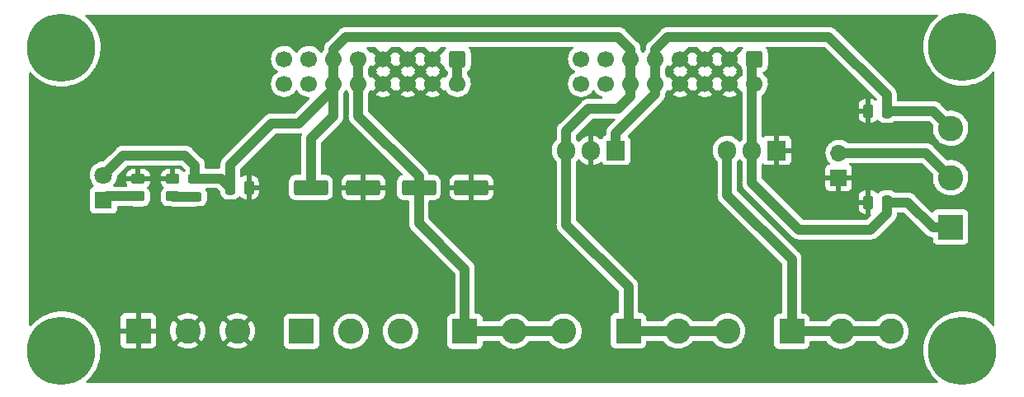
<source format=gbr>
%TF.GenerationSoftware,KiCad,Pcbnew,(6.0.0-0)*%
%TF.CreationDate,2022-12-13T21:11:06-05:00*%
%TF.ProjectId,power-module,706f7765-722d-46d6-9f64-756c652e6b69,rev?*%
%TF.SameCoordinates,Original*%
%TF.FileFunction,Copper,L1,Top*%
%TF.FilePolarity,Positive*%
%FSLAX46Y46*%
G04 Gerber Fmt 4.6, Leading zero omitted, Abs format (unit mm)*
G04 Created by KiCad (PCBNEW (6.0.0-0)) date 2022-12-13 21:11:06*
%MOMM*%
%LPD*%
G01*
G04 APERTURE LIST*
G04 Aperture macros list*
%AMRoundRect*
0 Rectangle with rounded corners*
0 $1 Rounding radius*
0 $2 $3 $4 $5 $6 $7 $8 $9 X,Y pos of 4 corners*
0 Add a 4 corners polygon primitive as box body*
4,1,4,$2,$3,$4,$5,$6,$7,$8,$9,$2,$3,0*
0 Add four circle primitives for the rounded corners*
1,1,$1+$1,$2,$3*
1,1,$1+$1,$4,$5*
1,1,$1+$1,$6,$7*
1,1,$1+$1,$8,$9*
0 Add four rect primitives between the rounded corners*
20,1,$1+$1,$2,$3,$4,$5,0*
20,1,$1+$1,$4,$5,$6,$7,0*
20,1,$1+$1,$6,$7,$8,$9,0*
20,1,$1+$1,$8,$9,$2,$3,0*%
G04 Aperture macros list end*
%TA.AperFunction,ComponentPad*%
%ADD10C,1.700000*%
%TD*%
%TA.AperFunction,ComponentPad*%
%ADD11RoundRect,0.250000X-0.600000X0.600000X-0.600000X-0.600000X0.600000X-0.600000X0.600000X0.600000X0*%
%TD*%
%TA.AperFunction,ComponentPad*%
%ADD12C,0.800000*%
%TD*%
%TA.AperFunction,ComponentPad*%
%ADD13C,7.000000*%
%TD*%
%TA.AperFunction,ComponentPad*%
%ADD14R,2.600000X2.600000*%
%TD*%
%TA.AperFunction,ComponentPad*%
%ADD15C,2.600000*%
%TD*%
%TA.AperFunction,SMDPad,CuDef*%
%ADD16RoundRect,0.250000X0.450000X-0.262500X0.450000X0.262500X-0.450000X0.262500X-0.450000X-0.262500X0*%
%TD*%
%TA.AperFunction,ComponentPad*%
%ADD17R,1.800000X1.800000*%
%TD*%
%TA.AperFunction,ComponentPad*%
%ADD18C,1.800000*%
%TD*%
%TA.AperFunction,ComponentPad*%
%ADD19O,1.905000X2.000000*%
%TD*%
%TA.AperFunction,ComponentPad*%
%ADD20R,1.905000X2.000000*%
%TD*%
%TA.AperFunction,ComponentPad*%
%ADD21R,1.700000X1.700000*%
%TD*%
%TA.AperFunction,ComponentPad*%
%ADD22O,1.700000X1.700000*%
%TD*%
%TA.AperFunction,SMDPad,CuDef*%
%ADD23RoundRect,0.243750X0.456250X-0.243750X0.456250X0.243750X-0.456250X0.243750X-0.456250X-0.243750X0*%
%TD*%
%TA.AperFunction,SMDPad,CuDef*%
%ADD24RoundRect,0.250000X-1.500000X-0.550000X1.500000X-0.550000X1.500000X0.550000X-1.500000X0.550000X0*%
%TD*%
%TA.AperFunction,SMDPad,CuDef*%
%ADD25RoundRect,0.250000X-0.250000X-0.475000X0.250000X-0.475000X0.250000X0.475000X-0.250000X0.475000X0*%
%TD*%
%TA.AperFunction,SMDPad,CuDef*%
%ADD26RoundRect,0.250000X0.250000X0.475000X-0.250000X0.475000X-0.250000X-0.475000X0.250000X-0.475000X0*%
%TD*%
%TA.AperFunction,Conductor*%
%ADD27C,1.000000*%
%TD*%
G04 APERTURE END LIST*
D10*
%TO.P,J8,16,Pin_16*%
%TO.N,unconnected-(J8-Pad16)*%
X79756000Y-69596000D03*
%TO.P,J8,14,Pin_14*%
%TO.N,unconnected-(J8-Pad14)*%
X82296000Y-69596000D03*
%TO.P,J8,12,Pin_12*%
%TO.N,+5V*%
X84836000Y-69596000D03*
%TO.P,J8,10,Pin_10*%
%TO.N,+12V*%
X87376000Y-69596000D03*
%TO.P,J8,8,Pin_8*%
%TO.N,GND*%
X89916000Y-69596000D03*
%TO.P,J8,6,Pin_6*%
X92456000Y-69596000D03*
%TO.P,J8,4,Pin_4*%
X94996000Y-69596000D03*
%TO.P,J8,2,Pin_2*%
%TO.N,-12V*%
X97536000Y-69596000D03*
%TO.P,J8,15,Pin_15*%
%TO.N,unconnected-(J8-Pad15)*%
X79756000Y-67056000D03*
%TO.P,J8,13,Pin_13*%
%TO.N,unconnected-(J8-Pad13)*%
X82296000Y-67056000D03*
%TO.P,J8,11,Pin_11*%
%TO.N,+5V*%
X84836000Y-67056000D03*
%TO.P,J8,9,Pin_9*%
%TO.N,+12V*%
X87376000Y-67056000D03*
%TO.P,J8,7,Pin_7*%
%TO.N,GND*%
X89916000Y-67056000D03*
%TO.P,J8,5,Pin_5*%
X92456000Y-67056000D03*
%TO.P,J8,3,Pin_3*%
X94996000Y-67056000D03*
D11*
%TO.P,J8,1,Pin_1*%
%TO.N,-12V*%
X97536000Y-67056000D03*
%TD*%
D12*
%TO.P,REF\u002A\u002A,1*%
%TO.N,N/C*%
X149352000Y-63161000D03*
X149352000Y-68411000D03*
X146727000Y-65786000D03*
X147495845Y-67642155D03*
X147495845Y-63929845D03*
X151977000Y-65786000D03*
X151208155Y-67642155D03*
X151208155Y-63929845D03*
D13*
X149352000Y-65786000D03*
%TD*%
%TO.P,REF\u002A\u002A,1*%
%TO.N,N/C*%
X149352000Y-97028000D03*
D12*
X151208155Y-95171845D03*
X151208155Y-98884155D03*
X151977000Y-97028000D03*
X147495845Y-95171845D03*
X147495845Y-98884155D03*
X146727000Y-97028000D03*
X149352000Y-99653000D03*
X149352000Y-94403000D03*
%TD*%
D13*
%TO.P,REF\u002A\u002A,1*%
%TO.N,N/C*%
X56896000Y-97028000D03*
D12*
X58752155Y-95171845D03*
X58752155Y-98884155D03*
X59521000Y-97028000D03*
X55039845Y-95171845D03*
X55039845Y-98884155D03*
X54271000Y-97028000D03*
X56896000Y-99653000D03*
X56896000Y-94403000D03*
%TD*%
%TO.P,REF\u002A\u002A,1*%
%TO.N,N/C*%
X58752155Y-64008000D03*
X56896000Y-63239155D03*
X55039845Y-64008000D03*
X54271000Y-65864155D03*
X55039845Y-67720310D03*
X56896000Y-68489155D03*
X58752155Y-67720310D03*
X59521000Y-65864155D03*
D13*
X56896000Y-65864155D03*
%TD*%
D14*
%TO.P,J7,1,Pin_1*%
%TO.N,GND*%
X64775000Y-94996000D03*
D15*
%TO.P,J7,2,Pin_2*%
X69855000Y-94996000D03*
%TO.P,J7,3,Pin_3*%
X74935000Y-94996000D03*
%TD*%
D16*
%TO.P,R2,1*%
%TO.N,Net-(D2-Pad1)*%
X64770000Y-81181500D03*
%TO.P,R2,2*%
%TO.N,GND*%
X64770000Y-79356500D03*
%TD*%
D17*
%TO.P,D2,1,K*%
%TO.N,Net-(D2-Pad1)*%
X61214000Y-81539000D03*
D18*
%TO.P,D2,2,A*%
%TO.N,+5V*%
X61214000Y-78999000D03*
%TD*%
D14*
%TO.P,J6,1,Pin_1*%
%TO.N,-12V*%
X81534000Y-95047000D03*
D15*
%TO.P,J6,2,Pin_2*%
X86614000Y-95047000D03*
%TO.P,J6,3,Pin_3*%
X91694000Y-95047000D03*
%TD*%
D14*
%TO.P,J5,1,Pin_1*%
%TO.N,+12V*%
X98298000Y-95047000D03*
D15*
%TO.P,J5,2,Pin_2*%
X103378000Y-95047000D03*
%TO.P,J5,3,Pin_3*%
X108458000Y-95047000D03*
%TD*%
D14*
%TO.P,J4,1,Pin_1*%
%TO.N,-5V*%
X131831000Y-95047000D03*
D15*
%TO.P,J4,2,Pin_2*%
X136911000Y-95047000D03*
%TO.P,J4,3,Pin_3*%
X141991000Y-95047000D03*
%TD*%
D14*
%TO.P,J3,1,Pin_1*%
%TO.N,+5V*%
X115067000Y-94996000D03*
D15*
%TO.P,J3,2,Pin_2*%
X120147000Y-94996000D03*
%TO.P,J3,3,Pin_3*%
X125227000Y-94996000D03*
%TD*%
D14*
%TO.P,J1,1,Pin_1*%
%TO.N,-12V*%
X148133000Y-84333000D03*
D15*
%TO.P,J1,2,Pin_2*%
%TO.N,Net-(J1-Pad2)*%
X148133000Y-79253000D03*
%TO.P,J1,3,Pin_3*%
%TO.N,+12V*%
X148133000Y-74173000D03*
%TD*%
D19*
%TO.P,U2,3,VO*%
%TO.N,-5V*%
X125222000Y-76454000D03*
%TO.P,U2,2,VI*%
%TO.N,-12V*%
X127762000Y-76454000D03*
D20*
%TO.P,U2,1,GND*%
%TO.N,GND*%
X130302000Y-76454000D03*
%TD*%
D19*
%TO.P,U1,3,VO*%
%TO.N,+5V*%
X108712000Y-76454000D03*
%TO.P,U1,2,GND*%
%TO.N,GND*%
X111252000Y-76454000D03*
D20*
%TO.P,U1,1,VI*%
%TO.N,+12V*%
X113792000Y-76454000D03*
%TD*%
D21*
%TO.P,SW1,1,A*%
%TO.N,GND*%
X136652000Y-79253000D03*
D22*
%TO.P,SW1,2,B*%
%TO.N,Net-(J1-Pad2)*%
X136652000Y-76713000D03*
%TD*%
D16*
%TO.P,R1,1*%
%TO.N,Net-(D1-Pad1)*%
X68326000Y-81176500D03*
%TO.P,R1,2*%
%TO.N,GND*%
X68326000Y-79351500D03*
%TD*%
D10*
%TO.P,J2,16,Pin_16*%
%TO.N,unconnected-(J2-Pad16)*%
X110236000Y-69596000D03*
%TO.P,J2,14,Pin_14*%
%TO.N,unconnected-(J2-Pad14)*%
X112776000Y-69596000D03*
%TO.P,J2,12,Pin_12*%
%TO.N,+5V*%
X115316000Y-69596000D03*
%TO.P,J2,10,Pin_10*%
%TO.N,+12V*%
X117856000Y-69596000D03*
%TO.P,J2,8,Pin_8*%
%TO.N,GND*%
X120396000Y-69596000D03*
%TO.P,J2,6,Pin_6*%
X122936000Y-69596000D03*
%TO.P,J2,4,Pin_4*%
X125476000Y-69596000D03*
%TO.P,J2,2,Pin_2*%
%TO.N,-12V*%
X128016000Y-69596000D03*
%TO.P,J2,15,Pin_15*%
%TO.N,unconnected-(J2-Pad15)*%
X110236000Y-67056000D03*
%TO.P,J2,13,Pin_13*%
%TO.N,unconnected-(J2-Pad13)*%
X112776000Y-67056000D03*
%TO.P,J2,11,Pin_11*%
%TO.N,+5V*%
X115316000Y-67056000D03*
%TO.P,J2,9,Pin_9*%
%TO.N,+12V*%
X117856000Y-67056000D03*
%TO.P,J2,7,Pin_7*%
%TO.N,GND*%
X120396000Y-67056000D03*
%TO.P,J2,5,Pin_5*%
X122936000Y-67056000D03*
%TO.P,J2,3,Pin_3*%
X125476000Y-67056000D03*
D11*
%TO.P,J2,1,Pin_1*%
%TO.N,-12V*%
X128016000Y-67056000D03*
%TD*%
D23*
%TO.P,D1,1,K*%
%TO.N,Net-(D1-Pad1)*%
X70612000Y-81201500D03*
%TO.P,D1,2,A*%
%TO.N,+5V*%
X70612000Y-79326500D03*
%TD*%
D24*
%TO.P,C5,1*%
%TO.N,+5V*%
X82484000Y-80264000D03*
%TO.P,C5,2*%
%TO.N,GND*%
X87884000Y-80264000D03*
%TD*%
%TO.P,C4,1*%
%TO.N,+12V*%
X93566000Y-80264000D03*
%TO.P,C4,2*%
%TO.N,GND*%
X98966000Y-80264000D03*
%TD*%
D25*
%TO.P,C3,1*%
%TO.N,+5V*%
X74234000Y-80264000D03*
%TO.P,C3,2*%
%TO.N,GND*%
X76134000Y-80264000D03*
%TD*%
D26*
%TO.P,C2,2*%
%TO.N,GND*%
X139700000Y-72390000D03*
%TO.P,C2,1*%
%TO.N,+12V*%
X141600000Y-72390000D03*
%TD*%
%TO.P,C1,1*%
%TO.N,-12V*%
X141600000Y-81788000D03*
%TO.P,C1,2*%
%TO.N,GND*%
X139700000Y-81788000D03*
%TD*%
D27*
%TO.N,-12V*%
X127762000Y-76454000D02*
X127762000Y-67310000D01*
X127762000Y-67310000D02*
X128016000Y-67056000D01*
%TO.N,+5V*%
X115316000Y-67056000D02*
X115316000Y-66040000D01*
X84836000Y-66040000D02*
X84836000Y-67056000D01*
X115316000Y-66040000D02*
X114046000Y-64770000D01*
X114046000Y-64770000D02*
X86106000Y-64770000D01*
X86106000Y-64770000D02*
X84836000Y-66040000D01*
%TO.N,+12V*%
X141600000Y-72390000D02*
X141600000Y-70734000D01*
X119126000Y-64770000D02*
X117856000Y-66040000D01*
X141600000Y-70734000D02*
X135636000Y-64770000D01*
X135636000Y-64770000D02*
X119126000Y-64770000D01*
X117856000Y-66040000D02*
X117856000Y-67056000D01*
%TO.N,+5V*%
X61214000Y-78999000D02*
X62484000Y-77729000D01*
X62484000Y-77729000D02*
X62484000Y-77724000D01*
X62484000Y-77724000D02*
X63246000Y-76962000D01*
X63246000Y-76962000D02*
X69596000Y-76962000D01*
X69596000Y-76962000D02*
X70612000Y-77978000D01*
X70612000Y-77978000D02*
X70612000Y-79326500D01*
%TO.N,Net-(D2-Pad1)*%
X64770000Y-81181500D02*
X61571500Y-81181500D01*
X61571500Y-81181500D02*
X61214000Y-81539000D01*
%TO.N,Net-(D1-Pad1)*%
X70612000Y-81201500D02*
X68351000Y-81201500D01*
X68351000Y-81201500D02*
X68326000Y-81176500D01*
%TO.N,+5V*%
X74234000Y-80264000D02*
X74234000Y-77912000D01*
X81280000Y-73660000D02*
X84836000Y-70104000D01*
X84836000Y-70104000D02*
X84836000Y-69596000D01*
X74234000Y-77912000D02*
X78486000Y-73660000D01*
X78486000Y-73660000D02*
X81280000Y-73660000D01*
X70612000Y-79326500D02*
X73296500Y-79326500D01*
X73296500Y-79326500D02*
X74234000Y-80264000D01*
X84836000Y-69596000D02*
X84836000Y-72898000D01*
X84836000Y-72898000D02*
X82484000Y-75250000D01*
X82484000Y-75250000D02*
X82484000Y-80264000D01*
%TO.N,+12V*%
X93566000Y-80264000D02*
X93566000Y-79088000D01*
X93566000Y-79088000D02*
X87376000Y-72898000D01*
X87376000Y-72898000D02*
X87376000Y-69596000D01*
X98298000Y-95047000D02*
X108458000Y-95047000D01*
X93566000Y-80264000D02*
X93566000Y-83914000D01*
X93566000Y-83914000D02*
X98298000Y-88646000D01*
X98298000Y-88646000D02*
X98298000Y-95047000D01*
%TO.N,+5V*%
X115067000Y-94996000D02*
X115067000Y-90429000D01*
X115067000Y-90429000D02*
X108712000Y-84074000D01*
X108712000Y-84074000D02*
X108712000Y-76454000D01*
X125227000Y-94996000D02*
X115067000Y-94996000D01*
%TO.N,-12V*%
X127762000Y-76454000D02*
X127762000Y-79756000D01*
X127762000Y-79756000D02*
X132588000Y-84582000D01*
X141600000Y-82936000D02*
X141600000Y-81788000D01*
X132588000Y-84582000D02*
X139954000Y-84582000D01*
X139954000Y-84582000D02*
X141600000Y-82936000D01*
%TO.N,-5V*%
X131831000Y-95047000D02*
X141991000Y-95047000D01*
X125222000Y-76454000D02*
X125222000Y-81026000D01*
X125222000Y-81026000D02*
X131831000Y-87635000D01*
X131831000Y-87635000D02*
X131831000Y-95047000D01*
%TO.N,+5V*%
X84836000Y-69596000D02*
X84836000Y-67056000D01*
%TO.N,+12V*%
X87376000Y-67056000D02*
X87376000Y-69596000D01*
%TO.N,-12V*%
X97536000Y-69596000D02*
X97536000Y-67056000D01*
%TO.N,+12V*%
X113792000Y-76454000D02*
X113792000Y-74676000D01*
X113792000Y-74676000D02*
X117856000Y-70612000D01*
X117856000Y-70612000D02*
X117856000Y-69596000D01*
%TO.N,+5V*%
X108712000Y-76454000D02*
X108712000Y-74422000D01*
X108712000Y-74422000D02*
X110998000Y-72136000D01*
X110998000Y-72136000D02*
X114046000Y-72136000D01*
X114046000Y-72136000D02*
X115316000Y-70866000D01*
X115316000Y-70866000D02*
X115316000Y-69596000D01*
X115316000Y-69596000D02*
X115316000Y-67056000D01*
%TO.N,+12V*%
X117856000Y-67056000D02*
X117856000Y-69596000D01*
%TO.N,Net-(J1-Pad2)*%
X148133000Y-79253000D02*
X145588000Y-76708000D01*
X145588000Y-76708000D02*
X144018000Y-76708000D01*
X144018000Y-76708000D02*
X144013000Y-76713000D01*
X144013000Y-76713000D02*
X136652000Y-76713000D01*
%TO.N,-12V*%
X148133000Y-84333000D02*
X146309000Y-84333000D01*
X146309000Y-84333000D02*
X143764000Y-81788000D01*
X143764000Y-81788000D02*
X141600000Y-81788000D01*
%TO.N,+12V*%
X148133000Y-74173000D02*
X146350000Y-72390000D01*
X146350000Y-72390000D02*
X141600000Y-72390000D01*
%TD*%
%TA.AperFunction,Conductor*%
%TO.N,GND*%
G36*
X146769922Y-62504002D02*
G01*
X146816415Y-62557658D01*
X146826519Y-62627932D01*
X146797025Y-62692512D01*
X146785456Y-62704222D01*
X146546322Y-62916536D01*
X146546316Y-62916542D01*
X146544017Y-62918583D01*
X146541938Y-62920828D01*
X146541931Y-62920835D01*
X146279694Y-63204026D01*
X146277608Y-63206279D01*
X146040544Y-63518599D01*
X146038930Y-63521223D01*
X145843415Y-63839029D01*
X145835089Y-63852562D01*
X145663203Y-64204980D01*
X145526527Y-64572489D01*
X145426367Y-64951581D01*
X145425876Y-64954614D01*
X145364961Y-65330712D01*
X145363677Y-65338638D01*
X145363483Y-65341718D01*
X145363483Y-65341720D01*
X145341180Y-65696228D01*
X145339057Y-65729965D01*
X145339905Y-65754259D01*
X145352622Y-66118414D01*
X145352741Y-66121827D01*
X145353147Y-66124871D01*
X145353148Y-66124881D01*
X145375620Y-66293296D01*
X145404599Y-66510484D01*
X145405299Y-66513468D01*
X145405300Y-66513474D01*
X145493433Y-66889228D01*
X145494136Y-66892225D01*
X145620496Y-67263407D01*
X145782475Y-67620487D01*
X145978525Y-67960056D01*
X145980314Y-67962554D01*
X145980316Y-67962558D01*
X146198375Y-68267139D01*
X146206776Y-68278874D01*
X146208802Y-68281189D01*
X146208805Y-68281192D01*
X146365864Y-68460598D01*
X146465049Y-68573896D01*
X146750878Y-68842308D01*
X146890322Y-68949694D01*
X146992626Y-69028478D01*
X147061536Y-69081546D01*
X147064139Y-69083173D01*
X147064144Y-69083176D01*
X147124051Y-69120610D01*
X147394056Y-69289328D01*
X147745266Y-69463670D01*
X148111812Y-69602907D01*
X148490195Y-69705712D01*
X148788419Y-69756153D01*
X148873783Y-69770591D01*
X148873786Y-69770591D01*
X148876805Y-69771102D01*
X149011873Y-69780547D01*
X149264885Y-69798240D01*
X149264893Y-69798240D01*
X149267951Y-69798454D01*
X149520037Y-69791413D01*
X149656825Y-69787592D01*
X149656828Y-69787592D01*
X149659899Y-69787506D01*
X149662952Y-69787120D01*
X149662956Y-69787120D01*
X149804576Y-69769229D01*
X150048908Y-69738362D01*
X150051912Y-69737680D01*
X150051915Y-69737679D01*
X150428269Y-69652174D01*
X150428275Y-69652172D01*
X150431265Y-69651493D01*
X150572138Y-69604631D01*
X150800396Y-69528700D01*
X150800402Y-69528698D01*
X150803320Y-69527727D01*
X150944735Y-69464765D01*
X151158722Y-69369492D01*
X151158728Y-69369489D01*
X151161522Y-69368245D01*
X151219009Y-69335588D01*
X151499784Y-69176086D01*
X151499790Y-69176083D01*
X151502452Y-69174570D01*
X151709550Y-69028478D01*
X151820342Y-68950323D01*
X151820346Y-68950320D01*
X151822855Y-68948550D01*
X152031306Y-68768621D01*
X152117347Y-68694353D01*
X152117351Y-68694349D01*
X152119674Y-68692344D01*
X152126017Y-68685684D01*
X152387957Y-68410618D01*
X152390074Y-68408395D01*
X152397768Y-68398548D01*
X152428711Y-68358942D01*
X152486412Y-68317576D01*
X152557317Y-68313973D01*
X152618914Y-68349276D01*
X152651647Y-68412277D01*
X152654000Y-68436515D01*
X152654000Y-94376328D01*
X152633998Y-94444449D01*
X152580342Y-94490942D01*
X152510068Y-94501046D01*
X152445488Y-94471552D01*
X152434364Y-94460639D01*
X152201805Y-94202357D01*
X152199744Y-94200068D01*
X151910195Y-93935673D01*
X151596228Y-93700795D01*
X151548015Y-93671596D01*
X151263467Y-93499267D01*
X151263458Y-93499262D01*
X151260839Y-93497676D01*
X150953113Y-93350239D01*
X150910001Y-93329583D01*
X150909999Y-93329582D01*
X150907229Y-93328255D01*
X150904339Y-93327203D01*
X150904334Y-93327201D01*
X150541674Y-93195204D01*
X150541671Y-93195203D01*
X150538775Y-93194149D01*
X150220775Y-93112500D01*
X150161977Y-93097403D01*
X150161974Y-93097402D01*
X150158993Y-93096637D01*
X149771508Y-93036651D01*
X149380018Y-93014764D01*
X149376939Y-93014893D01*
X149376936Y-93014893D01*
X149121188Y-93025612D01*
X148988261Y-93031183D01*
X148985217Y-93031611D01*
X148985215Y-93031611D01*
X148774778Y-93061186D01*
X148599976Y-93085753D01*
X148218869Y-93177953D01*
X147848579Y-93306902D01*
X147492638Y-93471369D01*
X147154446Y-93669785D01*
X147010405Y-93774437D01*
X146839711Y-93898453D01*
X146839705Y-93898458D01*
X146837230Y-93900256D01*
X146834944Y-93902285D01*
X146834941Y-93902288D01*
X146793022Y-93939506D01*
X146544017Y-94160583D01*
X146541938Y-94162828D01*
X146541931Y-94162835D01*
X146279694Y-94446026D01*
X146277608Y-94448279D01*
X146245225Y-94490942D01*
X146061749Y-94732663D01*
X146040544Y-94760599D01*
X146011964Y-94807055D01*
X145837333Y-95090915D01*
X145835089Y-95094562D01*
X145663203Y-95446980D01*
X145662131Y-95449864D01*
X145662130Y-95449865D01*
X145537626Y-95784646D01*
X145526527Y-95814489D01*
X145426367Y-96193581D01*
X145416981Y-96251534D01*
X145371183Y-96534297D01*
X145363677Y-96580638D01*
X145363483Y-96583718D01*
X145363483Y-96583720D01*
X145346408Y-96855131D01*
X145339057Y-96971965D01*
X145352741Y-97363827D01*
X145404599Y-97752484D01*
X145494136Y-98134225D01*
X145620496Y-98505407D01*
X145782475Y-98862487D01*
X145978525Y-99202056D01*
X145980314Y-99204554D01*
X145980316Y-99204558D01*
X146080047Y-99343860D01*
X146206776Y-99520874D01*
X146208802Y-99523189D01*
X146208805Y-99523192D01*
X146463017Y-99813575D01*
X146465049Y-99815896D01*
X146750878Y-100084308D01*
X146776671Y-100104171D01*
X146818438Y-100161582D01*
X146822537Y-100232460D01*
X146787665Y-100294302D01*
X146724895Y-100327474D01*
X146699793Y-100330000D01*
X59544106Y-100330000D01*
X59475985Y-100309998D01*
X59429492Y-100256342D01*
X59419388Y-100186068D01*
X59448882Y-100121488D01*
X59461775Y-100108618D01*
X59661347Y-99936353D01*
X59661351Y-99936349D01*
X59663674Y-99934344D01*
X59934074Y-99650395D01*
X59966505Y-99608886D01*
X60173565Y-99343860D01*
X60173567Y-99343857D01*
X60175475Y-99341415D01*
X60385574Y-99010354D01*
X60562363Y-98660370D01*
X60622469Y-98505407D01*
X60703041Y-98297681D01*
X60703044Y-98297672D01*
X60704156Y-98294805D01*
X60809600Y-97917148D01*
X60877688Y-97531004D01*
X60907769Y-97140059D01*
X60909334Y-97028000D01*
X60906594Y-96971965D01*
X60895726Y-96749767D01*
X60890180Y-96636367D01*
X60846515Y-96340669D01*
X62967001Y-96340669D01*
X62967371Y-96347490D01*
X62972895Y-96398352D01*
X62976521Y-96413604D01*
X63021676Y-96534054D01*
X63030214Y-96549649D01*
X63106715Y-96651724D01*
X63119276Y-96664285D01*
X63221351Y-96740786D01*
X63236946Y-96749324D01*
X63357394Y-96794478D01*
X63372649Y-96798105D01*
X63423514Y-96803631D01*
X63430328Y-96804000D01*
X64502885Y-96804000D01*
X64518124Y-96799525D01*
X64519329Y-96798135D01*
X64521000Y-96790452D01*
X64521000Y-96785884D01*
X65029000Y-96785884D01*
X65033475Y-96801123D01*
X65034865Y-96802328D01*
X65042548Y-96803999D01*
X66119669Y-96803999D01*
X66126490Y-96803629D01*
X66177352Y-96798105D01*
X66192604Y-96794479D01*
X66313054Y-96749324D01*
X66328649Y-96740786D01*
X66430724Y-96664285D01*
X66443285Y-96651724D01*
X66519786Y-96549649D01*
X66528324Y-96534054D01*
X66563244Y-96440906D01*
X68774839Y-96440906D01*
X68783553Y-96452427D01*
X68890452Y-96530809D01*
X68898351Y-96535745D01*
X69127905Y-96656519D01*
X69136454Y-96660236D01*
X69381327Y-96745749D01*
X69390336Y-96748163D01*
X69645166Y-96796544D01*
X69654423Y-96797598D01*
X69913607Y-96807783D01*
X69922921Y-96807457D01*
X70180753Y-96779220D01*
X70189930Y-96777519D01*
X70440758Y-96711481D01*
X70449574Y-96708445D01*
X70687880Y-96606062D01*
X70696167Y-96601748D01*
X70916718Y-96465266D01*
X70924268Y-96459780D01*
X70929559Y-96455301D01*
X70937997Y-96442497D01*
X70937065Y-96440906D01*
X73854839Y-96440906D01*
X73863553Y-96452427D01*
X73970452Y-96530809D01*
X73978351Y-96535745D01*
X74207905Y-96656519D01*
X74216454Y-96660236D01*
X74461327Y-96745749D01*
X74470336Y-96748163D01*
X74725166Y-96796544D01*
X74734423Y-96797598D01*
X74993607Y-96807783D01*
X75002921Y-96807457D01*
X75260753Y-96779220D01*
X75269930Y-96777519D01*
X75520758Y-96711481D01*
X75529574Y-96708445D01*
X75767880Y-96606062D01*
X75776167Y-96601748D01*
X75996718Y-96465266D01*
X76004268Y-96459780D01*
X76009559Y-96455301D01*
X76017997Y-96442497D01*
X76011935Y-96432145D01*
X75974924Y-96395134D01*
X79725500Y-96395134D01*
X79732255Y-96457316D01*
X79783385Y-96593705D01*
X79870739Y-96710261D01*
X79987295Y-96797615D01*
X80123684Y-96848745D01*
X80185866Y-96855500D01*
X82882134Y-96855500D01*
X82944316Y-96848745D01*
X83080705Y-96797615D01*
X83197261Y-96710261D01*
X83284615Y-96593705D01*
X83335745Y-96457316D01*
X83342500Y-96395134D01*
X83342500Y-94999526D01*
X84801050Y-94999526D01*
X84801274Y-95004192D01*
X84801274Y-95004197D01*
X84801496Y-95008812D01*
X84813947Y-95268019D01*
X84866388Y-95531656D01*
X84957220Y-95784646D01*
X84959432Y-95788762D01*
X84959433Y-95788765D01*
X84973255Y-95814489D01*
X85084450Y-96021431D01*
X85087241Y-96025168D01*
X85087245Y-96025175D01*
X85168887Y-96134506D01*
X85245281Y-96236810D01*
X85248590Y-96240090D01*
X85248595Y-96240096D01*
X85416273Y-96406316D01*
X85436180Y-96426050D01*
X85439942Y-96428808D01*
X85439945Y-96428811D01*
X85604748Y-96549649D01*
X85652954Y-96584995D01*
X85657089Y-96587171D01*
X85657093Y-96587173D01*
X85886698Y-96707975D01*
X85890840Y-96710154D01*
X85978557Y-96740786D01*
X86107699Y-96785884D01*
X86144613Y-96798775D01*
X86149206Y-96799647D01*
X86404109Y-96848042D01*
X86404112Y-96848042D01*
X86408698Y-96848913D01*
X86536370Y-96853929D01*
X86672625Y-96859283D01*
X86672630Y-96859283D01*
X86677293Y-96859466D01*
X86781607Y-96848042D01*
X86939844Y-96830713D01*
X86939850Y-96830712D01*
X86944497Y-96830203D01*
X86949021Y-96829012D01*
X87199918Y-96762956D01*
X87199920Y-96762955D01*
X87204441Y-96761765D01*
X87232367Y-96749767D01*
X87447120Y-96657502D01*
X87447122Y-96657501D01*
X87451414Y-96655657D01*
X87570071Y-96582230D01*
X87676017Y-96516669D01*
X87676021Y-96516666D01*
X87679990Y-96514210D01*
X87885149Y-96340530D01*
X88062382Y-96138434D01*
X88067486Y-96130500D01*
X88205269Y-95916291D01*
X88207797Y-95912361D01*
X88318199Y-95667278D01*
X88331380Y-95620542D01*
X88389893Y-95413072D01*
X88389894Y-95413069D01*
X88391163Y-95408568D01*
X88409612Y-95263548D01*
X88424688Y-95145045D01*
X88424688Y-95145041D01*
X88425086Y-95141915D01*
X88427571Y-95047000D01*
X88424043Y-94999526D01*
X89881050Y-94999526D01*
X89881274Y-95004192D01*
X89881274Y-95004197D01*
X89881496Y-95008812D01*
X89893947Y-95268019D01*
X89946388Y-95531656D01*
X90037220Y-95784646D01*
X90039432Y-95788762D01*
X90039433Y-95788765D01*
X90053255Y-95814489D01*
X90164450Y-96021431D01*
X90167241Y-96025168D01*
X90167245Y-96025175D01*
X90248887Y-96134506D01*
X90325281Y-96236810D01*
X90328590Y-96240090D01*
X90328595Y-96240096D01*
X90496273Y-96406316D01*
X90516180Y-96426050D01*
X90519942Y-96428808D01*
X90519945Y-96428811D01*
X90684748Y-96549649D01*
X90732954Y-96584995D01*
X90737089Y-96587171D01*
X90737093Y-96587173D01*
X90966698Y-96707975D01*
X90970840Y-96710154D01*
X91058557Y-96740786D01*
X91187699Y-96785884D01*
X91224613Y-96798775D01*
X91229206Y-96799647D01*
X91484109Y-96848042D01*
X91484112Y-96848042D01*
X91488698Y-96848913D01*
X91616370Y-96853929D01*
X91752625Y-96859283D01*
X91752630Y-96859283D01*
X91757293Y-96859466D01*
X91861607Y-96848042D01*
X92019844Y-96830713D01*
X92019850Y-96830712D01*
X92024497Y-96830203D01*
X92029021Y-96829012D01*
X92279918Y-96762956D01*
X92279920Y-96762955D01*
X92284441Y-96761765D01*
X92312367Y-96749767D01*
X92527120Y-96657502D01*
X92527122Y-96657501D01*
X92531414Y-96655657D01*
X92650071Y-96582230D01*
X92756017Y-96516669D01*
X92756021Y-96516666D01*
X92759990Y-96514210D01*
X92965149Y-96340530D01*
X93142382Y-96138434D01*
X93147486Y-96130500D01*
X93285269Y-95916291D01*
X93287797Y-95912361D01*
X93398199Y-95667278D01*
X93411380Y-95620542D01*
X93469893Y-95413072D01*
X93469894Y-95413069D01*
X93471163Y-95408568D01*
X93489612Y-95263548D01*
X93504688Y-95145045D01*
X93504688Y-95145041D01*
X93505086Y-95141915D01*
X93507571Y-95047000D01*
X93487650Y-94778937D01*
X93486619Y-94774379D01*
X93429361Y-94521331D01*
X93429360Y-94521326D01*
X93428327Y-94516763D01*
X93330902Y-94266238D01*
X93197518Y-94032864D01*
X93166147Y-93993069D01*
X93111427Y-93923658D01*
X93031105Y-93821769D01*
X92835317Y-93637591D01*
X92633632Y-93497676D01*
X92618299Y-93487039D01*
X92618296Y-93487037D01*
X92614457Y-93484374D01*
X92591247Y-93472928D01*
X92377564Y-93367551D01*
X92377561Y-93367550D01*
X92373376Y-93365486D01*
X92325745Y-93350239D01*
X92220503Y-93316551D01*
X92117370Y-93283538D01*
X92112763Y-93282788D01*
X92112760Y-93282787D01*
X91883102Y-93245385D01*
X91852063Y-93240330D01*
X91721719Y-93238624D01*
X91587961Y-93236873D01*
X91587958Y-93236873D01*
X91583284Y-93236812D01*
X91316937Y-93273060D01*
X91058874Y-93348278D01*
X90814763Y-93460815D01*
X90796288Y-93472928D01*
X90593881Y-93605631D01*
X90593876Y-93605635D01*
X90589968Y-93608197D01*
X90549249Y-93644540D01*
X90446567Y-93736188D01*
X90389426Y-93787188D01*
X90293699Y-93902288D01*
X90222829Y-93987500D01*
X90217544Y-93993854D01*
X90078096Y-94223656D01*
X90076287Y-94227970D01*
X90076285Y-94227974D01*
X90004278Y-94399693D01*
X89974148Y-94471545D01*
X89907981Y-94732077D01*
X89881050Y-94999526D01*
X88424043Y-94999526D01*
X88407650Y-94778937D01*
X88406619Y-94774379D01*
X88349361Y-94521331D01*
X88349360Y-94521326D01*
X88348327Y-94516763D01*
X88250902Y-94266238D01*
X88117518Y-94032864D01*
X88086147Y-93993069D01*
X88031427Y-93923658D01*
X87951105Y-93821769D01*
X87755317Y-93637591D01*
X87553632Y-93497676D01*
X87538299Y-93487039D01*
X87538296Y-93487037D01*
X87534457Y-93484374D01*
X87511247Y-93472928D01*
X87297564Y-93367551D01*
X87297561Y-93367550D01*
X87293376Y-93365486D01*
X87245745Y-93350239D01*
X87140503Y-93316551D01*
X87037370Y-93283538D01*
X87032763Y-93282788D01*
X87032760Y-93282787D01*
X86803102Y-93245385D01*
X86772063Y-93240330D01*
X86641719Y-93238624D01*
X86507961Y-93236873D01*
X86507958Y-93236873D01*
X86503284Y-93236812D01*
X86236937Y-93273060D01*
X85978874Y-93348278D01*
X85734763Y-93460815D01*
X85716288Y-93472928D01*
X85513881Y-93605631D01*
X85513876Y-93605635D01*
X85509968Y-93608197D01*
X85469249Y-93644540D01*
X85366567Y-93736188D01*
X85309426Y-93787188D01*
X85213699Y-93902288D01*
X85142829Y-93987500D01*
X85137544Y-93993854D01*
X84998096Y-94223656D01*
X84996287Y-94227970D01*
X84996285Y-94227974D01*
X84924278Y-94399693D01*
X84894148Y-94471545D01*
X84827981Y-94732077D01*
X84801050Y-94999526D01*
X83342500Y-94999526D01*
X83342500Y-93698866D01*
X83335745Y-93636684D01*
X83284615Y-93500295D01*
X83197261Y-93383739D01*
X83080705Y-93296385D01*
X82944316Y-93245255D01*
X82882134Y-93238500D01*
X80185866Y-93238500D01*
X80123684Y-93245255D01*
X79987295Y-93296385D01*
X79870739Y-93383739D01*
X79783385Y-93500295D01*
X79732255Y-93636684D01*
X79725500Y-93698866D01*
X79725500Y-96395134D01*
X75974924Y-96395134D01*
X74947812Y-95368022D01*
X74933868Y-95360408D01*
X74932035Y-95360539D01*
X74925420Y-95364790D01*
X73861497Y-96428713D01*
X73854839Y-96440906D01*
X70937065Y-96440906D01*
X70931935Y-96432145D01*
X69867812Y-95368022D01*
X69853868Y-95360408D01*
X69852035Y-95360539D01*
X69845420Y-95364790D01*
X68781497Y-96428713D01*
X68774839Y-96440906D01*
X66563244Y-96440906D01*
X66573478Y-96413606D01*
X66577105Y-96398351D01*
X66582631Y-96347486D01*
X66583000Y-96340672D01*
X66583000Y-95268115D01*
X66578525Y-95252876D01*
X66577135Y-95251671D01*
X66569452Y-95250000D01*
X65047115Y-95250000D01*
X65031876Y-95254475D01*
X65030671Y-95255865D01*
X65029000Y-95263548D01*
X65029000Y-96785884D01*
X64521000Y-96785884D01*
X64521000Y-95268115D01*
X64516525Y-95252876D01*
X64515135Y-95251671D01*
X64507452Y-95250000D01*
X62985116Y-95250000D01*
X62969877Y-95254475D01*
X62968672Y-95255865D01*
X62967001Y-95263548D01*
X62967001Y-96340669D01*
X60846515Y-96340669D01*
X60832901Y-96248473D01*
X60830813Y-96240096D01*
X60777226Y-96025175D01*
X60738043Y-95868019D01*
X60691592Y-95737568D01*
X60646738Y-95611605D01*
X60606512Y-95498637D01*
X60439564Y-95143854D01*
X60437997Y-95141225D01*
X60437992Y-95141216D01*
X60325918Y-94953211D01*
X68042775Y-94953211D01*
X68055220Y-95212288D01*
X68056356Y-95221543D01*
X68106961Y-95475945D01*
X68109449Y-95484917D01*
X68197095Y-95729033D01*
X68200895Y-95737568D01*
X68323658Y-95966042D01*
X68328666Y-95973904D01*
X68398720Y-96067716D01*
X68409979Y-96076165D01*
X68422397Y-96069393D01*
X69482978Y-95008812D01*
X69489356Y-94997132D01*
X70219408Y-94997132D01*
X70219539Y-94998965D01*
X70223790Y-95005580D01*
X71291094Y-96072884D01*
X71303474Y-96079644D01*
X71311815Y-96073400D01*
X71445832Y-95865048D01*
X71450275Y-95856864D01*
X71556807Y-95620370D01*
X71559997Y-95611605D01*
X71630402Y-95361972D01*
X71632262Y-95352830D01*
X71665187Y-95094019D01*
X71665668Y-95087733D01*
X71667987Y-94999160D01*
X71667836Y-94992851D01*
X71664890Y-94953211D01*
X73122775Y-94953211D01*
X73135220Y-95212288D01*
X73136356Y-95221543D01*
X73186961Y-95475945D01*
X73189449Y-95484917D01*
X73277095Y-95729033D01*
X73280895Y-95737568D01*
X73403658Y-95966042D01*
X73408666Y-95973904D01*
X73478720Y-96067716D01*
X73489979Y-96076165D01*
X73502397Y-96069393D01*
X74562978Y-95008812D01*
X74569356Y-94997132D01*
X75299408Y-94997132D01*
X75299539Y-94998965D01*
X75303790Y-95005580D01*
X76371094Y-96072884D01*
X76383474Y-96079644D01*
X76391815Y-96073400D01*
X76525832Y-95865048D01*
X76530275Y-95856864D01*
X76636807Y-95620370D01*
X76639997Y-95611605D01*
X76710402Y-95361972D01*
X76712262Y-95352830D01*
X76745187Y-95094019D01*
X76745668Y-95087733D01*
X76747987Y-94999160D01*
X76747836Y-94992851D01*
X76728501Y-94732663D01*
X76727125Y-94723457D01*
X76669878Y-94470467D01*
X76667154Y-94461556D01*
X76573143Y-94219806D01*
X76569132Y-94211397D01*
X76440422Y-93986202D01*
X76435211Y-93978476D01*
X76391996Y-93923658D01*
X76380071Y-93915187D01*
X76368537Y-93921673D01*
X75307022Y-94983188D01*
X75299408Y-94997132D01*
X74569356Y-94997132D01*
X74570592Y-94994868D01*
X74570461Y-94993035D01*
X74566210Y-94986420D01*
X73500816Y-93921026D01*
X73487507Y-93913758D01*
X73477472Y-93920878D01*
X73461937Y-93939556D01*
X73456531Y-93947135D01*
X73321965Y-94168891D01*
X73317736Y-94177192D01*
X73217432Y-94416389D01*
X73214471Y-94425239D01*
X73150628Y-94676625D01*
X73149006Y-94685822D01*
X73123020Y-94943885D01*
X73122775Y-94953211D01*
X71664890Y-94953211D01*
X71648501Y-94732663D01*
X71647125Y-94723457D01*
X71589878Y-94470467D01*
X71587154Y-94461556D01*
X71493143Y-94219806D01*
X71489132Y-94211397D01*
X71360422Y-93986202D01*
X71355211Y-93978476D01*
X71311996Y-93923658D01*
X71300071Y-93915187D01*
X71288537Y-93921673D01*
X70227022Y-94983188D01*
X70219408Y-94997132D01*
X69489356Y-94997132D01*
X69490592Y-94994868D01*
X69490461Y-94993035D01*
X69486210Y-94986420D01*
X68420816Y-93921026D01*
X68407507Y-93913758D01*
X68397472Y-93920878D01*
X68381937Y-93939556D01*
X68376531Y-93947135D01*
X68241965Y-94168891D01*
X68237736Y-94177192D01*
X68137432Y-94416389D01*
X68134471Y-94425239D01*
X68070628Y-94676625D01*
X68069006Y-94685822D01*
X68043020Y-94943885D01*
X68042775Y-94953211D01*
X60325918Y-94953211D01*
X60240361Y-94809689D01*
X60238791Y-94807055D01*
X60236977Y-94804595D01*
X60236972Y-94804587D01*
X60177473Y-94723885D01*
X62967000Y-94723885D01*
X62971475Y-94739124D01*
X62972865Y-94740329D01*
X62980548Y-94742000D01*
X64502885Y-94742000D01*
X64518124Y-94737525D01*
X64519329Y-94736135D01*
X64521000Y-94728452D01*
X64521000Y-94723885D01*
X65029000Y-94723885D01*
X65033475Y-94739124D01*
X65034865Y-94740329D01*
X65042548Y-94742000D01*
X66564884Y-94742000D01*
X66580123Y-94737525D01*
X66581328Y-94736135D01*
X66582999Y-94728452D01*
X66582999Y-93651331D01*
X66582629Y-93644510D01*
X66577105Y-93593648D01*
X66573479Y-93578396D01*
X66562342Y-93548689D01*
X68772102Y-93548689D01*
X68776675Y-93558465D01*
X69842188Y-94623978D01*
X69856132Y-94631592D01*
X69857965Y-94631461D01*
X69864580Y-94627210D01*
X70929349Y-93562441D01*
X70935733Y-93550751D01*
X70934130Y-93548689D01*
X73852102Y-93548689D01*
X73856675Y-93558465D01*
X74922188Y-94623978D01*
X74936132Y-94631592D01*
X74937965Y-94631461D01*
X74944580Y-94627210D01*
X76009349Y-93562441D01*
X76015733Y-93550751D01*
X76006321Y-93538641D01*
X75859045Y-93436471D01*
X75851010Y-93431738D01*
X75618376Y-93317016D01*
X75609743Y-93313528D01*
X75362703Y-93234450D01*
X75353643Y-93232274D01*
X75097630Y-93190580D01*
X75088343Y-93189768D01*
X74828992Y-93186373D01*
X74819681Y-93186943D01*
X74562682Y-93221919D01*
X74553546Y-93223860D01*
X74304543Y-93296439D01*
X74295800Y-93299707D01*
X74060252Y-93408296D01*
X74052097Y-93412816D01*
X73861240Y-93537947D01*
X73852102Y-93548689D01*
X70934130Y-93548689D01*
X70926321Y-93538641D01*
X70779045Y-93436471D01*
X70771010Y-93431738D01*
X70538376Y-93317016D01*
X70529743Y-93313528D01*
X70282703Y-93234450D01*
X70273643Y-93232274D01*
X70017630Y-93190580D01*
X70008343Y-93189768D01*
X69748992Y-93186373D01*
X69739681Y-93186943D01*
X69482682Y-93221919D01*
X69473546Y-93223860D01*
X69224543Y-93296439D01*
X69215800Y-93299707D01*
X68980252Y-93408296D01*
X68972097Y-93412816D01*
X68781240Y-93537947D01*
X68772102Y-93548689D01*
X66562342Y-93548689D01*
X66528324Y-93457946D01*
X66519786Y-93442351D01*
X66443285Y-93340276D01*
X66430724Y-93327715D01*
X66328649Y-93251214D01*
X66313054Y-93242676D01*
X66192606Y-93197522D01*
X66177351Y-93193895D01*
X66126486Y-93188369D01*
X66119672Y-93188000D01*
X65047115Y-93188000D01*
X65031876Y-93192475D01*
X65030671Y-93193865D01*
X65029000Y-93201548D01*
X65029000Y-94723885D01*
X64521000Y-94723885D01*
X64521000Y-93206116D01*
X64516525Y-93190877D01*
X64515135Y-93189672D01*
X64507452Y-93188001D01*
X63430331Y-93188001D01*
X63423510Y-93188371D01*
X63372648Y-93193895D01*
X63357396Y-93197521D01*
X63236946Y-93242676D01*
X63221351Y-93251214D01*
X63119276Y-93327715D01*
X63106715Y-93340276D01*
X63030214Y-93442351D01*
X63021676Y-93457946D01*
X62976522Y-93578394D01*
X62972895Y-93593649D01*
X62967369Y-93644514D01*
X62967000Y-93651328D01*
X62967000Y-94723885D01*
X60177473Y-94723885D01*
X60007933Y-94493926D01*
X60007931Y-94493923D01*
X60006111Y-94491455D01*
X59743744Y-94200068D01*
X59454195Y-93935673D01*
X59140228Y-93700795D01*
X59092015Y-93671596D01*
X58807467Y-93499267D01*
X58807458Y-93499262D01*
X58804839Y-93497676D01*
X58497113Y-93350239D01*
X58454001Y-93329583D01*
X58453999Y-93329582D01*
X58451229Y-93328255D01*
X58448339Y-93327203D01*
X58448334Y-93327201D01*
X58085674Y-93195204D01*
X58085671Y-93195203D01*
X58082775Y-93194149D01*
X57764775Y-93112500D01*
X57705977Y-93097403D01*
X57705974Y-93097402D01*
X57702993Y-93096637D01*
X57315508Y-93036651D01*
X56924018Y-93014764D01*
X56920939Y-93014893D01*
X56920936Y-93014893D01*
X56665188Y-93025612D01*
X56532261Y-93031183D01*
X56529217Y-93031611D01*
X56529215Y-93031611D01*
X56318778Y-93061186D01*
X56143976Y-93085753D01*
X55762869Y-93177953D01*
X55392579Y-93306902D01*
X55036638Y-93471369D01*
X54698446Y-93669785D01*
X54554405Y-93774437D01*
X54383711Y-93898453D01*
X54383705Y-93898458D01*
X54381230Y-93900256D01*
X54378944Y-93902285D01*
X54378941Y-93902288D01*
X54337022Y-93939506D01*
X54088017Y-94160583D01*
X54085938Y-94162828D01*
X54085931Y-94162835D01*
X53823694Y-94446026D01*
X53821608Y-94448279D01*
X53819754Y-94450722D01*
X53817765Y-94453092D01*
X53816971Y-94452425D01*
X53763237Y-94492088D01*
X53692389Y-94496676D01*
X53630307Y-94462233D01*
X53596702Y-94399693D01*
X53594000Y-94373739D01*
X53594000Y-78964469D01*
X59801095Y-78964469D01*
X59801392Y-78969622D01*
X59801392Y-78969625D01*
X59810103Y-79120704D01*
X59814427Y-79195697D01*
X59815564Y-79200743D01*
X59815565Y-79200749D01*
X59840139Y-79309792D01*
X59865346Y-79421642D01*
X59867288Y-79426424D01*
X59867289Y-79426428D01*
X59949389Y-79628615D01*
X59952484Y-79636237D01*
X60073501Y-79833719D01*
X60107768Y-79873278D01*
X60185304Y-79962788D01*
X60214786Y-80027373D01*
X60204671Y-80097646D01*
X60158170Y-80151294D01*
X60134296Y-80163267D01*
X60078515Y-80184179D01*
X60067295Y-80188385D01*
X59950739Y-80275739D01*
X59863385Y-80392295D01*
X59812255Y-80528684D01*
X59805500Y-80590866D01*
X59805500Y-82487134D01*
X59812255Y-82549316D01*
X59863385Y-82685705D01*
X59950739Y-82802261D01*
X60067295Y-82889615D01*
X60203684Y-82940745D01*
X60265866Y-82947500D01*
X62162134Y-82947500D01*
X62224316Y-82940745D01*
X62360705Y-82889615D01*
X62477261Y-82802261D01*
X62564615Y-82685705D01*
X62615745Y-82549316D01*
X62622500Y-82487134D01*
X62622500Y-82316000D01*
X62642502Y-82247879D01*
X62696158Y-82201386D01*
X62748500Y-82190000D01*
X64146973Y-82190000D01*
X64165126Y-82191924D01*
X64165139Y-82191797D01*
X64269600Y-82202500D01*
X65270400Y-82202500D01*
X65273646Y-82202163D01*
X65273650Y-82202163D01*
X65369308Y-82192238D01*
X65369312Y-82192237D01*
X65376166Y-82191526D01*
X65382702Y-82189345D01*
X65382704Y-82189345D01*
X65536998Y-82137868D01*
X65543946Y-82135550D01*
X65694348Y-82042478D01*
X65819305Y-81917303D01*
X65905619Y-81777277D01*
X65908275Y-81772968D01*
X65908276Y-81772966D01*
X65912115Y-81766738D01*
X65947557Y-81659884D01*
X65965632Y-81605389D01*
X65965632Y-81605387D01*
X65967797Y-81598861D01*
X65968879Y-81588308D01*
X65974901Y-81529525D01*
X65978500Y-81494400D01*
X65978500Y-80868600D01*
X65977780Y-80861657D01*
X65968238Y-80769692D01*
X65968237Y-80769688D01*
X65967526Y-80762834D01*
X65964116Y-80752611D01*
X65913868Y-80602002D01*
X65911550Y-80595054D01*
X65818478Y-80444652D01*
X65800010Y-80426216D01*
X65731537Y-80357862D01*
X65697458Y-80295579D01*
X65702461Y-80224759D01*
X65731382Y-80179671D01*
X65813739Y-80097171D01*
X65822751Y-80085760D01*
X65907816Y-79947757D01*
X65913963Y-79934576D01*
X65965138Y-79780290D01*
X65968005Y-79766914D01*
X65977672Y-79672562D01*
X65978000Y-79666146D01*
X65978000Y-79628615D01*
X65973525Y-79613376D01*
X65972135Y-79612171D01*
X65964452Y-79610500D01*
X63580116Y-79610500D01*
X63564877Y-79614975D01*
X63563672Y-79616365D01*
X63562001Y-79624048D01*
X63562001Y-79666095D01*
X63562338Y-79672614D01*
X63572257Y-79768206D01*
X63575149Y-79781600D01*
X63626588Y-79935784D01*
X63632759Y-79948958D01*
X63652400Y-79980696D01*
X63671238Y-80049148D01*
X63650077Y-80116918D01*
X63595637Y-80162489D01*
X63545256Y-80173000D01*
X62342507Y-80173000D01*
X62298283Y-80164984D01*
X62297304Y-80164617D01*
X62293808Y-80163306D01*
X62237042Y-80120668D01*
X62212340Y-80054108D01*
X62227544Y-79984758D01*
X62249093Y-79956073D01*
X62286636Y-79918660D01*
X62286640Y-79918655D01*
X62290303Y-79915005D01*
X62425458Y-79726917D01*
X62438277Y-79700981D01*
X62525784Y-79523922D01*
X62525785Y-79523920D01*
X62528078Y-79519280D01*
X62595408Y-79297671D01*
X62623488Y-79084385D01*
X63562000Y-79084385D01*
X63566475Y-79099624D01*
X63567865Y-79100829D01*
X63575548Y-79102500D01*
X64497885Y-79102500D01*
X64513124Y-79098025D01*
X64514329Y-79096635D01*
X64516000Y-79088952D01*
X64516000Y-79084385D01*
X65024000Y-79084385D01*
X65028475Y-79099624D01*
X65029865Y-79100829D01*
X65037548Y-79102500D01*
X65959884Y-79102500D01*
X65975123Y-79098025D01*
X65976328Y-79096635D01*
X65977999Y-79088952D01*
X65977999Y-79079385D01*
X67118000Y-79079385D01*
X67122475Y-79094624D01*
X67123865Y-79095829D01*
X67131548Y-79097500D01*
X68053885Y-79097500D01*
X68069124Y-79093025D01*
X68070329Y-79091635D01*
X68072000Y-79083952D01*
X68072000Y-78349116D01*
X68067525Y-78333877D01*
X68066135Y-78332672D01*
X68058452Y-78331001D01*
X67828905Y-78331001D01*
X67822386Y-78331338D01*
X67726794Y-78341257D01*
X67713400Y-78344149D01*
X67559216Y-78395588D01*
X67546038Y-78401761D01*
X67408193Y-78487063D01*
X67396792Y-78496099D01*
X67282261Y-78610829D01*
X67273249Y-78622240D01*
X67188184Y-78760243D01*
X67182037Y-78773424D01*
X67130862Y-78927710D01*
X67127995Y-78941086D01*
X67118328Y-79035438D01*
X67118000Y-79041855D01*
X67118000Y-79079385D01*
X65977999Y-79079385D01*
X65977999Y-79046905D01*
X65977662Y-79040386D01*
X65967743Y-78944794D01*
X65964851Y-78931400D01*
X65913412Y-78777216D01*
X65907239Y-78764038D01*
X65821937Y-78626193D01*
X65812901Y-78614792D01*
X65698171Y-78500261D01*
X65686760Y-78491249D01*
X65548757Y-78406184D01*
X65535576Y-78400037D01*
X65381290Y-78348862D01*
X65367914Y-78345995D01*
X65273562Y-78336328D01*
X65267145Y-78336000D01*
X65042115Y-78336000D01*
X65026876Y-78340475D01*
X65025671Y-78341865D01*
X65024000Y-78349548D01*
X65024000Y-79084385D01*
X64516000Y-79084385D01*
X64516000Y-78354116D01*
X64511525Y-78338877D01*
X64510135Y-78337672D01*
X64502452Y-78336001D01*
X64272905Y-78336001D01*
X64266386Y-78336338D01*
X64170794Y-78346257D01*
X64157400Y-78349149D01*
X64003216Y-78400588D01*
X63990038Y-78406761D01*
X63852193Y-78492063D01*
X63840792Y-78501099D01*
X63726261Y-78615829D01*
X63717249Y-78627240D01*
X63632184Y-78765243D01*
X63626037Y-78778424D01*
X63574862Y-78932710D01*
X63571995Y-78946086D01*
X63562328Y-79040438D01*
X63562000Y-79046855D01*
X63562000Y-79084385D01*
X62623488Y-79084385D01*
X62625640Y-79068041D01*
X62625773Y-79062605D01*
X62625920Y-79062147D01*
X62625982Y-79061347D01*
X62626171Y-79061362D01*
X62647437Y-78994995D01*
X62662639Y-78976596D01*
X63153383Y-78485851D01*
X63163527Y-78476749D01*
X63188218Y-78456897D01*
X63193025Y-78453032D01*
X63225320Y-78414544D01*
X63228478Y-78410925D01*
X63230127Y-78409107D01*
X63232309Y-78406925D01*
X63234255Y-78404555D01*
X63234273Y-78404536D01*
X63251393Y-78383693D01*
X63259661Y-78374574D01*
X63626829Y-78007405D01*
X63689142Y-77973380D01*
X63715925Y-77970500D01*
X69126074Y-77970500D01*
X69194195Y-77990502D01*
X69215169Y-78007404D01*
X69566595Y-78358829D01*
X69600620Y-78421142D01*
X69603500Y-78447925D01*
X69603500Y-78519030D01*
X69583498Y-78587151D01*
X69566672Y-78608049D01*
X69565441Y-78609282D01*
X69561381Y-78613349D01*
X69560685Y-78612654D01*
X69508055Y-78649972D01*
X69437133Y-78653207D01*
X69375719Y-78617585D01*
X69369304Y-78610195D01*
X69254171Y-78495261D01*
X69242760Y-78486249D01*
X69104757Y-78401184D01*
X69091576Y-78395037D01*
X68937290Y-78343862D01*
X68923914Y-78340995D01*
X68829562Y-78331328D01*
X68823145Y-78331000D01*
X68598115Y-78331000D01*
X68582876Y-78335475D01*
X68581671Y-78336865D01*
X68580000Y-78344548D01*
X68580000Y-79479500D01*
X68559998Y-79547621D01*
X68506342Y-79594114D01*
X68454000Y-79605500D01*
X67136116Y-79605500D01*
X67120877Y-79609975D01*
X67119672Y-79611365D01*
X67118001Y-79619048D01*
X67118001Y-79661095D01*
X67118338Y-79667614D01*
X67128257Y-79763206D01*
X67131149Y-79776600D01*
X67182588Y-79930784D01*
X67188761Y-79943962D01*
X67274063Y-80081807D01*
X67283099Y-80093208D01*
X67364462Y-80174430D01*
X67398541Y-80236713D01*
X67393538Y-80307533D01*
X67364617Y-80352620D01*
X67281870Y-80435512D01*
X67281866Y-80435517D01*
X67276695Y-80440697D01*
X67272855Y-80446927D01*
X67272854Y-80446928D01*
X67189065Y-80582859D01*
X67183885Y-80591262D01*
X67174641Y-80619132D01*
X67141561Y-80718867D01*
X67128203Y-80759139D01*
X67127503Y-80765975D01*
X67127502Y-80765978D01*
X67124769Y-80792650D01*
X67117500Y-80863600D01*
X67117500Y-81489400D01*
X67117837Y-81492646D01*
X67117837Y-81492650D01*
X67127606Y-81586796D01*
X67128474Y-81595166D01*
X67130655Y-81601702D01*
X67130655Y-81601704D01*
X67140222Y-81630379D01*
X67184450Y-81762946D01*
X67277522Y-81913348D01*
X67402697Y-82038305D01*
X67553262Y-82131115D01*
X67573622Y-82137868D01*
X67714611Y-82184632D01*
X67714613Y-82184632D01*
X67721139Y-82186797D01*
X67727975Y-82187497D01*
X67727978Y-82187498D01*
X67767294Y-82191526D01*
X67825600Y-82197500D01*
X68170037Y-82197500D01*
X68182770Y-82198145D01*
X68199240Y-82199818D01*
X68243257Y-82204289D01*
X68244393Y-82204411D01*
X68278008Y-82208181D01*
X68290730Y-82209608D01*
X68290734Y-82209608D01*
X68294227Y-82210000D01*
X68297754Y-82210000D01*
X68298739Y-82210055D01*
X68304419Y-82210502D01*
X68333825Y-82213489D01*
X68341337Y-82214252D01*
X68341339Y-82214252D01*
X68347462Y-82214874D01*
X68393108Y-82210559D01*
X68404967Y-82210000D01*
X70661769Y-82210000D01*
X70664825Y-82209700D01*
X70664832Y-82209700D01*
X70783130Y-82198100D01*
X70795426Y-82197499D01*
X71118230Y-82197499D01*
X71223129Y-82186616D01*
X71229660Y-82184437D01*
X71229665Y-82184436D01*
X71382578Y-82133420D01*
X71389526Y-82131102D01*
X71538689Y-82038797D01*
X71662617Y-81914653D01*
X71667261Y-81907120D01*
X71687051Y-81875014D01*
X71754661Y-81765329D01*
X71775602Y-81702195D01*
X71807719Y-81605366D01*
X71807719Y-81605364D01*
X71809885Y-81598835D01*
X71820500Y-81495231D01*
X71820499Y-80907770D01*
X71809616Y-80802871D01*
X71807437Y-80796340D01*
X71807436Y-80796335D01*
X71756420Y-80643422D01*
X71754102Y-80636474D01*
X71704350Y-80556076D01*
X71686545Y-80527303D01*
X71667707Y-80458851D01*
X71688868Y-80391081D01*
X71743309Y-80345510D01*
X71793689Y-80335000D01*
X72826574Y-80335000D01*
X72894695Y-80355002D01*
X72915669Y-80371904D01*
X73188595Y-80644829D01*
X73222620Y-80707142D01*
X73225500Y-80733925D01*
X73225500Y-80789400D01*
X73225837Y-80792646D01*
X73225837Y-80792650D01*
X73235618Y-80886914D01*
X73236474Y-80895166D01*
X73238655Y-80901702D01*
X73238655Y-80901704D01*
X73268201Y-80990262D01*
X73292450Y-81062946D01*
X73385522Y-81213348D01*
X73510697Y-81338305D01*
X73516927Y-81342145D01*
X73516928Y-81342146D01*
X73654288Y-81426816D01*
X73661262Y-81431115D01*
X73741005Y-81457564D01*
X73822611Y-81484632D01*
X73822613Y-81484632D01*
X73829139Y-81486797D01*
X73835975Y-81487497D01*
X73835978Y-81487498D01*
X73871946Y-81491183D01*
X73933600Y-81497500D01*
X74534400Y-81497500D01*
X74537646Y-81497163D01*
X74537650Y-81497163D01*
X74633308Y-81487238D01*
X74633312Y-81487237D01*
X74640166Y-81486526D01*
X74646702Y-81484345D01*
X74646704Y-81484345D01*
X74778806Y-81440272D01*
X74807946Y-81430550D01*
X74958348Y-81337478D01*
X75083305Y-81212303D01*
X75086102Y-81207765D01*
X75143353Y-81167176D01*
X75214276Y-81163946D01*
X75275687Y-81199572D01*
X75283062Y-81208068D01*
X75291098Y-81218207D01*
X75405829Y-81332739D01*
X75417240Y-81341751D01*
X75555243Y-81426816D01*
X75568424Y-81432963D01*
X75722710Y-81484138D01*
X75736086Y-81487005D01*
X75830438Y-81496672D01*
X75836854Y-81497000D01*
X75861885Y-81497000D01*
X75877124Y-81492525D01*
X75878329Y-81491135D01*
X75880000Y-81483452D01*
X75880000Y-81478884D01*
X76388000Y-81478884D01*
X76392475Y-81494123D01*
X76393865Y-81495328D01*
X76401548Y-81496999D01*
X76431095Y-81496999D01*
X76437614Y-81496662D01*
X76533206Y-81486743D01*
X76546600Y-81483851D01*
X76700784Y-81432412D01*
X76713962Y-81426239D01*
X76851807Y-81340937D01*
X76863208Y-81331901D01*
X76977739Y-81217171D01*
X76986751Y-81205760D01*
X77071816Y-81067757D01*
X77077963Y-81054576D01*
X77129138Y-80900290D01*
X77132005Y-80886914D01*
X77141672Y-80792562D01*
X77142000Y-80786146D01*
X77142000Y-80536115D01*
X77137525Y-80520876D01*
X77136135Y-80519671D01*
X77128452Y-80518000D01*
X76406115Y-80518000D01*
X76390876Y-80522475D01*
X76389671Y-80523865D01*
X76388000Y-80531548D01*
X76388000Y-81478884D01*
X75880000Y-81478884D01*
X75880000Y-79991885D01*
X76388000Y-79991885D01*
X76392475Y-80007124D01*
X76393865Y-80008329D01*
X76401548Y-80010000D01*
X77123884Y-80010000D01*
X77139123Y-80005525D01*
X77140328Y-80004135D01*
X77141999Y-79996452D01*
X77141999Y-79741905D01*
X77141662Y-79735386D01*
X77131743Y-79639794D01*
X77128851Y-79626400D01*
X77077412Y-79472216D01*
X77071239Y-79459038D01*
X76985937Y-79321193D01*
X76976901Y-79309792D01*
X76862171Y-79195261D01*
X76850760Y-79186249D01*
X76712757Y-79101184D01*
X76699576Y-79095037D01*
X76545290Y-79043862D01*
X76531914Y-79040995D01*
X76437562Y-79031328D01*
X76431145Y-79031000D01*
X76406115Y-79031000D01*
X76390876Y-79035475D01*
X76389671Y-79036865D01*
X76388000Y-79044548D01*
X76388000Y-79991885D01*
X75880000Y-79991885D01*
X75880000Y-79049116D01*
X75875525Y-79033877D01*
X75874135Y-79032672D01*
X75866452Y-79031001D01*
X75836905Y-79031001D01*
X75830386Y-79031338D01*
X75734794Y-79041257D01*
X75721400Y-79044149D01*
X75567216Y-79095588D01*
X75554042Y-79101760D01*
X75434804Y-79175547D01*
X75366352Y-79194385D01*
X75298582Y-79173224D01*
X75253011Y-79118783D01*
X75242500Y-79068403D01*
X75242500Y-78381925D01*
X75262502Y-78313804D01*
X75279405Y-78292830D01*
X78866829Y-74705405D01*
X78929141Y-74671379D01*
X78955924Y-74668500D01*
X81218157Y-74668500D01*
X81231764Y-74669237D01*
X81263262Y-74672659D01*
X81263267Y-74672659D01*
X81269388Y-74673324D01*
X81295638Y-74671027D01*
X81319388Y-74668950D01*
X81324214Y-74668621D01*
X81326686Y-74668500D01*
X81329769Y-74668500D01*
X81341738Y-74667326D01*
X81372506Y-74664310D01*
X81373820Y-74664188D01*
X81434287Y-74658898D01*
X81503892Y-74672887D01*
X81554884Y-74722287D01*
X81571074Y-74791413D01*
X81557307Y-74839443D01*
X81557963Y-74839724D01*
X81555741Y-74844908D01*
X81555678Y-74845128D01*
X81552567Y-74850787D01*
X81550955Y-74855869D01*
X81548438Y-74860563D01*
X81521238Y-74949531D01*
X81520944Y-74950475D01*
X81492765Y-75039306D01*
X81492171Y-75044602D01*
X81490613Y-75049698D01*
X81483182Y-75122857D01*
X81481218Y-75142187D01*
X81481098Y-75143316D01*
X81475500Y-75193227D01*
X81475500Y-75196754D01*
X81475445Y-75197739D01*
X81474998Y-75203419D01*
X81470626Y-75246462D01*
X81471206Y-75252593D01*
X81474941Y-75292109D01*
X81475500Y-75303967D01*
X81475500Y-78829500D01*
X81455498Y-78897621D01*
X81401842Y-78944114D01*
X81349500Y-78955500D01*
X80933600Y-78955500D01*
X80930354Y-78955837D01*
X80930350Y-78955837D01*
X80834692Y-78965762D01*
X80834688Y-78965763D01*
X80827834Y-78966474D01*
X80821298Y-78968655D01*
X80821296Y-78968655D01*
X80730342Y-78999000D01*
X80660054Y-79022450D01*
X80509652Y-79115522D01*
X80384695Y-79240697D01*
X80380855Y-79246927D01*
X80380854Y-79246928D01*
X80301804Y-79375171D01*
X80291885Y-79391262D01*
X80280221Y-79426428D01*
X80249424Y-79519280D01*
X80236203Y-79559139D01*
X80225500Y-79663600D01*
X80225500Y-80864400D01*
X80225837Y-80867646D01*
X80225837Y-80867650D01*
X80235752Y-80963206D01*
X80236474Y-80970166D01*
X80238655Y-80976702D01*
X80238655Y-80976704D01*
X80271452Y-81075008D01*
X80292450Y-81137946D01*
X80385522Y-81288348D01*
X80510697Y-81413305D01*
X80516927Y-81417145D01*
X80516928Y-81417146D01*
X80654288Y-81501816D01*
X80661262Y-81506115D01*
X80690718Y-81515885D01*
X80822611Y-81559632D01*
X80822613Y-81559632D01*
X80829139Y-81561797D01*
X80835975Y-81562497D01*
X80835978Y-81562498D01*
X80879031Y-81566909D01*
X80933600Y-81572500D01*
X84034400Y-81572500D01*
X84037646Y-81572163D01*
X84037650Y-81572163D01*
X84133308Y-81562238D01*
X84133312Y-81562237D01*
X84140166Y-81561526D01*
X84146702Y-81559345D01*
X84146704Y-81559345D01*
X84278806Y-81515272D01*
X84307946Y-81505550D01*
X84458348Y-81412478D01*
X84464380Y-81406436D01*
X84578134Y-81292483D01*
X84583305Y-81287303D01*
X84626535Y-81217171D01*
X84672275Y-81142968D01*
X84672276Y-81142966D01*
X84676115Y-81136738D01*
X84719885Y-81004775D01*
X84729632Y-80975389D01*
X84729632Y-80975387D01*
X84731797Y-80968861D01*
X84733541Y-80951846D01*
X84741735Y-80871866D01*
X84742500Y-80864400D01*
X84742500Y-80861095D01*
X85626001Y-80861095D01*
X85626338Y-80867614D01*
X85636257Y-80963206D01*
X85639149Y-80976600D01*
X85690588Y-81130784D01*
X85696761Y-81143962D01*
X85782063Y-81281807D01*
X85791099Y-81293208D01*
X85905829Y-81407739D01*
X85917240Y-81416751D01*
X86055243Y-81501816D01*
X86068424Y-81507963D01*
X86222710Y-81559138D01*
X86236086Y-81562005D01*
X86330438Y-81571672D01*
X86336854Y-81572000D01*
X87611885Y-81572000D01*
X87627124Y-81567525D01*
X87628329Y-81566135D01*
X87630000Y-81558452D01*
X87630000Y-81553884D01*
X88138000Y-81553884D01*
X88142475Y-81569123D01*
X88143865Y-81570328D01*
X88151548Y-81571999D01*
X89431095Y-81571999D01*
X89437614Y-81571662D01*
X89533206Y-81561743D01*
X89546600Y-81558851D01*
X89700784Y-81507412D01*
X89713962Y-81501239D01*
X89851807Y-81415937D01*
X89863208Y-81406901D01*
X89977739Y-81292171D01*
X89986751Y-81280760D01*
X90071816Y-81142757D01*
X90077963Y-81129576D01*
X90129138Y-80975290D01*
X90132005Y-80961914D01*
X90141672Y-80867562D01*
X90142000Y-80861146D01*
X90142000Y-80536115D01*
X90137525Y-80520876D01*
X90136135Y-80519671D01*
X90128452Y-80518000D01*
X88156115Y-80518000D01*
X88140876Y-80522475D01*
X88139671Y-80523865D01*
X88138000Y-80531548D01*
X88138000Y-81553884D01*
X87630000Y-81553884D01*
X87630000Y-80536115D01*
X87625525Y-80520876D01*
X87624135Y-80519671D01*
X87616452Y-80518000D01*
X85644116Y-80518000D01*
X85628877Y-80522475D01*
X85627672Y-80523865D01*
X85626001Y-80531548D01*
X85626001Y-80861095D01*
X84742500Y-80861095D01*
X84742500Y-79991885D01*
X85626000Y-79991885D01*
X85630475Y-80007124D01*
X85631865Y-80008329D01*
X85639548Y-80010000D01*
X87611885Y-80010000D01*
X87627124Y-80005525D01*
X87628329Y-80004135D01*
X87630000Y-79996452D01*
X87630000Y-79991885D01*
X88138000Y-79991885D01*
X88142475Y-80007124D01*
X88143865Y-80008329D01*
X88151548Y-80010000D01*
X90123884Y-80010000D01*
X90139123Y-80005525D01*
X90140328Y-80004135D01*
X90141999Y-79996452D01*
X90141999Y-79666905D01*
X90141662Y-79660386D01*
X90131743Y-79564794D01*
X90128851Y-79551400D01*
X90077412Y-79397216D01*
X90071239Y-79384038D01*
X89985937Y-79246193D01*
X89976901Y-79234792D01*
X89862171Y-79120261D01*
X89850760Y-79111249D01*
X89712757Y-79026184D01*
X89699576Y-79020037D01*
X89545290Y-78968862D01*
X89531914Y-78965995D01*
X89437562Y-78956328D01*
X89431145Y-78956000D01*
X88156115Y-78956000D01*
X88140876Y-78960475D01*
X88139671Y-78961865D01*
X88138000Y-78969548D01*
X88138000Y-79991885D01*
X87630000Y-79991885D01*
X87630000Y-78974116D01*
X87625525Y-78958877D01*
X87624135Y-78957672D01*
X87616452Y-78956001D01*
X86336905Y-78956001D01*
X86330386Y-78956338D01*
X86234794Y-78966257D01*
X86221400Y-78969149D01*
X86067216Y-79020588D01*
X86054038Y-79026761D01*
X85916193Y-79112063D01*
X85904792Y-79121099D01*
X85790261Y-79235829D01*
X85781249Y-79247240D01*
X85696184Y-79385243D01*
X85690037Y-79398424D01*
X85638862Y-79552710D01*
X85635995Y-79566086D01*
X85626328Y-79660438D01*
X85626000Y-79666855D01*
X85626000Y-79991885D01*
X84742500Y-79991885D01*
X84742500Y-79663600D01*
X84738870Y-79628615D01*
X84732238Y-79564692D01*
X84732237Y-79564688D01*
X84731526Y-79557834D01*
X84719087Y-79520548D01*
X84677868Y-79397002D01*
X84675550Y-79390054D01*
X84582478Y-79239652D01*
X84457303Y-79114695D01*
X84435384Y-79101184D01*
X84312968Y-79025725D01*
X84312966Y-79025724D01*
X84306738Y-79021885D01*
X84209377Y-78989592D01*
X84145389Y-78968368D01*
X84145387Y-78968368D01*
X84138861Y-78966203D01*
X84132025Y-78965503D01*
X84132022Y-78965502D01*
X84088969Y-78961091D01*
X84034400Y-78955500D01*
X83618500Y-78955500D01*
X83550379Y-78935498D01*
X83503886Y-78881842D01*
X83492500Y-78829500D01*
X83492500Y-75719925D01*
X83512502Y-75651804D01*
X83529405Y-75630830D01*
X85505379Y-73654855D01*
X85515522Y-73645753D01*
X85540218Y-73625897D01*
X85545025Y-73622032D01*
X85577320Y-73583544D01*
X85580478Y-73579925D01*
X85582124Y-73578110D01*
X85584309Y-73575925D01*
X85586264Y-73573545D01*
X85586273Y-73573535D01*
X85611549Y-73542764D01*
X85612391Y-73541749D01*
X85668194Y-73475245D01*
X85672154Y-73470526D01*
X85674723Y-73465852D01*
X85678102Y-73461739D01*
X85721975Y-73379915D01*
X85722584Y-73378793D01*
X85764464Y-73302614D01*
X85764465Y-73302612D01*
X85767433Y-73297213D01*
X85769045Y-73292131D01*
X85771562Y-73287437D01*
X85798762Y-73198469D01*
X85799108Y-73197358D01*
X85799869Y-73194962D01*
X85827235Y-73108694D01*
X85827829Y-73103398D01*
X85829387Y-73098302D01*
X85838790Y-73005743D01*
X85838911Y-73004607D01*
X85844500Y-72954773D01*
X85844500Y-72951246D01*
X85844555Y-72950261D01*
X85845003Y-72944569D01*
X85849374Y-72901538D01*
X85845059Y-72855891D01*
X85844500Y-72844033D01*
X85844500Y-70559970D01*
X85864502Y-70491849D01*
X85872460Y-70481120D01*
X85874096Y-70479489D01*
X86004453Y-70298077D01*
X86005776Y-70299028D01*
X86052645Y-70255857D01*
X86122580Y-70243625D01*
X86188026Y-70271144D01*
X86215875Y-70302994D01*
X86275987Y-70401088D01*
X86279367Y-70404990D01*
X86336737Y-70471219D01*
X86366220Y-70535804D01*
X86367500Y-70553717D01*
X86367500Y-72836157D01*
X86366763Y-72849764D01*
X86363964Y-72875535D01*
X86362676Y-72887388D01*
X86364369Y-72906738D01*
X86367050Y-72937388D01*
X86367379Y-72942214D01*
X86367500Y-72944686D01*
X86367500Y-72947769D01*
X86367801Y-72950837D01*
X86371690Y-72990506D01*
X86371812Y-72991819D01*
X86373771Y-73014206D01*
X86379913Y-73084413D01*
X86381400Y-73089532D01*
X86381920Y-73094833D01*
X86408791Y-73183834D01*
X86409126Y-73184967D01*
X86435091Y-73274336D01*
X86437544Y-73279068D01*
X86439084Y-73284169D01*
X86441978Y-73289612D01*
X86482731Y-73366260D01*
X86483343Y-73367426D01*
X86509819Y-73418502D01*
X86526108Y-73449926D01*
X86529431Y-73454089D01*
X86531934Y-73458796D01*
X86590755Y-73530918D01*
X86591446Y-73531774D01*
X86622738Y-73570973D01*
X86625242Y-73573477D01*
X86625884Y-73574195D01*
X86629585Y-73578528D01*
X86656935Y-73612062D01*
X86661682Y-73615989D01*
X86661684Y-73615991D01*
X86692262Y-73641287D01*
X86701042Y-73649277D01*
X89344383Y-76292617D01*
X91847004Y-78795238D01*
X91881030Y-78857550D01*
X91875965Y-78928365D01*
X91833418Y-78985201D01*
X91797787Y-79003856D01*
X91742054Y-79022450D01*
X91591652Y-79115522D01*
X91466695Y-79240697D01*
X91462855Y-79246927D01*
X91462854Y-79246928D01*
X91383804Y-79375171D01*
X91373885Y-79391262D01*
X91362221Y-79426428D01*
X91331424Y-79519280D01*
X91318203Y-79559139D01*
X91307500Y-79663600D01*
X91307500Y-80864400D01*
X91307837Y-80867646D01*
X91307837Y-80867650D01*
X91317752Y-80963206D01*
X91318474Y-80970166D01*
X91320655Y-80976702D01*
X91320655Y-80976704D01*
X91353452Y-81075008D01*
X91374450Y-81137946D01*
X91467522Y-81288348D01*
X91592697Y-81413305D01*
X91598927Y-81417145D01*
X91598928Y-81417146D01*
X91736288Y-81501816D01*
X91743262Y-81506115D01*
X91772718Y-81515885D01*
X91904611Y-81559632D01*
X91904613Y-81559632D01*
X91911139Y-81561797D01*
X91917975Y-81562497D01*
X91917978Y-81562498D01*
X91961031Y-81566909D01*
X92015600Y-81572500D01*
X92431500Y-81572500D01*
X92499621Y-81592502D01*
X92546114Y-81646158D01*
X92557500Y-81698500D01*
X92557500Y-83852157D01*
X92556763Y-83865764D01*
X92552676Y-83903388D01*
X92553213Y-83909523D01*
X92557050Y-83953388D01*
X92557379Y-83958214D01*
X92557500Y-83960686D01*
X92557500Y-83963769D01*
X92557801Y-83966837D01*
X92561690Y-84006506D01*
X92561812Y-84007819D01*
X92569913Y-84100413D01*
X92571400Y-84105532D01*
X92571920Y-84110833D01*
X92598791Y-84199834D01*
X92599126Y-84200967D01*
X92619712Y-84271821D01*
X92625091Y-84290336D01*
X92627544Y-84295068D01*
X92629084Y-84300169D01*
X92631978Y-84305612D01*
X92672731Y-84382260D01*
X92673343Y-84383426D01*
X92716108Y-84465926D01*
X92719431Y-84470089D01*
X92721934Y-84474796D01*
X92780755Y-84546918D01*
X92781446Y-84547774D01*
X92812738Y-84586973D01*
X92815242Y-84589477D01*
X92815884Y-84590195D01*
X92819585Y-84594528D01*
X92846935Y-84628062D01*
X92851682Y-84631989D01*
X92851684Y-84631991D01*
X92882262Y-84657287D01*
X92891042Y-84665277D01*
X97252595Y-89026829D01*
X97286621Y-89089141D01*
X97289500Y-89115924D01*
X97289500Y-93112500D01*
X97269498Y-93180621D01*
X97215842Y-93227114D01*
X97163500Y-93238500D01*
X96949866Y-93238500D01*
X96887684Y-93245255D01*
X96751295Y-93296385D01*
X96634739Y-93383739D01*
X96547385Y-93500295D01*
X96496255Y-93636684D01*
X96489500Y-93698866D01*
X96489500Y-96395134D01*
X96496255Y-96457316D01*
X96547385Y-96593705D01*
X96634739Y-96710261D01*
X96751295Y-96797615D01*
X96887684Y-96848745D01*
X96949866Y-96855500D01*
X99646134Y-96855500D01*
X99708316Y-96848745D01*
X99844705Y-96797615D01*
X99961261Y-96710261D01*
X100048615Y-96593705D01*
X100099745Y-96457316D01*
X100106500Y-96395134D01*
X100106500Y-96181500D01*
X100126502Y-96113379D01*
X100180158Y-96066886D01*
X100232500Y-96055500D01*
X101810726Y-96055500D01*
X101878847Y-96075502D01*
X101911684Y-96106111D01*
X102009281Y-96236810D01*
X102012590Y-96240090D01*
X102012595Y-96240096D01*
X102180273Y-96406316D01*
X102200180Y-96426050D01*
X102203942Y-96428808D01*
X102203945Y-96428811D01*
X102368748Y-96549649D01*
X102416954Y-96584995D01*
X102421089Y-96587171D01*
X102421093Y-96587173D01*
X102650698Y-96707975D01*
X102654840Y-96710154D01*
X102742557Y-96740786D01*
X102871699Y-96785884D01*
X102908613Y-96798775D01*
X102913206Y-96799647D01*
X103168109Y-96848042D01*
X103168112Y-96848042D01*
X103172698Y-96848913D01*
X103300370Y-96853929D01*
X103436625Y-96859283D01*
X103436630Y-96859283D01*
X103441293Y-96859466D01*
X103545607Y-96848042D01*
X103703844Y-96830713D01*
X103703850Y-96830712D01*
X103708497Y-96830203D01*
X103713021Y-96829012D01*
X103963918Y-96762956D01*
X103963920Y-96762955D01*
X103968441Y-96761765D01*
X103996367Y-96749767D01*
X104211120Y-96657502D01*
X104211122Y-96657501D01*
X104215414Y-96655657D01*
X104334071Y-96582230D01*
X104440017Y-96516669D01*
X104440021Y-96516666D01*
X104443990Y-96514210D01*
X104649149Y-96340530D01*
X104826382Y-96138434D01*
X104831486Y-96130500D01*
X104842525Y-96113337D01*
X104896199Y-96066866D01*
X104948496Y-96055500D01*
X106890726Y-96055500D01*
X106958847Y-96075502D01*
X106991684Y-96106111D01*
X107089281Y-96236810D01*
X107092590Y-96240090D01*
X107092595Y-96240096D01*
X107260273Y-96406316D01*
X107280180Y-96426050D01*
X107283942Y-96428808D01*
X107283945Y-96428811D01*
X107448748Y-96549649D01*
X107496954Y-96584995D01*
X107501089Y-96587171D01*
X107501093Y-96587173D01*
X107730698Y-96707975D01*
X107734840Y-96710154D01*
X107822557Y-96740786D01*
X107951699Y-96785884D01*
X107988613Y-96798775D01*
X107993206Y-96799647D01*
X108248109Y-96848042D01*
X108248112Y-96848042D01*
X108252698Y-96848913D01*
X108380370Y-96853929D01*
X108516625Y-96859283D01*
X108516630Y-96859283D01*
X108521293Y-96859466D01*
X108625607Y-96848042D01*
X108783844Y-96830713D01*
X108783850Y-96830712D01*
X108788497Y-96830203D01*
X108793021Y-96829012D01*
X109043918Y-96762956D01*
X109043920Y-96762955D01*
X109048441Y-96761765D01*
X109076367Y-96749767D01*
X109291120Y-96657502D01*
X109291122Y-96657501D01*
X109295414Y-96655657D01*
X109414071Y-96582230D01*
X109520017Y-96516669D01*
X109520021Y-96516666D01*
X109523990Y-96514210D01*
X109729149Y-96340530D01*
X109906382Y-96138434D01*
X109911486Y-96130500D01*
X110049269Y-95916291D01*
X110051797Y-95912361D01*
X110162199Y-95667278D01*
X110175380Y-95620542D01*
X110233893Y-95413072D01*
X110233894Y-95413069D01*
X110235163Y-95408568D01*
X110253612Y-95263548D01*
X110268688Y-95145045D01*
X110268688Y-95145041D01*
X110269086Y-95141915D01*
X110271571Y-95047000D01*
X110251650Y-94778937D01*
X110250619Y-94774379D01*
X110193361Y-94521331D01*
X110193360Y-94521326D01*
X110192327Y-94516763D01*
X110094902Y-94266238D01*
X109961518Y-94032864D01*
X109930147Y-93993069D01*
X109875427Y-93923658D01*
X109795105Y-93821769D01*
X109599317Y-93637591D01*
X109397632Y-93497676D01*
X109382299Y-93487039D01*
X109382296Y-93487037D01*
X109378457Y-93484374D01*
X109355247Y-93472928D01*
X109141564Y-93367551D01*
X109141561Y-93367550D01*
X109137376Y-93365486D01*
X109089745Y-93350239D01*
X108984503Y-93316551D01*
X108881370Y-93283538D01*
X108876763Y-93282788D01*
X108876760Y-93282787D01*
X108647102Y-93245385D01*
X108616063Y-93240330D01*
X108485719Y-93238624D01*
X108351961Y-93236873D01*
X108351958Y-93236873D01*
X108347284Y-93236812D01*
X108080937Y-93273060D01*
X107822874Y-93348278D01*
X107578763Y-93460815D01*
X107560288Y-93472928D01*
X107357881Y-93605631D01*
X107357876Y-93605635D01*
X107353968Y-93608197D01*
X107313249Y-93644540D01*
X107210567Y-93736188D01*
X107153426Y-93787188D01*
X106982197Y-93993069D01*
X106923260Y-94032653D01*
X106885323Y-94038500D01*
X104947076Y-94038500D01*
X104878955Y-94018498D01*
X104848126Y-93990506D01*
X104807921Y-93939506D01*
X104715105Y-93821769D01*
X104519317Y-93637591D01*
X104317632Y-93497676D01*
X104302299Y-93487039D01*
X104302296Y-93487037D01*
X104298457Y-93484374D01*
X104275247Y-93472928D01*
X104061564Y-93367551D01*
X104061561Y-93367550D01*
X104057376Y-93365486D01*
X104009745Y-93350239D01*
X103904503Y-93316551D01*
X103801370Y-93283538D01*
X103796763Y-93282788D01*
X103796760Y-93282787D01*
X103567102Y-93245385D01*
X103536063Y-93240330D01*
X103405719Y-93238624D01*
X103271961Y-93236873D01*
X103271958Y-93236873D01*
X103267284Y-93236812D01*
X103000937Y-93273060D01*
X102742874Y-93348278D01*
X102498763Y-93460815D01*
X102480288Y-93472928D01*
X102277881Y-93605631D01*
X102277876Y-93605635D01*
X102273968Y-93608197D01*
X102233249Y-93644540D01*
X102130567Y-93736188D01*
X102073426Y-93787188D01*
X101902197Y-93993069D01*
X101843260Y-94032653D01*
X101805323Y-94038500D01*
X100232500Y-94038500D01*
X100164379Y-94018498D01*
X100117886Y-93964842D01*
X100106500Y-93912500D01*
X100106500Y-93698866D01*
X100099745Y-93636684D01*
X100048615Y-93500295D01*
X99961261Y-93383739D01*
X99844705Y-93296385D01*
X99708316Y-93245255D01*
X99646134Y-93238500D01*
X99432500Y-93238500D01*
X99364379Y-93218498D01*
X99317886Y-93164842D01*
X99306500Y-93112500D01*
X99306500Y-88707850D01*
X99307237Y-88694242D01*
X99310659Y-88662739D01*
X99311325Y-88656612D01*
X99306947Y-88606570D01*
X99306621Y-88601788D01*
X99306500Y-88599310D01*
X99306500Y-88596231D01*
X99306201Y-88593177D01*
X99306200Y-88593166D01*
X99302313Y-88553529D01*
X99302191Y-88552215D01*
X99294623Y-88465718D01*
X99294087Y-88459587D01*
X99292600Y-88454468D01*
X99292080Y-88449167D01*
X99265209Y-88360166D01*
X99264874Y-88359033D01*
X99240630Y-88275586D01*
X99240628Y-88275582D01*
X99238909Y-88269664D01*
X99236456Y-88264932D01*
X99234916Y-88259831D01*
X99191269Y-88177740D01*
X99190657Y-88176574D01*
X99150729Y-88099547D01*
X99147892Y-88094074D01*
X99144569Y-88089911D01*
X99142066Y-88085204D01*
X99083261Y-88013102D01*
X99082433Y-88012075D01*
X99053469Y-87975792D01*
X99053464Y-87975787D01*
X99051262Y-87973028D01*
X99048761Y-87970527D01*
X99048119Y-87969809D01*
X99044406Y-87965461D01*
X99036642Y-87955941D01*
X99017065Y-87931938D01*
X99012323Y-87928015D01*
X99012321Y-87928013D01*
X98981727Y-87902703D01*
X98972947Y-87894713D01*
X94611405Y-83533171D01*
X94577379Y-83470859D01*
X94574500Y-83444076D01*
X94574500Y-81698500D01*
X94594502Y-81630379D01*
X94648158Y-81583886D01*
X94700500Y-81572500D01*
X95116400Y-81572500D01*
X95119646Y-81572163D01*
X95119650Y-81572163D01*
X95215308Y-81562238D01*
X95215312Y-81562237D01*
X95222166Y-81561526D01*
X95228702Y-81559345D01*
X95228704Y-81559345D01*
X95360806Y-81515272D01*
X95389946Y-81505550D01*
X95540348Y-81412478D01*
X95546380Y-81406436D01*
X95660134Y-81292483D01*
X95665305Y-81287303D01*
X95708535Y-81217171D01*
X95754275Y-81142968D01*
X95754276Y-81142966D01*
X95758115Y-81136738D01*
X95801885Y-81004775D01*
X95811632Y-80975389D01*
X95811632Y-80975387D01*
X95813797Y-80968861D01*
X95815541Y-80951846D01*
X95823735Y-80871866D01*
X95824500Y-80864400D01*
X95824500Y-80861095D01*
X96708001Y-80861095D01*
X96708338Y-80867614D01*
X96718257Y-80963206D01*
X96721149Y-80976600D01*
X96772588Y-81130784D01*
X96778761Y-81143962D01*
X96864063Y-81281807D01*
X96873099Y-81293208D01*
X96987829Y-81407739D01*
X96999240Y-81416751D01*
X97137243Y-81501816D01*
X97150424Y-81507963D01*
X97304710Y-81559138D01*
X97318086Y-81562005D01*
X97412438Y-81571672D01*
X97418854Y-81572000D01*
X98693885Y-81572000D01*
X98709124Y-81567525D01*
X98710329Y-81566135D01*
X98712000Y-81558452D01*
X98712000Y-81553884D01*
X99220000Y-81553884D01*
X99224475Y-81569123D01*
X99225865Y-81570328D01*
X99233548Y-81571999D01*
X100513095Y-81571999D01*
X100519614Y-81571662D01*
X100615206Y-81561743D01*
X100628600Y-81558851D01*
X100782784Y-81507412D01*
X100795962Y-81501239D01*
X100933807Y-81415937D01*
X100945208Y-81406901D01*
X101059739Y-81292171D01*
X101068751Y-81280760D01*
X101153816Y-81142757D01*
X101159963Y-81129576D01*
X101211138Y-80975290D01*
X101214005Y-80961914D01*
X101223672Y-80867562D01*
X101224000Y-80861146D01*
X101224000Y-80536115D01*
X101219525Y-80520876D01*
X101218135Y-80519671D01*
X101210452Y-80518000D01*
X99238115Y-80518000D01*
X99222876Y-80522475D01*
X99221671Y-80523865D01*
X99220000Y-80531548D01*
X99220000Y-81553884D01*
X98712000Y-81553884D01*
X98712000Y-80536115D01*
X98707525Y-80520876D01*
X98706135Y-80519671D01*
X98698452Y-80518000D01*
X96726116Y-80518000D01*
X96710877Y-80522475D01*
X96709672Y-80523865D01*
X96708001Y-80531548D01*
X96708001Y-80861095D01*
X95824500Y-80861095D01*
X95824500Y-79991885D01*
X96708000Y-79991885D01*
X96712475Y-80007124D01*
X96713865Y-80008329D01*
X96721548Y-80010000D01*
X98693885Y-80010000D01*
X98709124Y-80005525D01*
X98710329Y-80004135D01*
X98712000Y-79996452D01*
X98712000Y-79991885D01*
X99220000Y-79991885D01*
X99224475Y-80007124D01*
X99225865Y-80008329D01*
X99233548Y-80010000D01*
X101205884Y-80010000D01*
X101221123Y-80005525D01*
X101222328Y-80004135D01*
X101223999Y-79996452D01*
X101223999Y-79666905D01*
X101223662Y-79660386D01*
X101213743Y-79564794D01*
X101210851Y-79551400D01*
X101159412Y-79397216D01*
X101153239Y-79384038D01*
X101067937Y-79246193D01*
X101058901Y-79234792D01*
X100944171Y-79120261D01*
X100932760Y-79111249D01*
X100794757Y-79026184D01*
X100781576Y-79020037D01*
X100627290Y-78968862D01*
X100613914Y-78965995D01*
X100519562Y-78956328D01*
X100513145Y-78956000D01*
X99238115Y-78956000D01*
X99222876Y-78960475D01*
X99221671Y-78961865D01*
X99220000Y-78969548D01*
X99220000Y-79991885D01*
X98712000Y-79991885D01*
X98712000Y-78974116D01*
X98707525Y-78958877D01*
X98706135Y-78957672D01*
X98698452Y-78956001D01*
X97418905Y-78956001D01*
X97412386Y-78956338D01*
X97316794Y-78966257D01*
X97303400Y-78969149D01*
X97149216Y-79020588D01*
X97136038Y-79026761D01*
X96998193Y-79112063D01*
X96986792Y-79121099D01*
X96872261Y-79235829D01*
X96863249Y-79247240D01*
X96778184Y-79385243D01*
X96772037Y-79398424D01*
X96720862Y-79552710D01*
X96717995Y-79566086D01*
X96708328Y-79660438D01*
X96708000Y-79666855D01*
X96708000Y-79991885D01*
X95824500Y-79991885D01*
X95824500Y-79663600D01*
X95820870Y-79628615D01*
X95814238Y-79564692D01*
X95814237Y-79564688D01*
X95813526Y-79557834D01*
X95801087Y-79520548D01*
X95759868Y-79397002D01*
X95757550Y-79390054D01*
X95664478Y-79239652D01*
X95539303Y-79114695D01*
X95517384Y-79101184D01*
X95394968Y-79025725D01*
X95394966Y-79025724D01*
X95388738Y-79021885D01*
X95291377Y-78989592D01*
X95227389Y-78968368D01*
X95227387Y-78968368D01*
X95220861Y-78966203D01*
X95214025Y-78965503D01*
X95214022Y-78965502D01*
X95170969Y-78961091D01*
X95116400Y-78955500D01*
X94673079Y-78955500D01*
X94604958Y-78935498D01*
X94558465Y-78881842D01*
X94552457Y-78865917D01*
X94533249Y-78802296D01*
X94532874Y-78801033D01*
X94508630Y-78717586D01*
X94508628Y-78717582D01*
X94506909Y-78711664D01*
X94504456Y-78706932D01*
X94502916Y-78701831D01*
X94475343Y-78649972D01*
X94459269Y-78619740D01*
X94458657Y-78618574D01*
X94418729Y-78541547D01*
X94415892Y-78536074D01*
X94412569Y-78531911D01*
X94410066Y-78527204D01*
X94351245Y-78455082D01*
X94350554Y-78454226D01*
X94319262Y-78415027D01*
X94316758Y-78412523D01*
X94316116Y-78411805D01*
X94312415Y-78407472D01*
X94285065Y-78373938D01*
X94266802Y-78358829D01*
X94249738Y-78344713D01*
X94240958Y-78336723D01*
X88421405Y-72517171D01*
X88387379Y-72454859D01*
X88384500Y-72428076D01*
X88384500Y-70720853D01*
X89155977Y-70720853D01*
X89161258Y-70727907D01*
X89322756Y-70822279D01*
X89332042Y-70826729D01*
X89531001Y-70902703D01*
X89540899Y-70905579D01*
X89749595Y-70948038D01*
X89759823Y-70949257D01*
X89972650Y-70957062D01*
X89982936Y-70956595D01*
X90194185Y-70929534D01*
X90204262Y-70927392D01*
X90408255Y-70866191D01*
X90417842Y-70862433D01*
X90609098Y-70768738D01*
X90617944Y-70763465D01*
X90665247Y-70729723D01*
X90672211Y-70720853D01*
X91695977Y-70720853D01*
X91701258Y-70727907D01*
X91862756Y-70822279D01*
X91872042Y-70826729D01*
X92071001Y-70902703D01*
X92080899Y-70905579D01*
X92289595Y-70948038D01*
X92299823Y-70949257D01*
X92512650Y-70957062D01*
X92522936Y-70956595D01*
X92734185Y-70929534D01*
X92744262Y-70927392D01*
X92948255Y-70866191D01*
X92957842Y-70862433D01*
X93149098Y-70768738D01*
X93157944Y-70763465D01*
X93205247Y-70729723D01*
X93212211Y-70720853D01*
X94235977Y-70720853D01*
X94241258Y-70727907D01*
X94402756Y-70822279D01*
X94412042Y-70826729D01*
X94611001Y-70902703D01*
X94620899Y-70905579D01*
X94829595Y-70948038D01*
X94839823Y-70949257D01*
X95052650Y-70957062D01*
X95062936Y-70956595D01*
X95274185Y-70929534D01*
X95284262Y-70927392D01*
X95488255Y-70866191D01*
X95497842Y-70862433D01*
X95689098Y-70768738D01*
X95697944Y-70763465D01*
X95745247Y-70729723D01*
X95753648Y-70719023D01*
X95746660Y-70705870D01*
X95008812Y-69968022D01*
X94994868Y-69960408D01*
X94993035Y-69960539D01*
X94986420Y-69964790D01*
X94242737Y-70708473D01*
X94235977Y-70720853D01*
X93212211Y-70720853D01*
X93213648Y-70719023D01*
X93206660Y-70705870D01*
X92468812Y-69968022D01*
X92454868Y-69960408D01*
X92453035Y-69960539D01*
X92446420Y-69964790D01*
X91702737Y-70708473D01*
X91695977Y-70720853D01*
X90672211Y-70720853D01*
X90673648Y-70719023D01*
X90666660Y-70705870D01*
X89928812Y-69968022D01*
X89914868Y-69960408D01*
X89913035Y-69960539D01*
X89906420Y-69964790D01*
X89162737Y-70708473D01*
X89155977Y-70720853D01*
X88384500Y-70720853D01*
X88384500Y-70559970D01*
X88404502Y-70491849D01*
X88412460Y-70481120D01*
X88414096Y-70479489D01*
X88544453Y-70298077D01*
X88545640Y-70298930D01*
X88592960Y-70255362D01*
X88662897Y-70243145D01*
X88728338Y-70270678D01*
X88756166Y-70302512D01*
X88782459Y-70345419D01*
X88792916Y-70354880D01*
X88801694Y-70351096D01*
X89543978Y-69608812D01*
X89550356Y-69597132D01*
X90280408Y-69597132D01*
X90280539Y-69598965D01*
X90284790Y-69605580D01*
X91026474Y-70347264D01*
X91038484Y-70353823D01*
X91050223Y-70344855D01*
X91084022Y-70297819D01*
X91085149Y-70298629D01*
X91132659Y-70254881D01*
X91202596Y-70242661D01*
X91268038Y-70270191D01*
X91295870Y-70302029D01*
X91322459Y-70345419D01*
X91332916Y-70354880D01*
X91341694Y-70351096D01*
X92083978Y-69608812D01*
X92090356Y-69597132D01*
X92820408Y-69597132D01*
X92820539Y-69598965D01*
X92824790Y-69605580D01*
X93566474Y-70347264D01*
X93578484Y-70353823D01*
X93590223Y-70344855D01*
X93624022Y-70297819D01*
X93625149Y-70298629D01*
X93672659Y-70254881D01*
X93742596Y-70242661D01*
X93808038Y-70270191D01*
X93835870Y-70302029D01*
X93862459Y-70345419D01*
X93872916Y-70354880D01*
X93881694Y-70351096D01*
X94623978Y-69608812D01*
X94631592Y-69594868D01*
X94631461Y-69593035D01*
X94627210Y-69586420D01*
X93885849Y-68845059D01*
X93874313Y-68838759D01*
X93862028Y-68848384D01*
X93829192Y-68896520D01*
X93774281Y-68941523D01*
X93703756Y-68949694D01*
X93640009Y-68918440D01*
X93619311Y-68893955D01*
X93589062Y-68847197D01*
X93578377Y-68837995D01*
X93568812Y-68842398D01*
X92828022Y-69583188D01*
X92820408Y-69597132D01*
X92090356Y-69597132D01*
X92091592Y-69594868D01*
X92091461Y-69593035D01*
X92087210Y-69586420D01*
X91345849Y-68845059D01*
X91334313Y-68838759D01*
X91322028Y-68848384D01*
X91289192Y-68896520D01*
X91234281Y-68941523D01*
X91163756Y-68949694D01*
X91100009Y-68918440D01*
X91079311Y-68893955D01*
X91049062Y-68847197D01*
X91038377Y-68837995D01*
X91028812Y-68842398D01*
X90288022Y-69583188D01*
X90280408Y-69597132D01*
X89550356Y-69597132D01*
X89551592Y-69594868D01*
X89551461Y-69593035D01*
X89547210Y-69586420D01*
X88805849Y-68845059D01*
X88794313Y-68838759D01*
X88782031Y-68848382D01*
X88749499Y-68896072D01*
X88694587Y-68941075D01*
X88624063Y-68949246D01*
X88560316Y-68917992D01*
X88539618Y-68893508D01*
X88458825Y-68768621D01*
X88458820Y-68768615D01*
X88456014Y-68764277D01*
X88436117Y-68742410D01*
X88417306Y-68721737D01*
X88386254Y-68657891D01*
X88384500Y-68636938D01*
X88384500Y-68180853D01*
X89155977Y-68180853D01*
X89161258Y-68187907D01*
X89208479Y-68215501D01*
X89257203Y-68267139D01*
X89270274Y-68336922D01*
X89243543Y-68402694D01*
X89203087Y-68436053D01*
X89194466Y-68440541D01*
X89185734Y-68446039D01*
X89165677Y-68461099D01*
X89157223Y-68472427D01*
X89163968Y-68484758D01*
X89903188Y-69223978D01*
X89917132Y-69231592D01*
X89918965Y-69231461D01*
X89925580Y-69227210D01*
X90669389Y-68483401D01*
X90676410Y-68470544D01*
X90669611Y-68461213D01*
X90665559Y-68458521D01*
X90628116Y-68437852D01*
X90578145Y-68387420D01*
X90563373Y-68317977D01*
X90588489Y-68251572D01*
X90615840Y-68224965D01*
X90665247Y-68189723D01*
X90672211Y-68180853D01*
X91695977Y-68180853D01*
X91701258Y-68187907D01*
X91748479Y-68215501D01*
X91797203Y-68267139D01*
X91810274Y-68336922D01*
X91783543Y-68402694D01*
X91743087Y-68436053D01*
X91734466Y-68440541D01*
X91725734Y-68446039D01*
X91705677Y-68461099D01*
X91697223Y-68472427D01*
X91703968Y-68484758D01*
X92443188Y-69223978D01*
X92457132Y-69231592D01*
X92458965Y-69231461D01*
X92465580Y-69227210D01*
X93209389Y-68483401D01*
X93216410Y-68470544D01*
X93209611Y-68461213D01*
X93205559Y-68458521D01*
X93168116Y-68437852D01*
X93118145Y-68387420D01*
X93103373Y-68317977D01*
X93128489Y-68251572D01*
X93155840Y-68224965D01*
X93205247Y-68189723D01*
X93212211Y-68180853D01*
X94235977Y-68180853D01*
X94241258Y-68187907D01*
X94288479Y-68215501D01*
X94337203Y-68267139D01*
X94350274Y-68336922D01*
X94323543Y-68402694D01*
X94283087Y-68436053D01*
X94274466Y-68440541D01*
X94265734Y-68446039D01*
X94245677Y-68461099D01*
X94237223Y-68472427D01*
X94243968Y-68484758D01*
X94983188Y-69223978D01*
X94997132Y-69231592D01*
X94998965Y-69231461D01*
X95005580Y-69227210D01*
X95749389Y-68483401D01*
X95756410Y-68470544D01*
X95749611Y-68461213D01*
X95745559Y-68458521D01*
X95708116Y-68437852D01*
X95658145Y-68387420D01*
X95643373Y-68317977D01*
X95668489Y-68251572D01*
X95695840Y-68224965D01*
X95745247Y-68189723D01*
X95753648Y-68179023D01*
X95746660Y-68165870D01*
X95008812Y-67428022D01*
X94994868Y-67420408D01*
X94993035Y-67420539D01*
X94986420Y-67424790D01*
X94242737Y-68168473D01*
X94235977Y-68180853D01*
X93212211Y-68180853D01*
X93213648Y-68179023D01*
X93206660Y-68165870D01*
X92468812Y-67428022D01*
X92454868Y-67420408D01*
X92453035Y-67420539D01*
X92446420Y-67424790D01*
X91702737Y-68168473D01*
X91695977Y-68180853D01*
X90672211Y-68180853D01*
X90673648Y-68179023D01*
X90666660Y-68165870D01*
X89928812Y-67428022D01*
X89914868Y-67420408D01*
X89913035Y-67420539D01*
X89906420Y-67424790D01*
X89162737Y-68168473D01*
X89155977Y-68180853D01*
X88384500Y-68180853D01*
X88384500Y-68019970D01*
X88404502Y-67951849D01*
X88412460Y-67941120D01*
X88414096Y-67939489D01*
X88544453Y-67758077D01*
X88545640Y-67758930D01*
X88592960Y-67715362D01*
X88662897Y-67703145D01*
X88728338Y-67730678D01*
X88756166Y-67762512D01*
X88782459Y-67805419D01*
X88792916Y-67814880D01*
X88801694Y-67811096D01*
X89543978Y-67068812D01*
X89550356Y-67057132D01*
X90280408Y-67057132D01*
X90280539Y-67058965D01*
X90284790Y-67065580D01*
X91026474Y-67807264D01*
X91038484Y-67813823D01*
X91050223Y-67804855D01*
X91084022Y-67757819D01*
X91085149Y-67758629D01*
X91132659Y-67714881D01*
X91202596Y-67702661D01*
X91268038Y-67730191D01*
X91295870Y-67762029D01*
X91322459Y-67805419D01*
X91332916Y-67814880D01*
X91341694Y-67811096D01*
X92083978Y-67068812D01*
X92090356Y-67057132D01*
X92820408Y-67057132D01*
X92820539Y-67058965D01*
X92824790Y-67065580D01*
X93566474Y-67807264D01*
X93578484Y-67813823D01*
X93590223Y-67804855D01*
X93624022Y-67757819D01*
X93625149Y-67758629D01*
X93672659Y-67714881D01*
X93742596Y-67702661D01*
X93808038Y-67730191D01*
X93835870Y-67762029D01*
X93862459Y-67805419D01*
X93872916Y-67814880D01*
X93881694Y-67811096D01*
X94623978Y-67068812D01*
X94631592Y-67054868D01*
X94631461Y-67053035D01*
X94627210Y-67046420D01*
X93885849Y-66305059D01*
X93874313Y-66298759D01*
X93862028Y-66308384D01*
X93829192Y-66356520D01*
X93774281Y-66401523D01*
X93703756Y-66409694D01*
X93640009Y-66378440D01*
X93619311Y-66353955D01*
X93589062Y-66307197D01*
X93578377Y-66297995D01*
X93568812Y-66302398D01*
X92828022Y-67043188D01*
X92820408Y-67057132D01*
X92090356Y-67057132D01*
X92091592Y-67054868D01*
X92091461Y-67053035D01*
X92087210Y-67046420D01*
X91345849Y-66305059D01*
X91334313Y-66298759D01*
X91322028Y-66308384D01*
X91289192Y-66356520D01*
X91234281Y-66401523D01*
X91163756Y-66409694D01*
X91100009Y-66378440D01*
X91079311Y-66353955D01*
X91049062Y-66307197D01*
X91038377Y-66297995D01*
X91028812Y-66302398D01*
X90288022Y-67043188D01*
X90280408Y-67057132D01*
X89550356Y-67057132D01*
X89551592Y-67054868D01*
X89551461Y-67053035D01*
X89547210Y-67046420D01*
X88805849Y-66305059D01*
X88794313Y-66298759D01*
X88782031Y-66308382D01*
X88749499Y-66356072D01*
X88694587Y-66401075D01*
X88624063Y-66409246D01*
X88560316Y-66377992D01*
X88539618Y-66353508D01*
X88458822Y-66228617D01*
X88458820Y-66228614D01*
X88456014Y-66224277D01*
X88305670Y-66059051D01*
X88301619Y-66055852D01*
X88301615Y-66055848D01*
X88235181Y-66003382D01*
X88194118Y-65945465D01*
X88190886Y-65874542D01*
X88226511Y-65813130D01*
X88289683Y-65780728D01*
X88313273Y-65778500D01*
X89031921Y-65778500D01*
X89100042Y-65798502D01*
X89146535Y-65852158D01*
X89157613Y-65913308D01*
X89156381Y-65930888D01*
X89163968Y-65944758D01*
X89903188Y-66683978D01*
X89917132Y-66691592D01*
X89918965Y-66691461D01*
X89925580Y-66687210D01*
X90669389Y-65943401D01*
X90677003Y-65929457D01*
X90675861Y-65913490D01*
X90690952Y-65844116D01*
X90741154Y-65793913D01*
X90801540Y-65778500D01*
X91571921Y-65778500D01*
X91640042Y-65798502D01*
X91686535Y-65852158D01*
X91697613Y-65913308D01*
X91696381Y-65930888D01*
X91703968Y-65944758D01*
X92443188Y-66683978D01*
X92457132Y-66691592D01*
X92458965Y-66691461D01*
X92465580Y-66687210D01*
X93209389Y-65943401D01*
X93217003Y-65929457D01*
X93215861Y-65913490D01*
X93230952Y-65844116D01*
X93281154Y-65793913D01*
X93341540Y-65778500D01*
X94111921Y-65778500D01*
X94180042Y-65798502D01*
X94226535Y-65852158D01*
X94237613Y-65913308D01*
X94236381Y-65930888D01*
X94243968Y-65944758D01*
X94983188Y-66683978D01*
X94997132Y-66691592D01*
X94998965Y-66691461D01*
X95005580Y-66687210D01*
X95749389Y-65943401D01*
X95757003Y-65929457D01*
X95755861Y-65913490D01*
X95770952Y-65844116D01*
X95821154Y-65793913D01*
X95881540Y-65778500D01*
X96238976Y-65778500D01*
X96307097Y-65798502D01*
X96353590Y-65852158D01*
X96363694Y-65922432D01*
X96338657Y-65980732D01*
X96336695Y-65982697D01*
X96332855Y-65988927D01*
X96332854Y-65988928D01*
X96250934Y-66121827D01*
X96243885Y-66133262D01*
X96227633Y-66182260D01*
X96219236Y-66207577D01*
X96178806Y-66265937D01*
X96152330Y-66282366D01*
X96108811Y-66302399D01*
X95368022Y-67043188D01*
X95360408Y-67057132D01*
X95360539Y-67058965D01*
X95364790Y-67065580D01*
X96106474Y-67807264D01*
X96146998Y-67829393D01*
X96159589Y-67832132D01*
X96209791Y-67882335D01*
X96218726Y-67902842D01*
X96244450Y-67979946D01*
X96337522Y-68130348D01*
X96462697Y-68255305D01*
X96468928Y-68259146D01*
X96474673Y-68263683D01*
X96473623Y-68265013D01*
X96515108Y-68311107D01*
X96527500Y-68365597D01*
X96527500Y-68634381D01*
X96507498Y-68702502D01*
X96492594Y-68721432D01*
X96476629Y-68738138D01*
X96369204Y-68895618D01*
X96368898Y-68896066D01*
X96313987Y-68941069D01*
X96243462Y-68949240D01*
X96179715Y-68917986D01*
X96159017Y-68893501D01*
X96129062Y-68847197D01*
X96118377Y-68837995D01*
X96108812Y-68842398D01*
X95368022Y-69583188D01*
X95360408Y-69597132D01*
X95360539Y-69598965D01*
X95364790Y-69605580D01*
X96106474Y-70347264D01*
X96118484Y-70353823D01*
X96130223Y-70344855D01*
X96164022Y-70297819D01*
X96165277Y-70298721D01*
X96212391Y-70255355D01*
X96282330Y-70243148D01*
X96347767Y-70270691D01*
X96375580Y-70302513D01*
X96433287Y-70396683D01*
X96433291Y-70396688D01*
X96435987Y-70401088D01*
X96582250Y-70569938D01*
X96754126Y-70712632D01*
X96947000Y-70825338D01*
X97155692Y-70905030D01*
X97160760Y-70906061D01*
X97160763Y-70906062D01*
X97224297Y-70918988D01*
X97374597Y-70949567D01*
X97379772Y-70949757D01*
X97379774Y-70949757D01*
X97592673Y-70957564D01*
X97592677Y-70957564D01*
X97597837Y-70957753D01*
X97602957Y-70957097D01*
X97602959Y-70957097D01*
X97814288Y-70930025D01*
X97814289Y-70930025D01*
X97819416Y-70929368D01*
X97824366Y-70927883D01*
X98028429Y-70866661D01*
X98028434Y-70866659D01*
X98033384Y-70865174D01*
X98233994Y-70766896D01*
X98415860Y-70637173D01*
X98574096Y-70479489D01*
X98633594Y-70396689D01*
X98701435Y-70302277D01*
X98704453Y-70298077D01*
X98717995Y-70270678D01*
X98801136Y-70102453D01*
X98801137Y-70102451D01*
X98803430Y-70097811D01*
X98868370Y-69884069D01*
X98897529Y-69662590D01*
X98897611Y-69659240D01*
X98899074Y-69599365D01*
X98899074Y-69599361D01*
X98899156Y-69596000D01*
X98880852Y-69373361D01*
X98826431Y-69156702D01*
X98737354Y-68951840D01*
X98616014Y-68764277D01*
X98596117Y-68742410D01*
X98577306Y-68721737D01*
X98546254Y-68657891D01*
X98544500Y-68636938D01*
X98544500Y-68365428D01*
X98564502Y-68297307D01*
X98598888Y-68263505D01*
X98598388Y-68262875D01*
X98604120Y-68258332D01*
X98610348Y-68254478D01*
X98735305Y-68129303D01*
X98776346Y-68062722D01*
X98824275Y-67984968D01*
X98824276Y-67984966D01*
X98828115Y-67978738D01*
X98868597Y-67856688D01*
X98881632Y-67817389D01*
X98881632Y-67817387D01*
X98883797Y-67810861D01*
X98894500Y-67706400D01*
X98894500Y-66405600D01*
X98894077Y-66401523D01*
X98884238Y-66306692D01*
X98884237Y-66306688D01*
X98883526Y-66299834D01*
X98859768Y-66228621D01*
X98829868Y-66139002D01*
X98827550Y-66132054D01*
X98734478Y-65981652D01*
X98733386Y-65980562D01*
X98707640Y-65916956D01*
X98720810Y-65847192D01*
X98769607Y-65795622D01*
X98833023Y-65778500D01*
X109297100Y-65778500D01*
X109365221Y-65798502D01*
X109411714Y-65852158D01*
X109421818Y-65922432D01*
X109392324Y-65987012D01*
X109372755Y-66005258D01*
X109330965Y-66036635D01*
X109323473Y-66044475D01*
X109210684Y-66162502D01*
X109176629Y-66198138D01*
X109050743Y-66382680D01*
X109003715Y-66483993D01*
X108992833Y-66507438D01*
X108956688Y-66585305D01*
X108896989Y-66800570D01*
X108873251Y-67022695D01*
X108873548Y-67027848D01*
X108873548Y-67027851D01*
X108875910Y-67068812D01*
X108886110Y-67245715D01*
X108887247Y-67250761D01*
X108887248Y-67250767D01*
X108908275Y-67344069D01*
X108935222Y-67463639D01*
X109019266Y-67670616D01*
X109070942Y-67754944D01*
X109133291Y-67856688D01*
X109135987Y-67861088D01*
X109282250Y-68029938D01*
X109454126Y-68172632D01*
X109465063Y-68179023D01*
X109527445Y-68215476D01*
X109576169Y-68267114D01*
X109589240Y-68336897D01*
X109562509Y-68402669D01*
X109522055Y-68436027D01*
X109509607Y-68442507D01*
X109505474Y-68445610D01*
X109505471Y-68445612D01*
X109415503Y-68513162D01*
X109330965Y-68576635D01*
X109327393Y-68580373D01*
X109210684Y-68702502D01*
X109176629Y-68738138D01*
X109050743Y-68922680D01*
X109035003Y-68956590D01*
X108976244Y-69083176D01*
X108956688Y-69125305D01*
X108896989Y-69340570D01*
X108873251Y-69562695D01*
X108873548Y-69567848D01*
X108873548Y-69567851D01*
X108883340Y-69737679D01*
X108886110Y-69785715D01*
X108887247Y-69790761D01*
X108887248Y-69790767D01*
X108900315Y-69848746D01*
X108935222Y-70003639D01*
X109019266Y-70210616D01*
X109070019Y-70293438D01*
X109133291Y-70396688D01*
X109135987Y-70401088D01*
X109282250Y-70569938D01*
X109454126Y-70712632D01*
X109647000Y-70825338D01*
X109855692Y-70905030D01*
X109860760Y-70906061D01*
X109860763Y-70906062D01*
X109924297Y-70918988D01*
X110074597Y-70949567D01*
X110079772Y-70949757D01*
X110079774Y-70949757D01*
X110292673Y-70957564D01*
X110292677Y-70957564D01*
X110297837Y-70957753D01*
X110302957Y-70957097D01*
X110302959Y-70957097D01*
X110514288Y-70930025D01*
X110514289Y-70930025D01*
X110519416Y-70929368D01*
X110524366Y-70927883D01*
X110728429Y-70866661D01*
X110728434Y-70866659D01*
X110733384Y-70865174D01*
X110933994Y-70766896D01*
X111115860Y-70637173D01*
X111274096Y-70479489D01*
X111333594Y-70396689D01*
X111404453Y-70298077D01*
X111405776Y-70299028D01*
X111452645Y-70255857D01*
X111522580Y-70243625D01*
X111588026Y-70271144D01*
X111615875Y-70302994D01*
X111675987Y-70401088D01*
X111822250Y-70569938D01*
X111994126Y-70712632D01*
X112187000Y-70825338D01*
X112191825Y-70827180D01*
X112191826Y-70827181D01*
X112340070Y-70883790D01*
X112396573Y-70926778D01*
X112420866Y-70993489D01*
X112405236Y-71062743D01*
X112354645Y-71112554D01*
X112295121Y-71127500D01*
X111059842Y-71127500D01*
X111046235Y-71126763D01*
X111014737Y-71123341D01*
X111014732Y-71123341D01*
X111008611Y-71122676D01*
X110990611Y-71124251D01*
X110958609Y-71127050D01*
X110953784Y-71127379D01*
X110951313Y-71127500D01*
X110948231Y-71127500D01*
X110925763Y-71129703D01*
X110905489Y-71131691D01*
X110904174Y-71131813D01*
X110871913Y-71134636D01*
X110811587Y-71139913D01*
X110806468Y-71141400D01*
X110801167Y-71141920D01*
X110712194Y-71168782D01*
X110711054Y-71169120D01*
X110621663Y-71195091D01*
X110616929Y-71197545D01*
X110611831Y-71199084D01*
X110606387Y-71201978D01*
X110606386Y-71201979D01*
X110529831Y-71242684D01*
X110528663Y-71243298D01*
X110458539Y-71279647D01*
X110446074Y-71286108D01*
X110441911Y-71289431D01*
X110437204Y-71291934D01*
X110365082Y-71350755D01*
X110364226Y-71351446D01*
X110325027Y-71382738D01*
X110322523Y-71385242D01*
X110321805Y-71385884D01*
X110317472Y-71389585D01*
X110283938Y-71416935D01*
X110280011Y-71421682D01*
X110280009Y-71421684D01*
X110254713Y-71452262D01*
X110246723Y-71461042D01*
X108042621Y-73665145D01*
X108032478Y-73674247D01*
X108002975Y-73697968D01*
X107999008Y-73702696D01*
X107970709Y-73736421D01*
X107967528Y-73740069D01*
X107965885Y-73741881D01*
X107963691Y-73744075D01*
X107936358Y-73777349D01*
X107935696Y-73778147D01*
X107875846Y-73849474D01*
X107873278Y-73854144D01*
X107869897Y-73858261D01*
X107859967Y-73876781D01*
X107826023Y-73940086D01*
X107825394Y-73941245D01*
X107783538Y-74017381D01*
X107783535Y-74017389D01*
X107780567Y-74022787D01*
X107778955Y-74027869D01*
X107776438Y-74032563D01*
X107749238Y-74121531D01*
X107748918Y-74122559D01*
X107720765Y-74211306D01*
X107720171Y-74216602D01*
X107718613Y-74221698D01*
X107711426Y-74292456D01*
X107709218Y-74314187D01*
X107709089Y-74315393D01*
X107703500Y-74365227D01*
X107703500Y-74368754D01*
X107703445Y-74369739D01*
X107702998Y-74375419D01*
X107698626Y-74418462D01*
X107699206Y-74424593D01*
X107702941Y-74464109D01*
X107703500Y-74475967D01*
X107703500Y-75296513D01*
X107683498Y-75364634D01*
X107668594Y-75383564D01*
X107572699Y-75483912D01*
X107556129Y-75508203D01*
X107440597Y-75677566D01*
X107437314Y-75682378D01*
X107435140Y-75687061D01*
X107435138Y-75687065D01*
X107341977Y-75887765D01*
X107336163Y-75900290D01*
X107271960Y-76131798D01*
X107271411Y-76136935D01*
X107254774Y-76292617D01*
X107251000Y-76327928D01*
X107251000Y-76562402D01*
X107251212Y-76564975D01*
X107251212Y-76564986D01*
X107259513Y-76665946D01*
X107265678Y-76740937D01*
X107324206Y-76973944D01*
X107356607Y-77048461D01*
X107405095Y-77159976D01*
X107420003Y-77194263D01*
X107486758Y-77297450D01*
X107544755Y-77387099D01*
X107550498Y-77395977D01*
X107553972Y-77399795D01*
X107553979Y-77399804D01*
X107670694Y-77528072D01*
X107701746Y-77591917D01*
X107703500Y-77612871D01*
X107703500Y-84012157D01*
X107702763Y-84025764D01*
X107698676Y-84063388D01*
X107699213Y-84069523D01*
X107703050Y-84113388D01*
X107703379Y-84118214D01*
X107703500Y-84120686D01*
X107703500Y-84123769D01*
X107703801Y-84126837D01*
X107707690Y-84166506D01*
X107707812Y-84167819D01*
X107715913Y-84260413D01*
X107717400Y-84265532D01*
X107717920Y-84270833D01*
X107744791Y-84359834D01*
X107745126Y-84360967D01*
X107751313Y-84382260D01*
X107771091Y-84450336D01*
X107773544Y-84455068D01*
X107775084Y-84460169D01*
X107777978Y-84465612D01*
X107818731Y-84542260D01*
X107819343Y-84543426D01*
X107843843Y-84590690D01*
X107862108Y-84625926D01*
X107865431Y-84630089D01*
X107867934Y-84634796D01*
X107926755Y-84706918D01*
X107927446Y-84707774D01*
X107958738Y-84746973D01*
X107961242Y-84749477D01*
X107961884Y-84750195D01*
X107965585Y-84754528D01*
X107992935Y-84788062D01*
X107997682Y-84791989D01*
X107997684Y-84791991D01*
X108028262Y-84817287D01*
X108037042Y-84825277D01*
X114021595Y-90809829D01*
X114055621Y-90872141D01*
X114058500Y-90898924D01*
X114058500Y-93061500D01*
X114038498Y-93129621D01*
X113984842Y-93176114D01*
X113932500Y-93187500D01*
X113718866Y-93187500D01*
X113656684Y-93194255D01*
X113520295Y-93245385D01*
X113403739Y-93332739D01*
X113316385Y-93449295D01*
X113265255Y-93585684D01*
X113258500Y-93647866D01*
X113258500Y-96344134D01*
X113265255Y-96406316D01*
X113316385Y-96542705D01*
X113403739Y-96659261D01*
X113520295Y-96746615D01*
X113656684Y-96797745D01*
X113718866Y-96804500D01*
X116415134Y-96804500D01*
X116477316Y-96797745D01*
X116613705Y-96746615D01*
X116730261Y-96659261D01*
X116817615Y-96542705D01*
X116868745Y-96406316D01*
X116875500Y-96344134D01*
X116875500Y-96130500D01*
X116895502Y-96062379D01*
X116949158Y-96015886D01*
X117001500Y-96004500D01*
X118579726Y-96004500D01*
X118647847Y-96024502D01*
X118680684Y-96055111D01*
X118778281Y-96185810D01*
X118781590Y-96189090D01*
X118781595Y-96189096D01*
X118965863Y-96371762D01*
X118969180Y-96375050D01*
X118972942Y-96377808D01*
X118972945Y-96377811D01*
X119081377Y-96457316D01*
X119185954Y-96533995D01*
X119190089Y-96536171D01*
X119190093Y-96536173D01*
X119419698Y-96656975D01*
X119423840Y-96659154D01*
X119677613Y-96747775D01*
X119682206Y-96748647D01*
X119937109Y-96797042D01*
X119937112Y-96797042D01*
X119941698Y-96797913D01*
X120069370Y-96802929D01*
X120205625Y-96808283D01*
X120205630Y-96808283D01*
X120210293Y-96808466D01*
X120314607Y-96797042D01*
X120472844Y-96779713D01*
X120472850Y-96779712D01*
X120477497Y-96779203D01*
X120482021Y-96778012D01*
X120732918Y-96711956D01*
X120732920Y-96711955D01*
X120737441Y-96710765D01*
X120845626Y-96664285D01*
X120980120Y-96606502D01*
X120980122Y-96606501D01*
X120984414Y-96604657D01*
X121135452Y-96511192D01*
X121209017Y-96465669D01*
X121209021Y-96465666D01*
X121212990Y-96463210D01*
X121418149Y-96289530D01*
X121595382Y-96087434D01*
X121602631Y-96076165D01*
X121611525Y-96062337D01*
X121665199Y-96015866D01*
X121717496Y-96004500D01*
X123659726Y-96004500D01*
X123727847Y-96024502D01*
X123760684Y-96055111D01*
X123858281Y-96185810D01*
X123861590Y-96189090D01*
X123861595Y-96189096D01*
X124045863Y-96371762D01*
X124049180Y-96375050D01*
X124052942Y-96377808D01*
X124052945Y-96377811D01*
X124161377Y-96457316D01*
X124265954Y-96533995D01*
X124270089Y-96536171D01*
X124270093Y-96536173D01*
X124499698Y-96656975D01*
X124503840Y-96659154D01*
X124757613Y-96747775D01*
X124762206Y-96748647D01*
X125017109Y-96797042D01*
X125017112Y-96797042D01*
X125021698Y-96797913D01*
X125149370Y-96802929D01*
X125285625Y-96808283D01*
X125285630Y-96808283D01*
X125290293Y-96808466D01*
X125394607Y-96797042D01*
X125552844Y-96779713D01*
X125552850Y-96779712D01*
X125557497Y-96779203D01*
X125562021Y-96778012D01*
X125812918Y-96711956D01*
X125812920Y-96711955D01*
X125817441Y-96710765D01*
X125925626Y-96664285D01*
X126060120Y-96606502D01*
X126060122Y-96606501D01*
X126064414Y-96604657D01*
X126215452Y-96511192D01*
X126289017Y-96465669D01*
X126289021Y-96465666D01*
X126292990Y-96463210D01*
X126498149Y-96289530D01*
X126675382Y-96087434D01*
X126682631Y-96076165D01*
X126818269Y-95865291D01*
X126820797Y-95861361D01*
X126931199Y-95616278D01*
X126932517Y-95611605D01*
X127002893Y-95362072D01*
X127002894Y-95362069D01*
X127004163Y-95357568D01*
X127038086Y-95090915D01*
X127038170Y-95087733D01*
X127039477Y-95037779D01*
X127040571Y-94996000D01*
X127022418Y-94751727D01*
X127020996Y-94732592D01*
X127020996Y-94732591D01*
X127020650Y-94727937D01*
X127019619Y-94723379D01*
X126962361Y-94470331D01*
X126962360Y-94470326D01*
X126961327Y-94465763D01*
X126863902Y-94215238D01*
X126730518Y-93981864D01*
X126699147Y-93942069D01*
X126635631Y-93861500D01*
X126564105Y-93770769D01*
X126368317Y-93586591D01*
X126211751Y-93477976D01*
X126151299Y-93436039D01*
X126151296Y-93436037D01*
X126147457Y-93433374D01*
X126105770Y-93412816D01*
X125910564Y-93316551D01*
X125910561Y-93316550D01*
X125906376Y-93314486D01*
X125866655Y-93301771D01*
X125774993Y-93272430D01*
X125650370Y-93232538D01*
X125645763Y-93231788D01*
X125645760Y-93231787D01*
X125421131Y-93195204D01*
X125385063Y-93189330D01*
X125254719Y-93187624D01*
X125120961Y-93185873D01*
X125120958Y-93185873D01*
X125116284Y-93185812D01*
X124849937Y-93222060D01*
X124845451Y-93223368D01*
X124845449Y-93223368D01*
X124787464Y-93240269D01*
X124591874Y-93297278D01*
X124587621Y-93299238D01*
X124587620Y-93299239D01*
X124570998Y-93306902D01*
X124347763Y-93409815D01*
X124343854Y-93412378D01*
X124126881Y-93554631D01*
X124126876Y-93554635D01*
X124122968Y-93557197D01*
X124062335Y-93611314D01*
X123964242Y-93698866D01*
X123922426Y-93736188D01*
X123753287Y-93939556D01*
X123751197Y-93942069D01*
X123692260Y-93981653D01*
X123654323Y-93987500D01*
X121716076Y-93987500D01*
X121647955Y-93967498D01*
X121617126Y-93939506D01*
X121555631Y-93861500D01*
X121484105Y-93770769D01*
X121288317Y-93586591D01*
X121131751Y-93477976D01*
X121071299Y-93436039D01*
X121071296Y-93436037D01*
X121067457Y-93433374D01*
X121025770Y-93412816D01*
X120830564Y-93316551D01*
X120830561Y-93316550D01*
X120826376Y-93314486D01*
X120786655Y-93301771D01*
X120694993Y-93272430D01*
X120570370Y-93232538D01*
X120565763Y-93231788D01*
X120565760Y-93231787D01*
X120341131Y-93195204D01*
X120305063Y-93189330D01*
X120174719Y-93187624D01*
X120040961Y-93185873D01*
X120040958Y-93185873D01*
X120036284Y-93185812D01*
X119769937Y-93222060D01*
X119765451Y-93223368D01*
X119765449Y-93223368D01*
X119707464Y-93240269D01*
X119511874Y-93297278D01*
X119507621Y-93299238D01*
X119507620Y-93299239D01*
X119490998Y-93306902D01*
X119267763Y-93409815D01*
X119263854Y-93412378D01*
X119046881Y-93554631D01*
X119046876Y-93554635D01*
X119042968Y-93557197D01*
X118982335Y-93611314D01*
X118884242Y-93698866D01*
X118842426Y-93736188D01*
X118673287Y-93939556D01*
X118671197Y-93942069D01*
X118612260Y-93981653D01*
X118574323Y-93987500D01*
X117001500Y-93987500D01*
X116933379Y-93967498D01*
X116886886Y-93913842D01*
X116875500Y-93861500D01*
X116875500Y-93647866D01*
X116868745Y-93585684D01*
X116817615Y-93449295D01*
X116730261Y-93332739D01*
X116613705Y-93245385D01*
X116477316Y-93194255D01*
X116415134Y-93187500D01*
X116201500Y-93187500D01*
X116133379Y-93167498D01*
X116086886Y-93113842D01*
X116075500Y-93061500D01*
X116075500Y-90490842D01*
X116076237Y-90477235D01*
X116079659Y-90445737D01*
X116079659Y-90445732D01*
X116080324Y-90439611D01*
X116075950Y-90389609D01*
X116075621Y-90384784D01*
X116075500Y-90382313D01*
X116075500Y-90379231D01*
X116071309Y-90336489D01*
X116071187Y-90335174D01*
X116063623Y-90248719D01*
X116063087Y-90242587D01*
X116061600Y-90237468D01*
X116061080Y-90232167D01*
X116034218Y-90143194D01*
X116033862Y-90141994D01*
X116007909Y-90052663D01*
X116005455Y-90047929D01*
X116003916Y-90042831D01*
X115960316Y-89960831D01*
X115959702Y-89959663D01*
X115919726Y-89882541D01*
X115919725Y-89882540D01*
X115916892Y-89877074D01*
X115913569Y-89872911D01*
X115911066Y-89868204D01*
X115852245Y-89796082D01*
X115851554Y-89795226D01*
X115820262Y-89756027D01*
X115817758Y-89753523D01*
X115817116Y-89752805D01*
X115813415Y-89748472D01*
X115786065Y-89714938D01*
X115750737Y-89685712D01*
X115741958Y-89677723D01*
X109757405Y-83693171D01*
X109723379Y-83630859D01*
X109720500Y-83604076D01*
X109720500Y-77611487D01*
X109740502Y-77543366D01*
X109755406Y-77524436D01*
X109757744Y-77521990D01*
X109851301Y-77424088D01*
X109876840Y-77386649D01*
X109931751Y-77341648D01*
X110002275Y-77333477D01*
X110066022Y-77364731D01*
X110086716Y-77389210D01*
X110088085Y-77391326D01*
X110094378Y-77399498D01*
X110249050Y-77569480D01*
X110256583Y-77576506D01*
X110436944Y-77718945D01*
X110445531Y-77724650D01*
X110646722Y-77835714D01*
X110656134Y-77839944D01*
X110872768Y-77916659D01*
X110882739Y-77919293D01*
X110980163Y-77936647D01*
X110993460Y-77935187D01*
X110998000Y-77920630D01*
X110998000Y-74985904D01*
X110994082Y-74972560D01*
X110979806Y-74970573D01*
X110917485Y-74980110D01*
X110907457Y-74982499D01*
X110689012Y-75053898D01*
X110679503Y-75057895D01*
X110475656Y-75164011D01*
X110466931Y-75169505D01*
X110283148Y-75307493D01*
X110275441Y-75314336D01*
X110116661Y-75480491D01*
X110110177Y-75488498D01*
X110087763Y-75521356D01*
X110032852Y-75566359D01*
X109962328Y-75574532D01*
X109898580Y-75543278D01*
X109877884Y-75518796D01*
X109876311Y-75516365D01*
X109873502Y-75512023D01*
X109870026Y-75508203D01*
X109870021Y-75508196D01*
X109753306Y-75379928D01*
X109722254Y-75316083D01*
X109720500Y-75295129D01*
X109720500Y-74891925D01*
X109740502Y-74823804D01*
X109757405Y-74802830D01*
X111378829Y-73181405D01*
X111441141Y-73147380D01*
X111467924Y-73144500D01*
X113593076Y-73144500D01*
X113661197Y-73164502D01*
X113707690Y-73218158D01*
X113717794Y-73288432D01*
X113688300Y-73353012D01*
X113682171Y-73359595D01*
X113122621Y-73919145D01*
X113112478Y-73928247D01*
X113082975Y-73951968D01*
X113079008Y-73956696D01*
X113050709Y-73990421D01*
X113047528Y-73994069D01*
X113045885Y-73995881D01*
X113043691Y-73998075D01*
X113016358Y-74031349D01*
X113015696Y-74032147D01*
X112955846Y-74103474D01*
X112953278Y-74108144D01*
X112949897Y-74112261D01*
X112940280Y-74130197D01*
X112906023Y-74194086D01*
X112905394Y-74195245D01*
X112863538Y-74271381D01*
X112863535Y-74271389D01*
X112860567Y-74276787D01*
X112858955Y-74281869D01*
X112856438Y-74286563D01*
X112829264Y-74375447D01*
X112828918Y-74376559D01*
X112800765Y-74465306D01*
X112800171Y-74470602D01*
X112798613Y-74475698D01*
X112791090Y-74549761D01*
X112789218Y-74568187D01*
X112789089Y-74569393D01*
X112783500Y-74619227D01*
X112783500Y-74622754D01*
X112783445Y-74623739D01*
X112782998Y-74629419D01*
X112780595Y-74653079D01*
X112779684Y-74662051D01*
X112778626Y-74672462D01*
X112781740Y-74705405D01*
X112782941Y-74718109D01*
X112783500Y-74729967D01*
X112783500Y-74844565D01*
X112763498Y-74912686D01*
X112709842Y-74959179D01*
X112701730Y-74962547D01*
X112674346Y-74972813D01*
X112592795Y-75003385D01*
X112476239Y-75090739D01*
X112388885Y-75207295D01*
X112385734Y-75215701D01*
X112381242Y-75227683D01*
X112338599Y-75284447D01*
X112272038Y-75309146D01*
X112202689Y-75293938D01*
X112185168Y-75282334D01*
X112067056Y-75189055D01*
X112058469Y-75183350D01*
X111857278Y-75072286D01*
X111847866Y-75068056D01*
X111631232Y-74991341D01*
X111621261Y-74988707D01*
X111523837Y-74971353D01*
X111510540Y-74972813D01*
X111506000Y-74987370D01*
X111506000Y-77922096D01*
X111509918Y-77935440D01*
X111524194Y-77937427D01*
X111586515Y-77927890D01*
X111596543Y-77925501D01*
X111814988Y-77854102D01*
X111824497Y-77850105D01*
X112028344Y-77743989D01*
X112037061Y-77738500D01*
X112188099Y-77625098D01*
X112254584Y-77600193D01*
X112323980Y-77615186D01*
X112374253Y-77665316D01*
X112381732Y-77681625D01*
X112388885Y-77700705D01*
X112476239Y-77817261D01*
X112592795Y-77904615D01*
X112729184Y-77955745D01*
X112791366Y-77962500D01*
X114792634Y-77962500D01*
X114854816Y-77955745D01*
X114991205Y-77904615D01*
X115107761Y-77817261D01*
X115195115Y-77700705D01*
X115246245Y-77564316D01*
X115253000Y-77502134D01*
X115253000Y-75405866D01*
X115246245Y-75343684D01*
X115195115Y-75207295D01*
X115107761Y-75090739D01*
X115050134Y-75047550D01*
X115007620Y-74990692D01*
X115002594Y-74919874D01*
X115036605Y-74857630D01*
X118525379Y-71368855D01*
X118535522Y-71359753D01*
X118560218Y-71339897D01*
X118565025Y-71336032D01*
X118597292Y-71297578D01*
X118600472Y-71293931D01*
X118602115Y-71292119D01*
X118604309Y-71289925D01*
X118631642Y-71256651D01*
X118632348Y-71255800D01*
X118642839Y-71243298D01*
X118692154Y-71184526D01*
X118694722Y-71179856D01*
X118698103Y-71175739D01*
X118741977Y-71093914D01*
X118742606Y-71092755D01*
X118784462Y-71016619D01*
X118784465Y-71016611D01*
X118787433Y-71011213D01*
X118789045Y-71006131D01*
X118791562Y-71001437D01*
X118818747Y-70912523D01*
X118819139Y-70911265D01*
X118845372Y-70828567D01*
X118847235Y-70822694D01*
X118847829Y-70817403D01*
X118849388Y-70812302D01*
X118858677Y-70720853D01*
X119635977Y-70720853D01*
X119641258Y-70727907D01*
X119802756Y-70822279D01*
X119812042Y-70826729D01*
X120011001Y-70902703D01*
X120020899Y-70905579D01*
X120229595Y-70948038D01*
X120239823Y-70949257D01*
X120452650Y-70957062D01*
X120462936Y-70956595D01*
X120674185Y-70929534D01*
X120684262Y-70927392D01*
X120888255Y-70866191D01*
X120897842Y-70862433D01*
X121089098Y-70768738D01*
X121097944Y-70763465D01*
X121145247Y-70729723D01*
X121152211Y-70720853D01*
X122175977Y-70720853D01*
X122181258Y-70727907D01*
X122342756Y-70822279D01*
X122352042Y-70826729D01*
X122551001Y-70902703D01*
X122560899Y-70905579D01*
X122769595Y-70948038D01*
X122779823Y-70949257D01*
X122992650Y-70957062D01*
X123002936Y-70956595D01*
X123214185Y-70929534D01*
X123224262Y-70927392D01*
X123428255Y-70866191D01*
X123437842Y-70862433D01*
X123629098Y-70768738D01*
X123637944Y-70763465D01*
X123685247Y-70729723D01*
X123692211Y-70720853D01*
X124715977Y-70720853D01*
X124721258Y-70727907D01*
X124882756Y-70822279D01*
X124892042Y-70826729D01*
X125091001Y-70902703D01*
X125100899Y-70905579D01*
X125309595Y-70948038D01*
X125319823Y-70949257D01*
X125532650Y-70957062D01*
X125542936Y-70956595D01*
X125754185Y-70929534D01*
X125764262Y-70927392D01*
X125968255Y-70866191D01*
X125977842Y-70862433D01*
X126169098Y-70768738D01*
X126177944Y-70763465D01*
X126225247Y-70729723D01*
X126233648Y-70719023D01*
X126226660Y-70705870D01*
X125488812Y-69968022D01*
X125474868Y-69960408D01*
X125473035Y-69960539D01*
X125466420Y-69964790D01*
X124722737Y-70708473D01*
X124715977Y-70720853D01*
X123692211Y-70720853D01*
X123693648Y-70719023D01*
X123686660Y-70705870D01*
X122948812Y-69968022D01*
X122934868Y-69960408D01*
X122933035Y-69960539D01*
X122926420Y-69964790D01*
X122182737Y-70708473D01*
X122175977Y-70720853D01*
X121152211Y-70720853D01*
X121153648Y-70719023D01*
X121146660Y-70705870D01*
X120408812Y-69968022D01*
X120394868Y-69960408D01*
X120393035Y-69960539D01*
X120386420Y-69964790D01*
X119642737Y-70708473D01*
X119635977Y-70720853D01*
X118858677Y-70720853D01*
X118858790Y-70719737D01*
X118858925Y-70718470D01*
X118859061Y-70717265D01*
X118864500Y-70668773D01*
X118864500Y-70665248D01*
X118864555Y-70664263D01*
X118865004Y-70658559D01*
X118868752Y-70621666D01*
X118868752Y-70621661D01*
X118869374Y-70615538D01*
X118865224Y-70571633D01*
X118878727Y-70501932D01*
X118893165Y-70480417D01*
X118894096Y-70479489D01*
X118953594Y-70396689D01*
X119024453Y-70298077D01*
X119025640Y-70298930D01*
X119072960Y-70255362D01*
X119142897Y-70243145D01*
X119208338Y-70270678D01*
X119236166Y-70302512D01*
X119262459Y-70345419D01*
X119272916Y-70354880D01*
X119281694Y-70351096D01*
X120023978Y-69608812D01*
X120030356Y-69597132D01*
X120760408Y-69597132D01*
X120760539Y-69598965D01*
X120764790Y-69605580D01*
X121506474Y-70347264D01*
X121518484Y-70353823D01*
X121530223Y-70344855D01*
X121564022Y-70297819D01*
X121565149Y-70298629D01*
X121612659Y-70254881D01*
X121682596Y-70242661D01*
X121748038Y-70270191D01*
X121775870Y-70302029D01*
X121802459Y-70345419D01*
X121812916Y-70354880D01*
X121821694Y-70351096D01*
X122563978Y-69608812D01*
X122570356Y-69597132D01*
X123300408Y-69597132D01*
X123300539Y-69598965D01*
X123304790Y-69605580D01*
X124046474Y-70347264D01*
X124058484Y-70353823D01*
X124070223Y-70344855D01*
X124104022Y-70297819D01*
X124105149Y-70298629D01*
X124152659Y-70254881D01*
X124222596Y-70242661D01*
X124288038Y-70270191D01*
X124315870Y-70302029D01*
X124342459Y-70345419D01*
X124352916Y-70354880D01*
X124361694Y-70351096D01*
X125103978Y-69608812D01*
X125111592Y-69594868D01*
X125111461Y-69593035D01*
X125107210Y-69586420D01*
X124365849Y-68845059D01*
X124354313Y-68838759D01*
X124342028Y-68848384D01*
X124309192Y-68896520D01*
X124254281Y-68941523D01*
X124183756Y-68949694D01*
X124120009Y-68918440D01*
X124099311Y-68893955D01*
X124069062Y-68847197D01*
X124058377Y-68837995D01*
X124048812Y-68842398D01*
X123308022Y-69583188D01*
X123300408Y-69597132D01*
X122570356Y-69597132D01*
X122571592Y-69594868D01*
X122571461Y-69593035D01*
X122567210Y-69586420D01*
X121825849Y-68845059D01*
X121814313Y-68838759D01*
X121802028Y-68848384D01*
X121769192Y-68896520D01*
X121714281Y-68941523D01*
X121643756Y-68949694D01*
X121580009Y-68918440D01*
X121559311Y-68893955D01*
X121529062Y-68847197D01*
X121518377Y-68837995D01*
X121508812Y-68842398D01*
X120768022Y-69583188D01*
X120760408Y-69597132D01*
X120030356Y-69597132D01*
X120031592Y-69594868D01*
X120031461Y-69593035D01*
X120027210Y-69586420D01*
X119285849Y-68845059D01*
X119274313Y-68838759D01*
X119262031Y-68848382D01*
X119229499Y-68896072D01*
X119174587Y-68941075D01*
X119104063Y-68949246D01*
X119040316Y-68917992D01*
X119019618Y-68893508D01*
X118938825Y-68768621D01*
X118938820Y-68768615D01*
X118936014Y-68764277D01*
X118916117Y-68742410D01*
X118897306Y-68721737D01*
X118866254Y-68657891D01*
X118864500Y-68636938D01*
X118864500Y-68180853D01*
X119635977Y-68180853D01*
X119641258Y-68187907D01*
X119688479Y-68215501D01*
X119737203Y-68267139D01*
X119750274Y-68336922D01*
X119723543Y-68402694D01*
X119683087Y-68436053D01*
X119674466Y-68440541D01*
X119665734Y-68446039D01*
X119645677Y-68461099D01*
X119637223Y-68472427D01*
X119643968Y-68484758D01*
X120383188Y-69223978D01*
X120397132Y-69231592D01*
X120398965Y-69231461D01*
X120405580Y-69227210D01*
X121149389Y-68483401D01*
X121156410Y-68470544D01*
X121149611Y-68461213D01*
X121145559Y-68458521D01*
X121108116Y-68437852D01*
X121058145Y-68387420D01*
X121043373Y-68317977D01*
X121068489Y-68251572D01*
X121095840Y-68224965D01*
X121145247Y-68189723D01*
X121152211Y-68180853D01*
X122175977Y-68180853D01*
X122181258Y-68187907D01*
X122228479Y-68215501D01*
X122277203Y-68267139D01*
X122290274Y-68336922D01*
X122263543Y-68402694D01*
X122223087Y-68436053D01*
X122214466Y-68440541D01*
X122205734Y-68446039D01*
X122185677Y-68461099D01*
X122177223Y-68472427D01*
X122183968Y-68484758D01*
X122923188Y-69223978D01*
X122937132Y-69231592D01*
X122938965Y-69231461D01*
X122945580Y-69227210D01*
X123689389Y-68483401D01*
X123696410Y-68470544D01*
X123689611Y-68461213D01*
X123685559Y-68458521D01*
X123648116Y-68437852D01*
X123598145Y-68387420D01*
X123583373Y-68317977D01*
X123608489Y-68251572D01*
X123635840Y-68224965D01*
X123685247Y-68189723D01*
X123692211Y-68180853D01*
X124715977Y-68180853D01*
X124721258Y-68187907D01*
X124768479Y-68215501D01*
X124817203Y-68267139D01*
X124830274Y-68336922D01*
X124803543Y-68402694D01*
X124763087Y-68436053D01*
X124754466Y-68440541D01*
X124745734Y-68446039D01*
X124725677Y-68461099D01*
X124717223Y-68472427D01*
X124723968Y-68484758D01*
X125463188Y-69223978D01*
X125477132Y-69231592D01*
X125478965Y-69231461D01*
X125485580Y-69227210D01*
X126229389Y-68483401D01*
X126236410Y-68470544D01*
X126229611Y-68461213D01*
X126225559Y-68458521D01*
X126188116Y-68437852D01*
X126138145Y-68387420D01*
X126123373Y-68317977D01*
X126148489Y-68251572D01*
X126175840Y-68224965D01*
X126225247Y-68189723D01*
X126233648Y-68179023D01*
X126226660Y-68165870D01*
X125488812Y-67428022D01*
X125474868Y-67420408D01*
X125473035Y-67420539D01*
X125466420Y-67424790D01*
X124722737Y-68168473D01*
X124715977Y-68180853D01*
X123692211Y-68180853D01*
X123693648Y-68179023D01*
X123686660Y-68165870D01*
X122948812Y-67428022D01*
X122934868Y-67420408D01*
X122933035Y-67420539D01*
X122926420Y-67424790D01*
X122182737Y-68168473D01*
X122175977Y-68180853D01*
X121152211Y-68180853D01*
X121153648Y-68179023D01*
X121146660Y-68165870D01*
X120408812Y-67428022D01*
X120394868Y-67420408D01*
X120393035Y-67420539D01*
X120386420Y-67424790D01*
X119642737Y-68168473D01*
X119635977Y-68180853D01*
X118864500Y-68180853D01*
X118864500Y-68019970D01*
X118884502Y-67951849D01*
X118892460Y-67941120D01*
X118894096Y-67939489D01*
X119024453Y-67758077D01*
X119025640Y-67758930D01*
X119072960Y-67715362D01*
X119142897Y-67703145D01*
X119208338Y-67730678D01*
X119236166Y-67762512D01*
X119262459Y-67805419D01*
X119272916Y-67814880D01*
X119281694Y-67811096D01*
X120035658Y-67057132D01*
X120760408Y-67057132D01*
X120760539Y-67058965D01*
X120764790Y-67065580D01*
X121506474Y-67807264D01*
X121518484Y-67813823D01*
X121530223Y-67804855D01*
X121564022Y-67757819D01*
X121565149Y-67758629D01*
X121612659Y-67714881D01*
X121682596Y-67702661D01*
X121748038Y-67730191D01*
X121775870Y-67762029D01*
X121802459Y-67805419D01*
X121812916Y-67814880D01*
X121821694Y-67811096D01*
X122563978Y-67068812D01*
X122570356Y-67057132D01*
X123300408Y-67057132D01*
X123300539Y-67058965D01*
X123304790Y-67065580D01*
X124046474Y-67807264D01*
X124058484Y-67813823D01*
X124070223Y-67804855D01*
X124104022Y-67757819D01*
X124105149Y-67758629D01*
X124152659Y-67714881D01*
X124222596Y-67702661D01*
X124288038Y-67730191D01*
X124315870Y-67762029D01*
X124342459Y-67805419D01*
X124352916Y-67814880D01*
X124361694Y-67811096D01*
X125103978Y-67068812D01*
X125111592Y-67054868D01*
X125111461Y-67053035D01*
X125107210Y-67046420D01*
X124365849Y-66305059D01*
X124354313Y-66298759D01*
X124342028Y-66308384D01*
X124309192Y-66356520D01*
X124254281Y-66401523D01*
X124183756Y-66409694D01*
X124120009Y-66378440D01*
X124099311Y-66353955D01*
X124069062Y-66307197D01*
X124058377Y-66297995D01*
X124048812Y-66302398D01*
X123308022Y-67043188D01*
X123300408Y-67057132D01*
X122570356Y-67057132D01*
X122571592Y-67054868D01*
X122571461Y-67053035D01*
X122567210Y-67046420D01*
X121825849Y-66305059D01*
X121814313Y-66298759D01*
X121802028Y-66308384D01*
X121769192Y-66356520D01*
X121714281Y-66401523D01*
X121643756Y-66409694D01*
X121580009Y-66378440D01*
X121559311Y-66353955D01*
X121529062Y-66307197D01*
X121518377Y-66297995D01*
X121508812Y-66302398D01*
X120768022Y-67043188D01*
X120760408Y-67057132D01*
X120035658Y-67057132D01*
X121149389Y-65943401D01*
X121157003Y-65929457D01*
X121155861Y-65913490D01*
X121170952Y-65844116D01*
X121221154Y-65793913D01*
X121281540Y-65778500D01*
X122051921Y-65778500D01*
X122120042Y-65798502D01*
X122166535Y-65852158D01*
X122177613Y-65913308D01*
X122176381Y-65930888D01*
X122183968Y-65944758D01*
X122923188Y-66683978D01*
X122937132Y-66691592D01*
X122938965Y-66691461D01*
X122945580Y-66687210D01*
X123689389Y-65943401D01*
X123697003Y-65929457D01*
X123695861Y-65913490D01*
X123710952Y-65844116D01*
X123761154Y-65793913D01*
X123821540Y-65778500D01*
X124591921Y-65778500D01*
X124660042Y-65798502D01*
X124706535Y-65852158D01*
X124717613Y-65913308D01*
X124716381Y-65930888D01*
X124723968Y-65944758D01*
X125463188Y-66683978D01*
X125477132Y-66691592D01*
X125478965Y-66691461D01*
X125485580Y-66687210D01*
X126229389Y-65943401D01*
X126237003Y-65929457D01*
X126235861Y-65913490D01*
X126250952Y-65844116D01*
X126301154Y-65793913D01*
X126361540Y-65778500D01*
X126718976Y-65778500D01*
X126787097Y-65798502D01*
X126833590Y-65852158D01*
X126843694Y-65922432D01*
X126818657Y-65980732D01*
X126816695Y-65982697D01*
X126812855Y-65988927D01*
X126812854Y-65988928D01*
X126730934Y-66121827D01*
X126723885Y-66133262D01*
X126707633Y-66182260D01*
X126699236Y-66207577D01*
X126658806Y-66265937D01*
X126632330Y-66282366D01*
X126588811Y-66302399D01*
X125848022Y-67043188D01*
X125840408Y-67057132D01*
X125840539Y-67058965D01*
X125844790Y-67065580D01*
X126586474Y-67807264D01*
X126626998Y-67829393D01*
X126639589Y-67832132D01*
X126689791Y-67882335D01*
X126698726Y-67902842D01*
X126724450Y-67979946D01*
X126734645Y-67996420D01*
X126753500Y-68062722D01*
X126753500Y-68713879D01*
X126733498Y-68782000D01*
X126679842Y-68828493D01*
X126609943Y-68838650D01*
X126599995Y-68837250D01*
X126588812Y-68842398D01*
X125848022Y-69583188D01*
X125840408Y-69597132D01*
X125840539Y-69598965D01*
X125844790Y-69605580D01*
X126586474Y-70347264D01*
X126600418Y-70354878D01*
X126618510Y-70353584D01*
X126687884Y-70368675D01*
X126738087Y-70418877D01*
X126753500Y-70479263D01*
X126753500Y-75296513D01*
X126733498Y-75364634D01*
X126718594Y-75383564D01*
X126705950Y-75396795D01*
X126636340Y-75469638D01*
X126622699Y-75483912D01*
X126597465Y-75520903D01*
X126542556Y-75565904D01*
X126472032Y-75574075D01*
X126408284Y-75542821D01*
X126387589Y-75518340D01*
X126386311Y-75516365D01*
X126383502Y-75512023D01*
X126221814Y-75334330D01*
X126133310Y-75264434D01*
X126037330Y-75188633D01*
X126037325Y-75188630D01*
X126033276Y-75185432D01*
X126028760Y-75182939D01*
X126028757Y-75182937D01*
X125827474Y-75071823D01*
X125827470Y-75071821D01*
X125822950Y-75069326D01*
X125818081Y-75067602D01*
X125818077Y-75067600D01*
X125601360Y-74990856D01*
X125601356Y-74990855D01*
X125596485Y-74989130D01*
X125591392Y-74988223D01*
X125591389Y-74988222D01*
X125365052Y-74947905D01*
X125365046Y-74947904D01*
X125359963Y-74946999D01*
X125272600Y-74945932D01*
X125124907Y-74944127D01*
X125124905Y-74944127D01*
X125119737Y-74944064D01*
X124882256Y-74980404D01*
X124794111Y-75009214D01*
X124658817Y-75053434D01*
X124658811Y-75053437D01*
X124653899Y-75055042D01*
X124649313Y-75057429D01*
X124649309Y-75057431D01*
X124486496Y-75142187D01*
X124440800Y-75165975D01*
X124418209Y-75182937D01*
X124270370Y-75293938D01*
X124248680Y-75310223D01*
X124205096Y-75355831D01*
X124096340Y-75469638D01*
X124082699Y-75483912D01*
X124066129Y-75508203D01*
X123950597Y-75677566D01*
X123947314Y-75682378D01*
X123945140Y-75687061D01*
X123945138Y-75687065D01*
X123851977Y-75887765D01*
X123846163Y-75900290D01*
X123781960Y-76131798D01*
X123781411Y-76136935D01*
X123764774Y-76292617D01*
X123761000Y-76327928D01*
X123761000Y-76562402D01*
X123761212Y-76564975D01*
X123761212Y-76564986D01*
X123769513Y-76665946D01*
X123775678Y-76740937D01*
X123834206Y-76973944D01*
X123866607Y-77048461D01*
X123915095Y-77159976D01*
X123930003Y-77194263D01*
X123996758Y-77297450D01*
X124054755Y-77387099D01*
X124060498Y-77395977D01*
X124063972Y-77399795D01*
X124063979Y-77399804D01*
X124180694Y-77528072D01*
X124211746Y-77591917D01*
X124213500Y-77612871D01*
X124213500Y-80964157D01*
X124212763Y-80977764D01*
X124209829Y-81004775D01*
X124208676Y-81015388D01*
X124209213Y-81021523D01*
X124213050Y-81065388D01*
X124213379Y-81070214D01*
X124213500Y-81072686D01*
X124213500Y-81075769D01*
X124214286Y-81083782D01*
X124217690Y-81118506D01*
X124217812Y-81119819D01*
X124219943Y-81144176D01*
X124225913Y-81212413D01*
X124227400Y-81217532D01*
X124227920Y-81222833D01*
X124254791Y-81311834D01*
X124255126Y-81312967D01*
X124263604Y-81342146D01*
X124281091Y-81402336D01*
X124283544Y-81407068D01*
X124285084Y-81412169D01*
X124287978Y-81417612D01*
X124328731Y-81494260D01*
X124329343Y-81495426D01*
X124368861Y-81571662D01*
X124372108Y-81577926D01*
X124375431Y-81582089D01*
X124377934Y-81586796D01*
X124436755Y-81658918D01*
X124437446Y-81659774D01*
X124468738Y-81698973D01*
X124471242Y-81701477D01*
X124471884Y-81702195D01*
X124475585Y-81706528D01*
X124502935Y-81740062D01*
X124507682Y-81743989D01*
X124507684Y-81743991D01*
X124538262Y-81769287D01*
X124547042Y-81777277D01*
X130785595Y-88015829D01*
X130819621Y-88078141D01*
X130822500Y-88104924D01*
X130822500Y-93112500D01*
X130802498Y-93180621D01*
X130748842Y-93227114D01*
X130696500Y-93238500D01*
X130482866Y-93238500D01*
X130420684Y-93245255D01*
X130284295Y-93296385D01*
X130167739Y-93383739D01*
X130080385Y-93500295D01*
X130029255Y-93636684D01*
X130022500Y-93698866D01*
X130022500Y-96395134D01*
X130029255Y-96457316D01*
X130080385Y-96593705D01*
X130167739Y-96710261D01*
X130284295Y-96797615D01*
X130420684Y-96848745D01*
X130482866Y-96855500D01*
X133179134Y-96855500D01*
X133241316Y-96848745D01*
X133377705Y-96797615D01*
X133494261Y-96710261D01*
X133581615Y-96593705D01*
X133632745Y-96457316D01*
X133639500Y-96395134D01*
X133639500Y-96181500D01*
X133659502Y-96113379D01*
X133713158Y-96066886D01*
X133765500Y-96055500D01*
X135343726Y-96055500D01*
X135411847Y-96075502D01*
X135444684Y-96106111D01*
X135542281Y-96236810D01*
X135545590Y-96240090D01*
X135545595Y-96240096D01*
X135713273Y-96406316D01*
X135733180Y-96426050D01*
X135736942Y-96428808D01*
X135736945Y-96428811D01*
X135901748Y-96549649D01*
X135949954Y-96584995D01*
X135954089Y-96587171D01*
X135954093Y-96587173D01*
X136183698Y-96707975D01*
X136187840Y-96710154D01*
X136275557Y-96740786D01*
X136404699Y-96785884D01*
X136441613Y-96798775D01*
X136446206Y-96799647D01*
X136701109Y-96848042D01*
X136701112Y-96848042D01*
X136705698Y-96848913D01*
X136833370Y-96853929D01*
X136969625Y-96859283D01*
X136969630Y-96859283D01*
X136974293Y-96859466D01*
X137078607Y-96848042D01*
X137236844Y-96830713D01*
X137236850Y-96830712D01*
X137241497Y-96830203D01*
X137246021Y-96829012D01*
X137496918Y-96762956D01*
X137496920Y-96762955D01*
X137501441Y-96761765D01*
X137529367Y-96749767D01*
X137744120Y-96657502D01*
X137744122Y-96657501D01*
X137748414Y-96655657D01*
X137867071Y-96582230D01*
X137973017Y-96516669D01*
X137973021Y-96516666D01*
X137976990Y-96514210D01*
X138182149Y-96340530D01*
X138359382Y-96138434D01*
X138364486Y-96130500D01*
X138375525Y-96113337D01*
X138429199Y-96066866D01*
X138481496Y-96055500D01*
X140423726Y-96055500D01*
X140491847Y-96075502D01*
X140524684Y-96106111D01*
X140622281Y-96236810D01*
X140625590Y-96240090D01*
X140625595Y-96240096D01*
X140793273Y-96406316D01*
X140813180Y-96426050D01*
X140816942Y-96428808D01*
X140816945Y-96428811D01*
X140981748Y-96549649D01*
X141029954Y-96584995D01*
X141034089Y-96587171D01*
X141034093Y-96587173D01*
X141263698Y-96707975D01*
X141267840Y-96710154D01*
X141355557Y-96740786D01*
X141484699Y-96785884D01*
X141521613Y-96798775D01*
X141526206Y-96799647D01*
X141781109Y-96848042D01*
X141781112Y-96848042D01*
X141785698Y-96848913D01*
X141913370Y-96853929D01*
X142049625Y-96859283D01*
X142049630Y-96859283D01*
X142054293Y-96859466D01*
X142158607Y-96848042D01*
X142316844Y-96830713D01*
X142316850Y-96830712D01*
X142321497Y-96830203D01*
X142326021Y-96829012D01*
X142576918Y-96762956D01*
X142576920Y-96762955D01*
X142581441Y-96761765D01*
X142609367Y-96749767D01*
X142824120Y-96657502D01*
X142824122Y-96657501D01*
X142828414Y-96655657D01*
X142947071Y-96582230D01*
X143053017Y-96516669D01*
X143053021Y-96516666D01*
X143056990Y-96514210D01*
X143262149Y-96340530D01*
X143439382Y-96138434D01*
X143444486Y-96130500D01*
X143582269Y-95916291D01*
X143584797Y-95912361D01*
X143695199Y-95667278D01*
X143708380Y-95620542D01*
X143766893Y-95413072D01*
X143766894Y-95413069D01*
X143768163Y-95408568D01*
X143786612Y-95263548D01*
X143801688Y-95145045D01*
X143801688Y-95145041D01*
X143802086Y-95141915D01*
X143804571Y-95047000D01*
X143784650Y-94778937D01*
X143783619Y-94774379D01*
X143726361Y-94521331D01*
X143726360Y-94521326D01*
X143725327Y-94516763D01*
X143627902Y-94266238D01*
X143494518Y-94032864D01*
X143463147Y-93993069D01*
X143408427Y-93923658D01*
X143328105Y-93821769D01*
X143132317Y-93637591D01*
X142930632Y-93497676D01*
X142915299Y-93487039D01*
X142915296Y-93487037D01*
X142911457Y-93484374D01*
X142888247Y-93472928D01*
X142674564Y-93367551D01*
X142674561Y-93367550D01*
X142670376Y-93365486D01*
X142622745Y-93350239D01*
X142517503Y-93316551D01*
X142414370Y-93283538D01*
X142409763Y-93282788D01*
X142409760Y-93282787D01*
X142180102Y-93245385D01*
X142149063Y-93240330D01*
X142018719Y-93238624D01*
X141884961Y-93236873D01*
X141884958Y-93236873D01*
X141880284Y-93236812D01*
X141613937Y-93273060D01*
X141355874Y-93348278D01*
X141111763Y-93460815D01*
X141093288Y-93472928D01*
X140890881Y-93605631D01*
X140890876Y-93605635D01*
X140886968Y-93608197D01*
X140846249Y-93644540D01*
X140743567Y-93736188D01*
X140686426Y-93787188D01*
X140515197Y-93993069D01*
X140456260Y-94032653D01*
X140418323Y-94038500D01*
X138480076Y-94038500D01*
X138411955Y-94018498D01*
X138381126Y-93990506D01*
X138340921Y-93939506D01*
X138248105Y-93821769D01*
X138052317Y-93637591D01*
X137850632Y-93497676D01*
X137835299Y-93487039D01*
X137835296Y-93487037D01*
X137831457Y-93484374D01*
X137808247Y-93472928D01*
X137594564Y-93367551D01*
X137594561Y-93367550D01*
X137590376Y-93365486D01*
X137542745Y-93350239D01*
X137437503Y-93316551D01*
X137334370Y-93283538D01*
X137329763Y-93282788D01*
X137329760Y-93282787D01*
X137100102Y-93245385D01*
X137069063Y-93240330D01*
X136938719Y-93238624D01*
X136804961Y-93236873D01*
X136804958Y-93236873D01*
X136800284Y-93236812D01*
X136533937Y-93273060D01*
X136275874Y-93348278D01*
X136031763Y-93460815D01*
X136013288Y-93472928D01*
X135810881Y-93605631D01*
X135810876Y-93605635D01*
X135806968Y-93608197D01*
X135766249Y-93644540D01*
X135663567Y-93736188D01*
X135606426Y-93787188D01*
X135435197Y-93993069D01*
X135376260Y-94032653D01*
X135338323Y-94038500D01*
X133765500Y-94038500D01*
X133697379Y-94018498D01*
X133650886Y-93964842D01*
X133639500Y-93912500D01*
X133639500Y-93698866D01*
X133632745Y-93636684D01*
X133581615Y-93500295D01*
X133494261Y-93383739D01*
X133377705Y-93296385D01*
X133241316Y-93245255D01*
X133179134Y-93238500D01*
X132965500Y-93238500D01*
X132897379Y-93218498D01*
X132850886Y-93164842D01*
X132839500Y-93112500D01*
X132839500Y-87696840D01*
X132840237Y-87683232D01*
X132843659Y-87651736D01*
X132843659Y-87651732D01*
X132844324Y-87645611D01*
X132839950Y-87595609D01*
X132839621Y-87590784D01*
X132839500Y-87588313D01*
X132839500Y-87585231D01*
X132835309Y-87542489D01*
X132835187Y-87541174D01*
X132827623Y-87454719D01*
X132827087Y-87448587D01*
X132825600Y-87443468D01*
X132825080Y-87438167D01*
X132798218Y-87349194D01*
X132797862Y-87347994D01*
X132771909Y-87258663D01*
X132769455Y-87253929D01*
X132767916Y-87248831D01*
X132724316Y-87166831D01*
X132723702Y-87165663D01*
X132683726Y-87088541D01*
X132683725Y-87088540D01*
X132680892Y-87083074D01*
X132677569Y-87078911D01*
X132675066Y-87074204D01*
X132616263Y-87002105D01*
X132615500Y-87001160D01*
X132584261Y-86962027D01*
X132581770Y-86959536D01*
X132581120Y-86958809D01*
X132577408Y-86954463D01*
X132553955Y-86925708D01*
X132550065Y-86920938D01*
X132545323Y-86917015D01*
X132545321Y-86917013D01*
X132514727Y-86891703D01*
X132505947Y-86883713D01*
X126267405Y-80645171D01*
X126233379Y-80582859D01*
X126230500Y-80556076D01*
X126230500Y-77611487D01*
X126250502Y-77543366D01*
X126265406Y-77524436D01*
X126267744Y-77521990D01*
X126361301Y-77424088D01*
X126386535Y-77387097D01*
X126441444Y-77342096D01*
X126511968Y-77333925D01*
X126575716Y-77365179D01*
X126596411Y-77389660D01*
X126600498Y-77395977D01*
X126603972Y-77399795D01*
X126603979Y-77399804D01*
X126720694Y-77528072D01*
X126751746Y-77591917D01*
X126753500Y-77612871D01*
X126753500Y-79694157D01*
X126752763Y-79707764D01*
X126749516Y-79737656D01*
X126748676Y-79745388D01*
X126749213Y-79751523D01*
X126753050Y-79795388D01*
X126753379Y-79800214D01*
X126753500Y-79802686D01*
X126753500Y-79805769D01*
X126753801Y-79808837D01*
X126757690Y-79848506D01*
X126757812Y-79849819D01*
X126765913Y-79942413D01*
X126767400Y-79947532D01*
X126767920Y-79952833D01*
X126794791Y-80041834D01*
X126795126Y-80042967D01*
X126818173Y-80122291D01*
X126821091Y-80132336D01*
X126823544Y-80137068D01*
X126825084Y-80142169D01*
X126827978Y-80147612D01*
X126868731Y-80224260D01*
X126869343Y-80225426D01*
X126899145Y-80282919D01*
X126912108Y-80307926D01*
X126915431Y-80312089D01*
X126917934Y-80316796D01*
X126976755Y-80388918D01*
X126977446Y-80389774D01*
X127008738Y-80428973D01*
X127011242Y-80431477D01*
X127011884Y-80432195D01*
X127015585Y-80436528D01*
X127042935Y-80470062D01*
X127047682Y-80473989D01*
X127047684Y-80473991D01*
X127078262Y-80499287D01*
X127087042Y-80507277D01*
X131831145Y-85251379D01*
X131840247Y-85261522D01*
X131863968Y-85291025D01*
X131868696Y-85294992D01*
X131902421Y-85323291D01*
X131906069Y-85326472D01*
X131907881Y-85328115D01*
X131910075Y-85330309D01*
X131943349Y-85357642D01*
X131944147Y-85358304D01*
X132015474Y-85418154D01*
X132020144Y-85420722D01*
X132024261Y-85424103D01*
X132106120Y-85467995D01*
X132107280Y-85468624D01*
X132183389Y-85510466D01*
X132183394Y-85510468D01*
X132188787Y-85513433D01*
X132193865Y-85515044D01*
X132198563Y-85517563D01*
X132287498Y-85544753D01*
X132288702Y-85545128D01*
X132377306Y-85573235D01*
X132382597Y-85573828D01*
X132387698Y-85575388D01*
X132480311Y-85584795D01*
X132481431Y-85584915D01*
X132531227Y-85590500D01*
X132534756Y-85590500D01*
X132535739Y-85590555D01*
X132541426Y-85591003D01*
X132561683Y-85593060D01*
X132578336Y-85594752D01*
X132578339Y-85594752D01*
X132584463Y-85595374D01*
X132630112Y-85591059D01*
X132641969Y-85590500D01*
X139892157Y-85590500D01*
X139905764Y-85591237D01*
X139937262Y-85594659D01*
X139937267Y-85594659D01*
X139943388Y-85595324D01*
X139969638Y-85593027D01*
X139993388Y-85590950D01*
X139998214Y-85590621D01*
X140000686Y-85590500D01*
X140003769Y-85590500D01*
X140015738Y-85589326D01*
X140046506Y-85586310D01*
X140047819Y-85586188D01*
X140092084Y-85582315D01*
X140140413Y-85578087D01*
X140145532Y-85576600D01*
X140150833Y-85576080D01*
X140239834Y-85549209D01*
X140240967Y-85548874D01*
X140324414Y-85524630D01*
X140324418Y-85524628D01*
X140330336Y-85522909D01*
X140335068Y-85520456D01*
X140340169Y-85518916D01*
X140356062Y-85510466D01*
X140422260Y-85475269D01*
X140423426Y-85474657D01*
X140500453Y-85434729D01*
X140505926Y-85431892D01*
X140510089Y-85428569D01*
X140514796Y-85426066D01*
X140586918Y-85367245D01*
X140587774Y-85366554D01*
X140626973Y-85335262D01*
X140629477Y-85332758D01*
X140630195Y-85332116D01*
X140634528Y-85328415D01*
X140668062Y-85301065D01*
X140672295Y-85295949D01*
X140697287Y-85265738D01*
X140705277Y-85256958D01*
X142269384Y-83692851D01*
X142279527Y-83683749D01*
X142304218Y-83663897D01*
X142309025Y-83660032D01*
X142341315Y-83621550D01*
X142344467Y-83617938D01*
X142346123Y-83616112D01*
X142348310Y-83613925D01*
X142350272Y-83611537D01*
X142375576Y-83580732D01*
X142376418Y-83579717D01*
X142381635Y-83573500D01*
X142436154Y-83508526D01*
X142438723Y-83503853D01*
X142442103Y-83499738D01*
X142486028Y-83417820D01*
X142486657Y-83416662D01*
X142528465Y-83340612D01*
X142528465Y-83340611D01*
X142531433Y-83335213D01*
X142533044Y-83330135D01*
X142535563Y-83325437D01*
X142562753Y-83236502D01*
X142563136Y-83235272D01*
X142589371Y-83152570D01*
X142591235Y-83146694D01*
X142591828Y-83141403D01*
X142593388Y-83136302D01*
X142602795Y-83043689D01*
X142602915Y-83042569D01*
X142608500Y-82992773D01*
X142608500Y-82989244D01*
X142608555Y-82988261D01*
X142609004Y-82982556D01*
X142609115Y-82981469D01*
X142611604Y-82956963D01*
X142612752Y-82945664D01*
X142612752Y-82945661D01*
X142613374Y-82939537D01*
X142612795Y-82933407D01*
X142612816Y-82927239D01*
X142614264Y-82927244D01*
X142626383Y-82864664D01*
X142675422Y-82813325D01*
X142738325Y-82796500D01*
X143294075Y-82796500D01*
X143362196Y-82816502D01*
X143383170Y-82833405D01*
X145552149Y-85002384D01*
X145561251Y-85012527D01*
X145584968Y-85042025D01*
X145623450Y-85074315D01*
X145627062Y-85077467D01*
X145628888Y-85079123D01*
X145631075Y-85081310D01*
X145633458Y-85083267D01*
X145633463Y-85083272D01*
X145664268Y-85108576D01*
X145665252Y-85109393D01*
X145736474Y-85169154D01*
X145741147Y-85171723D01*
X145745262Y-85175103D01*
X145750691Y-85178014D01*
X145750694Y-85178016D01*
X145827180Y-85219028D01*
X145828338Y-85219657D01*
X145904388Y-85261465D01*
X145909787Y-85264433D01*
X145914865Y-85266044D01*
X145919563Y-85268563D01*
X146008498Y-85295753D01*
X146009702Y-85296128D01*
X146098306Y-85324235D01*
X146103597Y-85324828D01*
X146108698Y-85326388D01*
X146201303Y-85335795D01*
X146202538Y-85335927D01*
X146212548Y-85337050D01*
X146278014Y-85364522D01*
X146318235Y-85423026D01*
X146324500Y-85462264D01*
X146324500Y-85681134D01*
X146331255Y-85743316D01*
X146382385Y-85879705D01*
X146469739Y-85996261D01*
X146586295Y-86083615D01*
X146722684Y-86134745D01*
X146784866Y-86141500D01*
X149481134Y-86141500D01*
X149543316Y-86134745D01*
X149679705Y-86083615D01*
X149796261Y-85996261D01*
X149883615Y-85879705D01*
X149934745Y-85743316D01*
X149941500Y-85681134D01*
X149941500Y-82984866D01*
X149934745Y-82922684D01*
X149883615Y-82786295D01*
X149796261Y-82669739D01*
X149679705Y-82582385D01*
X149543316Y-82531255D01*
X149481134Y-82524500D01*
X146784866Y-82524500D01*
X146722684Y-82531255D01*
X146586295Y-82582385D01*
X146469739Y-82669739D01*
X146390748Y-82775137D01*
X146386495Y-82780811D01*
X146329635Y-82823325D01*
X146258817Y-82828350D01*
X146196574Y-82794340D01*
X144520855Y-81118621D01*
X144511753Y-81108478D01*
X144491897Y-81083782D01*
X144488032Y-81078975D01*
X144449578Y-81046708D01*
X144445931Y-81043528D01*
X144444119Y-81041885D01*
X144441925Y-81039691D01*
X144408651Y-81012358D01*
X144407853Y-81011696D01*
X144336526Y-80951846D01*
X144331856Y-80949278D01*
X144327739Y-80945897D01*
X144245914Y-80902023D01*
X144244755Y-80901394D01*
X144168619Y-80859538D01*
X144168611Y-80859535D01*
X144163213Y-80856567D01*
X144158131Y-80854955D01*
X144153437Y-80852438D01*
X144064469Y-80825238D01*
X144063441Y-80824918D01*
X143974694Y-80796765D01*
X143969398Y-80796171D01*
X143964302Y-80794613D01*
X143871743Y-80785210D01*
X143870607Y-80785089D01*
X143836992Y-80781319D01*
X143824270Y-80779892D01*
X143824266Y-80779892D01*
X143820773Y-80779500D01*
X143817246Y-80779500D01*
X143816261Y-80779445D01*
X143810581Y-80778998D01*
X143781175Y-80776011D01*
X143773663Y-80775248D01*
X143773661Y-80775248D01*
X143767538Y-80774626D01*
X143725259Y-80778623D01*
X143721891Y-80778941D01*
X143710033Y-80779500D01*
X142441350Y-80779500D01*
X142373229Y-80759498D01*
X142352333Y-80742674D01*
X142329718Y-80720099D01*
X142323303Y-80713695D01*
X142212137Y-80645171D01*
X142178968Y-80624725D01*
X142178966Y-80624724D01*
X142172738Y-80620885D01*
X142064644Y-80585032D01*
X142011389Y-80567368D01*
X142011387Y-80567368D01*
X142004861Y-80565203D01*
X141998025Y-80564503D01*
X141998022Y-80564502D01*
X141954969Y-80560091D01*
X141900400Y-80554500D01*
X141299600Y-80554500D01*
X141296354Y-80554837D01*
X141296350Y-80554837D01*
X141200692Y-80564762D01*
X141200688Y-80564763D01*
X141193834Y-80565474D01*
X141187298Y-80567655D01*
X141187296Y-80567655D01*
X141066000Y-80608123D01*
X141026054Y-80621450D01*
X140875652Y-80714522D01*
X140750695Y-80839697D01*
X140747898Y-80844235D01*
X140690647Y-80884824D01*
X140619724Y-80888054D01*
X140558313Y-80852428D01*
X140550938Y-80843932D01*
X140542902Y-80833793D01*
X140428171Y-80719261D01*
X140416760Y-80710249D01*
X140278757Y-80625184D01*
X140265576Y-80619037D01*
X140111290Y-80567862D01*
X140097914Y-80564995D01*
X140003562Y-80555328D01*
X139997145Y-80555000D01*
X139972115Y-80555000D01*
X139956876Y-80559475D01*
X139955671Y-80560865D01*
X139954000Y-80568548D01*
X139954000Y-83002884D01*
X139967639Y-83049335D01*
X139967639Y-83120332D01*
X139935838Y-83173928D01*
X139573171Y-83536595D01*
X139510859Y-83570621D01*
X139484076Y-83573500D01*
X133057924Y-83573500D01*
X132989803Y-83553498D01*
X132968829Y-83536595D01*
X131742329Y-82310095D01*
X138692001Y-82310095D01*
X138692338Y-82316614D01*
X138702257Y-82412206D01*
X138705149Y-82425600D01*
X138756588Y-82579784D01*
X138762761Y-82592962D01*
X138848063Y-82730807D01*
X138857099Y-82742208D01*
X138971829Y-82856739D01*
X138983240Y-82865751D01*
X139121243Y-82950816D01*
X139134424Y-82956963D01*
X139288710Y-83008138D01*
X139302086Y-83011005D01*
X139396438Y-83020672D01*
X139402854Y-83021000D01*
X139427885Y-83021000D01*
X139443124Y-83016525D01*
X139444329Y-83015135D01*
X139446000Y-83007452D01*
X139446000Y-82060115D01*
X139441525Y-82044876D01*
X139440135Y-82043671D01*
X139432452Y-82042000D01*
X138710116Y-82042000D01*
X138694877Y-82046475D01*
X138693672Y-82047865D01*
X138692001Y-82055548D01*
X138692001Y-82310095D01*
X131742329Y-82310095D01*
X130948119Y-81515885D01*
X138692000Y-81515885D01*
X138696475Y-81531124D01*
X138697865Y-81532329D01*
X138705548Y-81534000D01*
X139427885Y-81534000D01*
X139443124Y-81529525D01*
X139444329Y-81528135D01*
X139446000Y-81520452D01*
X139446000Y-80573116D01*
X139441525Y-80557877D01*
X139440135Y-80556672D01*
X139432452Y-80555001D01*
X139402905Y-80555001D01*
X139396386Y-80555338D01*
X139300794Y-80565257D01*
X139287400Y-80568149D01*
X139133216Y-80619588D01*
X139120038Y-80625761D01*
X138982193Y-80711063D01*
X138970792Y-80720099D01*
X138856261Y-80834829D01*
X138847249Y-80846240D01*
X138762184Y-80984243D01*
X138756037Y-80997424D01*
X138704862Y-81151710D01*
X138701995Y-81165086D01*
X138692328Y-81259438D01*
X138692000Y-81265855D01*
X138692000Y-81515885D01*
X130948119Y-81515885D01*
X129579903Y-80147669D01*
X135294001Y-80147669D01*
X135294371Y-80154490D01*
X135299895Y-80205352D01*
X135303521Y-80220604D01*
X135348676Y-80341054D01*
X135357214Y-80356649D01*
X135433715Y-80458724D01*
X135446276Y-80471285D01*
X135548351Y-80547786D01*
X135563946Y-80556324D01*
X135684394Y-80601478D01*
X135699649Y-80605105D01*
X135750514Y-80610631D01*
X135757328Y-80611000D01*
X136379885Y-80611000D01*
X136395124Y-80606525D01*
X136396329Y-80605135D01*
X136398000Y-80597452D01*
X136398000Y-80592884D01*
X136906000Y-80592884D01*
X136910475Y-80608123D01*
X136911865Y-80609328D01*
X136919548Y-80610999D01*
X137546669Y-80610999D01*
X137553490Y-80610629D01*
X137604352Y-80605105D01*
X137619604Y-80601479D01*
X137740054Y-80556324D01*
X137755649Y-80547786D01*
X137857724Y-80471285D01*
X137870285Y-80458724D01*
X137946786Y-80356649D01*
X137955324Y-80341054D01*
X138000478Y-80220606D01*
X138004105Y-80205351D01*
X138009631Y-80154486D01*
X138010000Y-80147672D01*
X138010000Y-79525115D01*
X138005525Y-79509876D01*
X138004135Y-79508671D01*
X137996452Y-79507000D01*
X136924115Y-79507000D01*
X136908876Y-79511475D01*
X136907671Y-79512865D01*
X136906000Y-79520548D01*
X136906000Y-80592884D01*
X136398000Y-80592884D01*
X136398000Y-79525115D01*
X136393525Y-79509876D01*
X136392135Y-79508671D01*
X136384452Y-79507000D01*
X135312116Y-79507000D01*
X135296877Y-79511475D01*
X135295672Y-79512865D01*
X135294001Y-79520548D01*
X135294001Y-80147669D01*
X129579903Y-80147669D01*
X128807405Y-79375171D01*
X128773379Y-79312859D01*
X128770500Y-79286076D01*
X128770500Y-77903199D01*
X128790502Y-77835078D01*
X128844158Y-77788585D01*
X128914432Y-77778481D01*
X128979012Y-77807975D01*
X128985595Y-77814104D01*
X128993776Y-77822285D01*
X129095851Y-77898786D01*
X129111446Y-77907324D01*
X129231894Y-77952478D01*
X129247149Y-77956105D01*
X129298014Y-77961631D01*
X129304828Y-77962000D01*
X130029885Y-77962000D01*
X130045124Y-77957525D01*
X130046329Y-77956135D01*
X130048000Y-77948452D01*
X130048000Y-77943884D01*
X130556000Y-77943884D01*
X130560475Y-77959123D01*
X130561865Y-77960328D01*
X130569548Y-77961999D01*
X131299169Y-77961999D01*
X131305990Y-77961629D01*
X131356852Y-77956105D01*
X131372104Y-77952479D01*
X131492554Y-77907324D01*
X131508149Y-77898786D01*
X131610224Y-77822285D01*
X131622785Y-77809724D01*
X131699286Y-77707649D01*
X131707824Y-77692054D01*
X131752978Y-77571606D01*
X131756605Y-77556351D01*
X131762131Y-77505486D01*
X131762500Y-77498672D01*
X131762500Y-76726115D01*
X131758025Y-76710876D01*
X131756635Y-76709671D01*
X131748952Y-76708000D01*
X130574115Y-76708000D01*
X130558876Y-76712475D01*
X130557671Y-76713865D01*
X130556000Y-76721548D01*
X130556000Y-77943884D01*
X130048000Y-77943884D01*
X130048000Y-76679695D01*
X135289251Y-76679695D01*
X135289548Y-76684848D01*
X135289548Y-76684851D01*
X135294815Y-76776202D01*
X135302110Y-76902715D01*
X135303247Y-76907761D01*
X135303248Y-76907767D01*
X135316630Y-76967145D01*
X135351222Y-77120639D01*
X135395805Y-77230434D01*
X135426094Y-77305027D01*
X135435266Y-77327616D01*
X135474307Y-77391326D01*
X135548932Y-77513102D01*
X135551987Y-77518088D01*
X135698250Y-77686938D01*
X135702225Y-77690238D01*
X135702231Y-77690244D01*
X135707425Y-77694556D01*
X135747059Y-77753460D01*
X135748555Y-77824441D01*
X135711439Y-77884962D01*
X135671168Y-77909480D01*
X135563946Y-77949676D01*
X135548351Y-77958214D01*
X135446276Y-78034715D01*
X135433715Y-78047276D01*
X135357214Y-78149351D01*
X135348676Y-78164946D01*
X135303522Y-78285394D01*
X135299895Y-78300649D01*
X135294369Y-78351514D01*
X135294000Y-78358328D01*
X135294000Y-78980885D01*
X135298475Y-78996124D01*
X135299865Y-78997329D01*
X135307548Y-78999000D01*
X137991884Y-78999000D01*
X138007123Y-78994525D01*
X138008328Y-78993135D01*
X138009999Y-78985452D01*
X138009999Y-78358331D01*
X138009629Y-78351510D01*
X138004105Y-78300648D01*
X138000479Y-78285396D01*
X137955324Y-78164946D01*
X137946786Y-78149351D01*
X137870285Y-78047276D01*
X137857724Y-78034715D01*
X137755646Y-77958212D01*
X137755295Y-77958020D01*
X137755014Y-77957739D01*
X137748462Y-77952828D01*
X137749171Y-77951882D01*
X137705149Y-77907762D01*
X137690135Y-77838371D01*
X137715020Y-77771879D01*
X137771903Y-77729395D01*
X137815804Y-77721500D01*
X143951157Y-77721500D01*
X143964764Y-77722237D01*
X143996262Y-77725659D01*
X143996267Y-77725659D01*
X144002388Y-77726324D01*
X144028638Y-77724027D01*
X144052388Y-77721950D01*
X144057214Y-77721621D01*
X144059686Y-77721500D01*
X144062769Y-77721500D01*
X144081211Y-77719692D01*
X144105513Y-77717309D01*
X144106820Y-77717188D01*
X144109196Y-77716980D01*
X144120184Y-77716500D01*
X145118075Y-77716500D01*
X145186196Y-77736502D01*
X145207170Y-77753405D01*
X146308827Y-78855062D01*
X146342853Y-78917374D01*
X146345098Y-78956778D01*
X146320050Y-79205526D01*
X146320274Y-79210192D01*
X146320274Y-79210197D01*
X146322179Y-79249851D01*
X146332947Y-79474019D01*
X146385388Y-79737656D01*
X146476220Y-79990646D01*
X146478432Y-79994762D01*
X146478433Y-79994765D01*
X146542555Y-80114100D01*
X146603450Y-80227431D01*
X146606241Y-80231168D01*
X146606245Y-80231175D01*
X146700847Y-80357862D01*
X146764281Y-80442810D01*
X146767590Y-80446090D01*
X146767595Y-80446096D01*
X146927999Y-80605105D01*
X146955180Y-80632050D01*
X146958942Y-80634808D01*
X146958945Y-80634811D01*
X147074121Y-80719261D01*
X147171954Y-80790995D01*
X147176089Y-80793171D01*
X147176093Y-80793173D01*
X147400114Y-80911037D01*
X147409840Y-80916154D01*
X147496532Y-80946428D01*
X147583230Y-80976704D01*
X147663613Y-81004775D01*
X147668206Y-81005647D01*
X147923109Y-81054042D01*
X147923112Y-81054042D01*
X147927698Y-81054913D01*
X148055370Y-81059929D01*
X148191625Y-81065283D01*
X148191630Y-81065283D01*
X148196293Y-81065466D01*
X148300607Y-81054042D01*
X148458844Y-81036713D01*
X148458850Y-81036712D01*
X148463497Y-81036203D01*
X148468021Y-81035012D01*
X148718918Y-80968956D01*
X148718920Y-80968955D01*
X148723441Y-80967765D01*
X148733815Y-80963308D01*
X148966120Y-80863502D01*
X148966122Y-80863501D01*
X148970414Y-80861657D01*
X149093938Y-80785218D01*
X149195017Y-80722669D01*
X149195021Y-80722666D01*
X149198990Y-80720210D01*
X149404149Y-80546530D01*
X149581382Y-80344434D01*
X149587451Y-80335000D01*
X149705614Y-80151294D01*
X149726797Y-80118361D01*
X149837199Y-79873278D01*
X149863055Y-79781600D01*
X149908893Y-79619072D01*
X149908894Y-79619069D01*
X149910163Y-79614568D01*
X149928273Y-79472216D01*
X149943688Y-79351045D01*
X149943688Y-79351041D01*
X149944086Y-79347915D01*
X149946571Y-79253000D01*
X149942215Y-79194385D01*
X149926996Y-78989592D01*
X149926996Y-78989591D01*
X149926650Y-78984937D01*
X149924763Y-78976596D01*
X149868361Y-78727331D01*
X149868360Y-78727326D01*
X149867327Y-78722763D01*
X149769902Y-78472238D01*
X149636518Y-78238864D01*
X149470105Y-78027769D01*
X149274317Y-77843591D01*
X149093040Y-77717834D01*
X149057299Y-77693039D01*
X149057296Y-77693037D01*
X149053457Y-77690374D01*
X149049264Y-77688306D01*
X148816564Y-77573551D01*
X148816561Y-77573550D01*
X148812376Y-77571486D01*
X148806110Y-77569480D01*
X148676750Y-77528072D01*
X148556370Y-77489538D01*
X148551763Y-77488788D01*
X148551760Y-77488787D01*
X148295674Y-77447081D01*
X148295675Y-77447081D01*
X148291063Y-77446330D01*
X148160719Y-77444624D01*
X148026961Y-77442873D01*
X148026958Y-77442873D01*
X148022284Y-77442812D01*
X147843684Y-77467118D01*
X147773488Y-77456485D01*
X147737598Y-77431364D01*
X146344855Y-76038621D01*
X146335753Y-76028478D01*
X146315897Y-76003782D01*
X146312032Y-75998975D01*
X146273578Y-75966708D01*
X146269931Y-75963528D01*
X146268119Y-75961885D01*
X146265925Y-75959691D01*
X146232651Y-75932358D01*
X146231853Y-75931696D01*
X146160526Y-75871846D01*
X146155856Y-75869278D01*
X146151739Y-75865897D01*
X146069914Y-75822023D01*
X146068755Y-75821394D01*
X145992619Y-75779538D01*
X145992611Y-75779535D01*
X145987213Y-75776567D01*
X145982131Y-75774955D01*
X145977437Y-75772438D01*
X145888469Y-75745238D01*
X145887441Y-75744918D01*
X145798694Y-75716765D01*
X145793398Y-75716171D01*
X145788302Y-75714613D01*
X145695743Y-75705210D01*
X145694607Y-75705089D01*
X145660992Y-75701319D01*
X145648270Y-75699892D01*
X145648266Y-75699892D01*
X145644773Y-75699500D01*
X145641246Y-75699500D01*
X145640261Y-75699445D01*
X145634581Y-75698998D01*
X145605175Y-75696011D01*
X145597663Y-75695248D01*
X145597661Y-75695248D01*
X145591538Y-75694626D01*
X145549259Y-75698623D01*
X145545891Y-75698941D01*
X145534033Y-75699500D01*
X144079843Y-75699500D01*
X144066236Y-75698763D01*
X144034738Y-75695341D01*
X144034733Y-75695341D01*
X144028612Y-75694676D01*
X144002362Y-75696973D01*
X143978612Y-75699050D01*
X143973786Y-75699379D01*
X143971314Y-75699500D01*
X143968231Y-75699500D01*
X143949789Y-75701308D01*
X143925487Y-75703691D01*
X143924180Y-75703812D01*
X143921804Y-75704020D01*
X143910816Y-75704500D01*
X137610799Y-75704500D01*
X137542678Y-75684498D01*
X137532707Y-75677382D01*
X137410414Y-75580800D01*
X137410410Y-75580798D01*
X137406359Y-75577598D01*
X137210789Y-75469638D01*
X137205920Y-75467914D01*
X137205916Y-75467912D01*
X137005087Y-75396795D01*
X137005083Y-75396794D01*
X137000212Y-75395069D01*
X136995119Y-75394162D01*
X136995116Y-75394161D01*
X136785373Y-75356800D01*
X136785367Y-75356799D01*
X136780284Y-75355894D01*
X136706452Y-75354992D01*
X136562081Y-75353228D01*
X136562079Y-75353228D01*
X136556911Y-75353165D01*
X136336091Y-75386955D01*
X136123756Y-75456357D01*
X136093443Y-75472137D01*
X135956783Y-75543278D01*
X135925607Y-75559507D01*
X135921474Y-75562610D01*
X135921471Y-75562612D01*
X135759134Y-75684498D01*
X135746965Y-75693635D01*
X135724371Y-75717278D01*
X135610771Y-75836154D01*
X135592629Y-75855138D01*
X135589715Y-75859410D01*
X135589714Y-75859411D01*
X135525531Y-75953500D01*
X135466743Y-76039680D01*
X135452974Y-76069343D01*
X135386546Y-76212451D01*
X135372688Y-76242305D01*
X135312989Y-76457570D01*
X135289251Y-76679695D01*
X130048000Y-76679695D01*
X130048000Y-76181885D01*
X130556000Y-76181885D01*
X130560475Y-76197124D01*
X130561865Y-76198329D01*
X130569548Y-76200000D01*
X131744384Y-76200000D01*
X131759623Y-76195525D01*
X131760828Y-76194135D01*
X131762499Y-76186452D01*
X131762499Y-75409331D01*
X131762129Y-75402510D01*
X131756605Y-75351648D01*
X131752979Y-75336396D01*
X131707824Y-75215946D01*
X131699286Y-75200351D01*
X131622785Y-75098276D01*
X131610224Y-75085715D01*
X131508149Y-75009214D01*
X131492554Y-75000676D01*
X131372106Y-74955522D01*
X131356851Y-74951895D01*
X131305986Y-74946369D01*
X131299172Y-74946000D01*
X130574115Y-74946000D01*
X130558876Y-74950475D01*
X130557671Y-74951865D01*
X130556000Y-74959548D01*
X130556000Y-76181885D01*
X130048000Y-76181885D01*
X130048000Y-74964116D01*
X130043525Y-74948877D01*
X130042135Y-74947672D01*
X130034452Y-74946001D01*
X129304831Y-74946001D01*
X129298010Y-74946371D01*
X129247148Y-74951895D01*
X129231896Y-74955521D01*
X129111446Y-75000676D01*
X129095851Y-75009214D01*
X128993776Y-75085715D01*
X128985595Y-75093896D01*
X128923283Y-75127922D01*
X128852468Y-75122857D01*
X128795632Y-75080310D01*
X128770821Y-75013790D01*
X128770500Y-75004801D01*
X128770500Y-72912095D01*
X138692001Y-72912095D01*
X138692338Y-72918614D01*
X138702257Y-73014206D01*
X138705149Y-73027600D01*
X138756588Y-73181784D01*
X138762761Y-73194962D01*
X138848063Y-73332807D01*
X138857099Y-73344208D01*
X138971829Y-73458739D01*
X138983240Y-73467751D01*
X139121243Y-73552816D01*
X139134424Y-73558963D01*
X139288710Y-73610138D01*
X139302086Y-73613005D01*
X139396438Y-73622672D01*
X139402854Y-73623000D01*
X139427885Y-73623000D01*
X139443124Y-73618525D01*
X139444329Y-73617135D01*
X139446000Y-73609452D01*
X139446000Y-72662115D01*
X139441525Y-72646876D01*
X139440135Y-72645671D01*
X139432452Y-72644000D01*
X138710116Y-72644000D01*
X138694877Y-72648475D01*
X138693672Y-72649865D01*
X138692001Y-72657548D01*
X138692001Y-72912095D01*
X128770500Y-72912095D01*
X128770500Y-72117885D01*
X138692000Y-72117885D01*
X138696475Y-72133124D01*
X138697865Y-72134329D01*
X138705548Y-72136000D01*
X139427885Y-72136000D01*
X139443124Y-72131525D01*
X139444329Y-72130135D01*
X139446000Y-72122452D01*
X139446000Y-71175116D01*
X139441525Y-71159877D01*
X139440135Y-71158672D01*
X139432452Y-71157001D01*
X139402905Y-71157001D01*
X139396386Y-71157338D01*
X139300794Y-71167257D01*
X139287400Y-71170149D01*
X139133216Y-71221588D01*
X139120038Y-71227761D01*
X138982193Y-71313063D01*
X138970792Y-71322099D01*
X138856261Y-71436829D01*
X138847249Y-71448240D01*
X138762184Y-71586243D01*
X138756037Y-71599424D01*
X138704862Y-71753710D01*
X138701995Y-71767086D01*
X138692328Y-71861438D01*
X138692000Y-71867855D01*
X138692000Y-72117885D01*
X128770500Y-72117885D01*
X128770500Y-70791485D01*
X128790502Y-70723364D01*
X128823331Y-70688907D01*
X128895860Y-70637173D01*
X129054096Y-70479489D01*
X129113594Y-70396689D01*
X129181435Y-70302277D01*
X129184453Y-70298077D01*
X129197995Y-70270678D01*
X129281136Y-70102453D01*
X129281137Y-70102451D01*
X129283430Y-70097811D01*
X129348370Y-69884069D01*
X129377529Y-69662590D01*
X129377611Y-69659240D01*
X129379074Y-69599365D01*
X129379074Y-69599361D01*
X129379156Y-69596000D01*
X129360852Y-69373361D01*
X129306431Y-69156702D01*
X129217354Y-68951840D01*
X129143704Y-68837995D01*
X129098822Y-68768617D01*
X129098820Y-68768614D01*
X129096014Y-68764277D01*
X128945670Y-68599051D01*
X128941626Y-68595857D01*
X128941614Y-68595846D01*
X128903007Y-68565356D01*
X128861945Y-68507439D01*
X128858714Y-68436515D01*
X128894339Y-68375104D01*
X128927650Y-68352374D01*
X128933003Y-68349866D01*
X128939946Y-68347550D01*
X128971867Y-68327797D01*
X129084120Y-68258332D01*
X129090348Y-68254478D01*
X129215305Y-68129303D01*
X129256346Y-68062722D01*
X129304275Y-67984968D01*
X129304276Y-67984966D01*
X129308115Y-67978738D01*
X129348597Y-67856688D01*
X129361632Y-67817389D01*
X129361632Y-67817387D01*
X129363797Y-67810861D01*
X129374500Y-67706400D01*
X129374500Y-66405600D01*
X129374077Y-66401523D01*
X129364238Y-66306692D01*
X129364237Y-66306688D01*
X129363526Y-66299834D01*
X129339768Y-66228621D01*
X129309868Y-66139002D01*
X129307550Y-66132054D01*
X129214478Y-65981652D01*
X129213386Y-65980562D01*
X129187640Y-65916956D01*
X129200810Y-65847192D01*
X129249607Y-65795622D01*
X129313023Y-65778500D01*
X135166075Y-65778500D01*
X135234196Y-65798502D01*
X135255170Y-65815405D01*
X137903566Y-68463800D01*
X140529450Y-71089684D01*
X140563476Y-71151996D01*
X140558411Y-71222811D01*
X140515864Y-71279647D01*
X140449344Y-71304458D01*
X140374239Y-71286039D01*
X140278757Y-71227184D01*
X140265576Y-71221037D01*
X140111290Y-71169862D01*
X140097914Y-71166995D01*
X140003562Y-71157328D01*
X139997145Y-71157000D01*
X139972115Y-71157000D01*
X139956876Y-71161475D01*
X139955671Y-71162865D01*
X139954000Y-71170548D01*
X139954000Y-73604884D01*
X139958475Y-73620123D01*
X139959865Y-73621328D01*
X139967548Y-73622999D01*
X139997095Y-73622999D01*
X140003614Y-73622662D01*
X140099206Y-73612743D01*
X140112600Y-73609851D01*
X140266784Y-73558412D01*
X140279962Y-73552239D01*
X140417807Y-73466937D01*
X140429208Y-73457901D01*
X140543738Y-73343172D01*
X140550794Y-73334238D01*
X140608712Y-73293177D01*
X140679635Y-73289947D01*
X140741046Y-73325574D01*
X140747846Y-73333407D01*
X140751522Y-73339348D01*
X140876697Y-73464305D01*
X140882927Y-73468145D01*
X140882928Y-73468146D01*
X141020288Y-73552816D01*
X141027262Y-73557115D01*
X141107005Y-73583564D01*
X141188611Y-73610632D01*
X141188613Y-73610632D01*
X141195139Y-73612797D01*
X141201975Y-73613497D01*
X141201978Y-73613498D01*
X141239176Y-73617309D01*
X141299600Y-73623500D01*
X141900400Y-73623500D01*
X141903646Y-73623163D01*
X141903650Y-73623163D01*
X141999308Y-73613238D01*
X141999312Y-73613237D01*
X142006166Y-73612526D01*
X142012702Y-73610345D01*
X142012704Y-73610345D01*
X142144806Y-73566272D01*
X142173946Y-73556550D01*
X142324348Y-73463478D01*
X142329521Y-73458296D01*
X142329526Y-73458292D01*
X142352295Y-73435483D01*
X142414577Y-73401403D01*
X142441468Y-73398500D01*
X145880074Y-73398500D01*
X145948195Y-73418502D01*
X145969169Y-73435404D01*
X146144111Y-73610345D01*
X146308827Y-73775061D01*
X146342852Y-73837374D01*
X146345098Y-73876778D01*
X146320050Y-74125526D01*
X146320274Y-74130192D01*
X146320274Y-74130197D01*
X146324729Y-74222928D01*
X146332947Y-74394019D01*
X146385388Y-74657656D01*
X146476220Y-74910646D01*
X146478432Y-74914762D01*
X146478433Y-74914765D01*
X146519319Y-74990856D01*
X146603450Y-75147431D01*
X146606241Y-75151168D01*
X146606245Y-75151175D01*
X146663377Y-75227683D01*
X146764281Y-75362810D01*
X146767590Y-75366090D01*
X146767595Y-75366096D01*
X146914802Y-75512023D01*
X146955180Y-75552050D01*
X146958942Y-75554808D01*
X146958945Y-75554811D01*
X147144043Y-75690530D01*
X147171954Y-75710995D01*
X147176089Y-75713171D01*
X147176093Y-75713173D01*
X147405698Y-75833975D01*
X147409840Y-75836154D01*
X147663613Y-75924775D01*
X147668206Y-75925647D01*
X147923109Y-75974042D01*
X147923112Y-75974042D01*
X147927698Y-75974913D01*
X148055370Y-75979929D01*
X148191625Y-75985283D01*
X148191630Y-75985283D01*
X148196293Y-75985466D01*
X148300607Y-75974042D01*
X148458844Y-75956713D01*
X148458850Y-75956712D01*
X148463497Y-75956203D01*
X148473973Y-75953445D01*
X148718918Y-75888956D01*
X148718920Y-75888955D01*
X148723441Y-75887765D01*
X148759621Y-75872221D01*
X148966120Y-75783502D01*
X148966122Y-75783501D01*
X148970414Y-75781657D01*
X149093938Y-75705218D01*
X149195017Y-75642669D01*
X149195021Y-75642666D01*
X149198990Y-75640210D01*
X149404149Y-75466530D01*
X149581382Y-75264434D01*
X149588999Y-75252593D01*
X149696338Y-75085715D01*
X149726797Y-75038361D01*
X149837199Y-74793278D01*
X149875098Y-74658898D01*
X149908893Y-74539072D01*
X149908894Y-74539069D01*
X149910163Y-74534568D01*
X149918384Y-74469948D01*
X149943688Y-74271045D01*
X149943688Y-74271041D01*
X149944086Y-74267915D01*
X149946571Y-74173000D01*
X149936141Y-74032652D01*
X149926996Y-73909592D01*
X149926996Y-73909591D01*
X149926650Y-73904937D01*
X149917317Y-73863691D01*
X149868361Y-73647331D01*
X149868360Y-73647326D01*
X149867327Y-73642763D01*
X149769902Y-73392238D01*
X149636518Y-73158864D01*
X149625195Y-73144500D01*
X149515863Y-73005813D01*
X149470105Y-72947769D01*
X149274317Y-72763591D01*
X149110383Y-72649865D01*
X149057299Y-72613039D01*
X149057296Y-72613037D01*
X149053457Y-72610374D01*
X149049264Y-72608306D01*
X148816564Y-72493551D01*
X148816561Y-72493550D01*
X148812376Y-72491486D01*
X148556370Y-72409538D01*
X148551763Y-72408788D01*
X148551760Y-72408787D01*
X148295674Y-72367081D01*
X148295675Y-72367081D01*
X148291063Y-72366330D01*
X148160719Y-72364624D01*
X148026961Y-72362873D01*
X148026958Y-72362873D01*
X148022284Y-72362812D01*
X147843684Y-72387118D01*
X147773488Y-72376485D01*
X147737598Y-72351364D01*
X147106855Y-71720621D01*
X147097753Y-71710478D01*
X147077897Y-71685782D01*
X147074032Y-71680975D01*
X147035578Y-71648708D01*
X147031931Y-71645528D01*
X147030119Y-71643885D01*
X147027925Y-71641691D01*
X146994651Y-71614358D01*
X146993853Y-71613696D01*
X146922526Y-71553846D01*
X146917856Y-71551278D01*
X146913739Y-71547897D01*
X146831914Y-71504023D01*
X146830755Y-71503394D01*
X146754619Y-71461538D01*
X146754611Y-71461535D01*
X146749213Y-71458567D01*
X146744131Y-71456955D01*
X146739437Y-71454438D01*
X146650469Y-71427238D01*
X146649441Y-71426918D01*
X146560694Y-71398765D01*
X146555398Y-71398171D01*
X146550302Y-71396613D01*
X146457743Y-71387210D01*
X146456607Y-71387089D01*
X146422992Y-71383319D01*
X146410270Y-71381892D01*
X146410266Y-71381892D01*
X146406773Y-71381500D01*
X146403246Y-71381500D01*
X146402261Y-71381445D01*
X146396581Y-71380998D01*
X146367175Y-71378011D01*
X146359663Y-71377248D01*
X146359661Y-71377248D01*
X146353538Y-71376626D01*
X146312155Y-71380538D01*
X146307891Y-71380941D01*
X146296033Y-71381500D01*
X142734500Y-71381500D01*
X142666379Y-71361498D01*
X142619886Y-71307842D01*
X142608500Y-71255500D01*
X142608500Y-70795850D01*
X142609237Y-70782242D01*
X142612659Y-70750739D01*
X142613325Y-70744612D01*
X142608947Y-70694570D01*
X142608621Y-70689788D01*
X142608500Y-70687310D01*
X142608500Y-70684231D01*
X142608201Y-70681177D01*
X142608200Y-70681166D01*
X142604313Y-70641529D01*
X142604191Y-70640215D01*
X142598042Y-70569938D01*
X142596087Y-70547587D01*
X142594600Y-70542468D01*
X142594080Y-70537167D01*
X142567209Y-70448166D01*
X142566874Y-70447033D01*
X142542630Y-70363586D01*
X142542628Y-70363582D01*
X142540909Y-70357664D01*
X142538456Y-70352932D01*
X142536916Y-70347831D01*
X142527218Y-70329591D01*
X142493269Y-70265740D01*
X142492657Y-70264574D01*
X142452729Y-70187547D01*
X142449892Y-70182074D01*
X142446569Y-70177911D01*
X142444066Y-70173204D01*
X142385261Y-70101102D01*
X142384433Y-70100075D01*
X142355469Y-70063792D01*
X142355464Y-70063787D01*
X142353262Y-70061028D01*
X142350761Y-70058527D01*
X142350119Y-70057809D01*
X142346406Y-70053461D01*
X142338642Y-70043941D01*
X142319065Y-70019938D01*
X142314323Y-70016015D01*
X142314321Y-70016013D01*
X142283727Y-69990703D01*
X142274947Y-69982713D01*
X136392855Y-64100621D01*
X136383753Y-64090478D01*
X136363897Y-64065782D01*
X136360032Y-64060975D01*
X136321578Y-64028708D01*
X136317931Y-64025528D01*
X136316119Y-64023885D01*
X136313925Y-64021691D01*
X136280651Y-63994358D01*
X136279853Y-63993696D01*
X136208526Y-63933846D01*
X136203856Y-63931278D01*
X136199739Y-63927897D01*
X136117914Y-63884023D01*
X136116755Y-63883394D01*
X136040619Y-63841538D01*
X136040611Y-63841535D01*
X136035213Y-63838567D01*
X136030131Y-63836955D01*
X136025437Y-63834438D01*
X135936469Y-63807238D01*
X135935441Y-63806918D01*
X135846694Y-63778765D01*
X135841398Y-63778171D01*
X135836302Y-63776613D01*
X135743743Y-63767210D01*
X135742607Y-63767089D01*
X135708992Y-63763319D01*
X135696270Y-63761892D01*
X135696266Y-63761892D01*
X135692773Y-63761500D01*
X135689246Y-63761500D01*
X135688261Y-63761445D01*
X135682581Y-63760998D01*
X135653175Y-63758011D01*
X135645663Y-63757248D01*
X135645661Y-63757248D01*
X135639538Y-63756626D01*
X135597259Y-63760623D01*
X135593891Y-63760941D01*
X135582033Y-63761500D01*
X119187842Y-63761500D01*
X119174235Y-63760763D01*
X119142737Y-63757341D01*
X119142732Y-63757341D01*
X119136611Y-63756676D01*
X119118611Y-63758251D01*
X119086609Y-63761050D01*
X119081784Y-63761379D01*
X119079313Y-63761500D01*
X119076231Y-63761500D01*
X119053763Y-63763703D01*
X119033489Y-63765691D01*
X119032174Y-63765813D01*
X118999913Y-63768636D01*
X118939587Y-63773913D01*
X118934468Y-63775400D01*
X118929167Y-63775920D01*
X118923262Y-63777703D01*
X118923261Y-63777703D01*
X118903907Y-63783546D01*
X118840194Y-63802782D01*
X118839054Y-63803120D01*
X118749663Y-63829091D01*
X118744929Y-63831545D01*
X118739831Y-63833084D01*
X118734387Y-63835978D01*
X118734386Y-63835979D01*
X118657831Y-63876684D01*
X118656663Y-63877298D01*
X118574074Y-63920108D01*
X118569911Y-63923431D01*
X118565204Y-63925934D01*
X118493082Y-63984755D01*
X118492226Y-63985446D01*
X118453027Y-64016738D01*
X118450523Y-64019242D01*
X118449805Y-64019884D01*
X118445472Y-64023585D01*
X118411938Y-64050935D01*
X118408011Y-64055682D01*
X118408009Y-64055684D01*
X118382713Y-64086262D01*
X118374723Y-64095042D01*
X117186621Y-65283145D01*
X117176478Y-65292247D01*
X117146975Y-65315968D01*
X117114709Y-65354421D01*
X117111528Y-65358069D01*
X117109885Y-65359881D01*
X117107691Y-65362075D01*
X117080358Y-65395349D01*
X117079696Y-65396147D01*
X117019846Y-65467474D01*
X117017278Y-65472144D01*
X117013897Y-65476261D01*
X117004632Y-65493541D01*
X116970023Y-65558086D01*
X116969394Y-65559245D01*
X116927538Y-65635381D01*
X116927535Y-65635389D01*
X116924567Y-65640787D01*
X116922955Y-65645869D01*
X116920438Y-65650563D01*
X116893238Y-65739531D01*
X116892918Y-65740559D01*
X116864765Y-65829306D01*
X116864171Y-65834602D01*
X116862613Y-65839698D01*
X116855136Y-65913308D01*
X116853218Y-65932187D01*
X116853089Y-65933393D01*
X116849319Y-65967008D01*
X116848287Y-65976214D01*
X116847500Y-65983227D01*
X116847500Y-65986754D01*
X116847445Y-65987739D01*
X116846998Y-65993419D01*
X116842626Y-66036462D01*
X116846623Y-66078741D01*
X116846941Y-66082109D01*
X116847500Y-66093967D01*
X116847500Y-66094381D01*
X116827498Y-66162502D01*
X116812594Y-66181432D01*
X116796629Y-66198138D01*
X116689201Y-66355621D01*
X116634293Y-66400621D01*
X116563768Y-66408792D01*
X116500021Y-66377538D01*
X116479324Y-66353054D01*
X116398825Y-66228621D01*
X116398820Y-66228615D01*
X116396014Y-66224277D01*
X116392532Y-66220450D01*
X116357782Y-66182260D01*
X116326730Y-66118414D01*
X116325713Y-66083854D01*
X116328659Y-66056737D01*
X116328659Y-66056732D01*
X116329324Y-66050611D01*
X116327550Y-66030337D01*
X116324950Y-66000609D01*
X116324621Y-65995784D01*
X116324500Y-65993313D01*
X116324500Y-65990231D01*
X116320309Y-65947489D01*
X116320187Y-65946174D01*
X116313184Y-65866129D01*
X116312087Y-65853587D01*
X116310600Y-65848468D01*
X116310080Y-65843167D01*
X116283218Y-65754194D01*
X116282862Y-65752994D01*
X116256909Y-65663663D01*
X116254455Y-65658929D01*
X116252916Y-65653831D01*
X116246148Y-65641102D01*
X116209316Y-65571831D01*
X116208702Y-65570663D01*
X116168726Y-65493541D01*
X116168725Y-65493540D01*
X116165892Y-65488074D01*
X116162569Y-65483911D01*
X116160066Y-65479204D01*
X116154775Y-65472716D01*
X116146651Y-65462756D01*
X116101245Y-65407082D01*
X116100554Y-65406226D01*
X116069262Y-65367027D01*
X116066758Y-65364523D01*
X116066116Y-65363805D01*
X116062415Y-65359472D01*
X116035065Y-65325938D01*
X116023014Y-65315968D01*
X115999738Y-65296713D01*
X115990958Y-65288723D01*
X114802855Y-64100621D01*
X114793753Y-64090478D01*
X114773897Y-64065782D01*
X114770032Y-64060975D01*
X114731578Y-64028708D01*
X114727931Y-64025528D01*
X114726119Y-64023885D01*
X114723925Y-64021691D01*
X114690651Y-63994358D01*
X114689853Y-63993696D01*
X114618526Y-63933846D01*
X114613856Y-63931278D01*
X114609739Y-63927897D01*
X114527914Y-63884023D01*
X114526755Y-63883394D01*
X114450619Y-63841538D01*
X114450611Y-63841535D01*
X114445213Y-63838567D01*
X114440131Y-63836955D01*
X114435437Y-63834438D01*
X114346469Y-63807238D01*
X114345441Y-63806918D01*
X114256694Y-63778765D01*
X114251398Y-63778171D01*
X114246302Y-63776613D01*
X114153743Y-63767210D01*
X114152607Y-63767089D01*
X114118992Y-63763319D01*
X114106270Y-63761892D01*
X114106266Y-63761892D01*
X114102773Y-63761500D01*
X114099246Y-63761500D01*
X114098261Y-63761445D01*
X114092581Y-63760998D01*
X114063175Y-63758011D01*
X114055663Y-63757248D01*
X114055661Y-63757248D01*
X114049538Y-63756626D01*
X114007259Y-63760623D01*
X114003891Y-63760941D01*
X113992033Y-63761500D01*
X86167842Y-63761500D01*
X86154235Y-63760763D01*
X86122737Y-63757341D01*
X86122732Y-63757341D01*
X86116611Y-63756676D01*
X86098611Y-63758251D01*
X86066609Y-63761050D01*
X86061784Y-63761379D01*
X86059313Y-63761500D01*
X86056231Y-63761500D01*
X86033763Y-63763703D01*
X86013489Y-63765691D01*
X86012174Y-63765813D01*
X85979913Y-63768636D01*
X85919587Y-63773913D01*
X85914468Y-63775400D01*
X85909167Y-63775920D01*
X85903262Y-63777703D01*
X85903261Y-63777703D01*
X85883907Y-63783546D01*
X85820194Y-63802782D01*
X85819054Y-63803120D01*
X85729663Y-63829091D01*
X85724929Y-63831545D01*
X85719831Y-63833084D01*
X85714387Y-63835978D01*
X85714386Y-63835979D01*
X85637831Y-63876684D01*
X85636663Y-63877298D01*
X85554074Y-63920108D01*
X85549911Y-63923431D01*
X85545204Y-63925934D01*
X85473082Y-63984755D01*
X85472226Y-63985446D01*
X85433027Y-64016738D01*
X85430523Y-64019242D01*
X85429805Y-64019884D01*
X85425472Y-64023585D01*
X85391938Y-64050935D01*
X85388011Y-64055682D01*
X85388009Y-64055684D01*
X85362713Y-64086262D01*
X85354723Y-64095042D01*
X84166621Y-65283145D01*
X84156478Y-65292247D01*
X84126975Y-65315968D01*
X84094709Y-65354421D01*
X84091528Y-65358069D01*
X84089885Y-65359881D01*
X84087691Y-65362075D01*
X84060358Y-65395349D01*
X84059696Y-65396147D01*
X83999846Y-65467474D01*
X83997278Y-65472144D01*
X83993897Y-65476261D01*
X83984632Y-65493541D01*
X83950023Y-65558086D01*
X83949394Y-65559245D01*
X83907538Y-65635381D01*
X83907535Y-65635389D01*
X83904567Y-65640787D01*
X83902955Y-65645869D01*
X83900438Y-65650563D01*
X83873238Y-65739531D01*
X83872918Y-65740559D01*
X83844765Y-65829306D01*
X83844171Y-65834602D01*
X83842613Y-65839698D01*
X83835136Y-65913308D01*
X83833218Y-65932187D01*
X83833089Y-65933393D01*
X83829319Y-65967008D01*
X83828287Y-65976214D01*
X83827500Y-65983227D01*
X83827500Y-65986754D01*
X83827445Y-65987739D01*
X83826998Y-65993419D01*
X83822626Y-66036462D01*
X83826623Y-66078741D01*
X83826941Y-66082109D01*
X83827500Y-66093967D01*
X83827500Y-66094381D01*
X83807498Y-66162502D01*
X83792594Y-66181432D01*
X83776629Y-66198138D01*
X83669201Y-66355621D01*
X83614293Y-66400621D01*
X83543768Y-66408792D01*
X83480021Y-66377538D01*
X83459324Y-66353054D01*
X83378822Y-66228617D01*
X83378820Y-66228614D01*
X83376014Y-66224277D01*
X83225670Y-66059051D01*
X83221619Y-66055852D01*
X83221615Y-66055848D01*
X83054414Y-65923800D01*
X83054410Y-65923798D01*
X83050359Y-65920598D01*
X82854789Y-65812638D01*
X82849920Y-65810914D01*
X82849916Y-65810912D01*
X82649087Y-65739795D01*
X82649083Y-65739794D01*
X82644212Y-65738069D01*
X82639119Y-65737162D01*
X82639116Y-65737161D01*
X82429373Y-65699800D01*
X82429367Y-65699799D01*
X82424284Y-65698894D01*
X82350452Y-65697992D01*
X82206081Y-65696228D01*
X82206079Y-65696228D01*
X82200911Y-65696165D01*
X81980091Y-65729955D01*
X81767756Y-65799357D01*
X81741298Y-65813130D01*
X81674589Y-65847857D01*
X81569607Y-65902507D01*
X81565474Y-65905610D01*
X81565471Y-65905612D01*
X81432751Y-66005261D01*
X81390965Y-66036635D01*
X81383473Y-66044475D01*
X81270684Y-66162502D01*
X81236629Y-66198138D01*
X81129201Y-66355621D01*
X81074293Y-66400621D01*
X81003768Y-66408792D01*
X80940021Y-66377538D01*
X80919324Y-66353054D01*
X80838822Y-66228617D01*
X80838820Y-66228614D01*
X80836014Y-66224277D01*
X80685670Y-66059051D01*
X80681619Y-66055852D01*
X80681615Y-66055848D01*
X80514414Y-65923800D01*
X80514410Y-65923798D01*
X80510359Y-65920598D01*
X80314789Y-65812638D01*
X80309920Y-65810914D01*
X80309916Y-65810912D01*
X80109087Y-65739795D01*
X80109083Y-65739794D01*
X80104212Y-65738069D01*
X80099119Y-65737162D01*
X80099116Y-65737161D01*
X79889373Y-65699800D01*
X79889367Y-65699799D01*
X79884284Y-65698894D01*
X79810452Y-65697992D01*
X79666081Y-65696228D01*
X79666079Y-65696228D01*
X79660911Y-65696165D01*
X79440091Y-65729955D01*
X79227756Y-65799357D01*
X79201298Y-65813130D01*
X79134589Y-65847857D01*
X79029607Y-65902507D01*
X79025474Y-65905610D01*
X79025471Y-65905612D01*
X78892751Y-66005261D01*
X78850965Y-66036635D01*
X78843473Y-66044475D01*
X78730684Y-66162502D01*
X78696629Y-66198138D01*
X78570743Y-66382680D01*
X78523715Y-66483993D01*
X78512833Y-66507438D01*
X78476688Y-66585305D01*
X78416989Y-66800570D01*
X78393251Y-67022695D01*
X78393548Y-67027848D01*
X78393548Y-67027851D01*
X78395910Y-67068812D01*
X78406110Y-67245715D01*
X78407247Y-67250761D01*
X78407248Y-67250767D01*
X78428275Y-67344069D01*
X78455222Y-67463639D01*
X78539266Y-67670616D01*
X78590942Y-67754944D01*
X78653291Y-67856688D01*
X78655987Y-67861088D01*
X78802250Y-68029938D01*
X78974126Y-68172632D01*
X78985063Y-68179023D01*
X79047445Y-68215476D01*
X79096169Y-68267114D01*
X79109240Y-68336897D01*
X79082509Y-68402669D01*
X79042055Y-68436027D01*
X79029607Y-68442507D01*
X79025474Y-68445610D01*
X79025471Y-68445612D01*
X78935503Y-68513162D01*
X78850965Y-68576635D01*
X78847393Y-68580373D01*
X78730684Y-68702502D01*
X78696629Y-68738138D01*
X78570743Y-68922680D01*
X78555003Y-68956590D01*
X78496244Y-69083176D01*
X78476688Y-69125305D01*
X78416989Y-69340570D01*
X78393251Y-69562695D01*
X78393548Y-69567848D01*
X78393548Y-69567851D01*
X78403340Y-69737679D01*
X78406110Y-69785715D01*
X78407247Y-69790761D01*
X78407248Y-69790767D01*
X78420315Y-69848746D01*
X78455222Y-70003639D01*
X78539266Y-70210616D01*
X78590019Y-70293438D01*
X78653291Y-70396688D01*
X78655987Y-70401088D01*
X78802250Y-70569938D01*
X78974126Y-70712632D01*
X79167000Y-70825338D01*
X79375692Y-70905030D01*
X79380760Y-70906061D01*
X79380763Y-70906062D01*
X79444297Y-70918988D01*
X79594597Y-70949567D01*
X79599772Y-70949757D01*
X79599774Y-70949757D01*
X79812673Y-70957564D01*
X79812677Y-70957564D01*
X79817837Y-70957753D01*
X79822957Y-70957097D01*
X79822959Y-70957097D01*
X80034288Y-70930025D01*
X80034289Y-70930025D01*
X80039416Y-70929368D01*
X80044366Y-70927883D01*
X80248429Y-70866661D01*
X80248434Y-70866659D01*
X80253384Y-70865174D01*
X80453994Y-70766896D01*
X80635860Y-70637173D01*
X80794096Y-70479489D01*
X80853594Y-70396689D01*
X80924453Y-70298077D01*
X80925776Y-70299028D01*
X80972645Y-70255857D01*
X81042580Y-70243625D01*
X81108026Y-70271144D01*
X81135875Y-70302994D01*
X81195987Y-70401088D01*
X81342250Y-70569938D01*
X81514126Y-70712632D01*
X81707000Y-70825338D01*
X81915692Y-70905030D01*
X81920760Y-70906061D01*
X81920763Y-70906062D01*
X81984297Y-70918988D01*
X82134597Y-70949567D01*
X82139771Y-70949757D01*
X82139773Y-70949757D01*
X82179582Y-70951217D01*
X82260110Y-70954169D01*
X82327451Y-70976653D01*
X82371947Y-71031976D01*
X82379469Y-71102573D01*
X82344587Y-71169179D01*
X80899171Y-72614595D01*
X80836859Y-72648621D01*
X80810076Y-72651500D01*
X78547843Y-72651500D01*
X78534236Y-72650763D01*
X78502738Y-72647341D01*
X78502733Y-72647341D01*
X78496612Y-72646676D01*
X78470362Y-72648973D01*
X78446612Y-72651050D01*
X78441786Y-72651379D01*
X78439314Y-72651500D01*
X78436231Y-72651500D01*
X78424262Y-72652674D01*
X78393494Y-72655690D01*
X78392181Y-72655812D01*
X78347916Y-72659685D01*
X78299587Y-72663913D01*
X78294468Y-72665400D01*
X78289167Y-72665920D01*
X78200166Y-72692791D01*
X78199033Y-72693126D01*
X78115586Y-72717370D01*
X78115582Y-72717372D01*
X78109664Y-72719091D01*
X78104932Y-72721544D01*
X78099831Y-72723084D01*
X78094388Y-72725978D01*
X78017740Y-72766731D01*
X78016574Y-72767343D01*
X77939547Y-72807271D01*
X77934074Y-72810108D01*
X77929911Y-72813431D01*
X77925204Y-72815934D01*
X77853082Y-72874755D01*
X77852226Y-72875446D01*
X77813027Y-72906738D01*
X77810523Y-72909242D01*
X77809805Y-72909884D01*
X77805472Y-72913585D01*
X77771938Y-72940935D01*
X77768011Y-72945682D01*
X77768009Y-72945684D01*
X77742713Y-72976262D01*
X77734723Y-72985042D01*
X73564621Y-77155145D01*
X73554478Y-77164247D01*
X73524975Y-77187968D01*
X73521008Y-77192696D01*
X73492709Y-77226421D01*
X73489528Y-77230069D01*
X73487885Y-77231881D01*
X73485691Y-77234075D01*
X73458358Y-77267349D01*
X73457696Y-77268147D01*
X73397846Y-77339474D01*
X73395278Y-77344144D01*
X73391897Y-77348261D01*
X73369941Y-77389210D01*
X73348023Y-77430086D01*
X73347394Y-77431245D01*
X73305538Y-77507381D01*
X73305535Y-77507389D01*
X73302567Y-77512787D01*
X73300955Y-77517869D01*
X73298438Y-77522563D01*
X73271238Y-77611531D01*
X73270918Y-77612559D01*
X73242765Y-77701306D01*
X73242171Y-77706602D01*
X73240613Y-77711698D01*
X73232375Y-77792801D01*
X73231218Y-77804187D01*
X73231089Y-77805393D01*
X73225500Y-77855227D01*
X73225500Y-77858754D01*
X73225445Y-77859739D01*
X73224998Y-77865419D01*
X73220626Y-77908462D01*
X73224161Y-77945855D01*
X73224941Y-77954109D01*
X73225500Y-77965967D01*
X73225500Y-78192000D01*
X73205498Y-78260121D01*
X73151842Y-78306614D01*
X73099500Y-78318000D01*
X71746500Y-78318000D01*
X71678379Y-78297998D01*
X71631886Y-78244342D01*
X71620500Y-78192000D01*
X71620500Y-78039843D01*
X71621237Y-78026236D01*
X71624659Y-77994738D01*
X71624659Y-77994733D01*
X71625324Y-77988612D01*
X71622449Y-77955745D01*
X71620950Y-77938612D01*
X71620621Y-77933786D01*
X71620500Y-77931314D01*
X71620500Y-77928231D01*
X71618562Y-77908462D01*
X71616310Y-77885494D01*
X71616188Y-77884181D01*
X71610804Y-77822642D01*
X71608087Y-77791587D01*
X71606600Y-77786468D01*
X71606080Y-77781167D01*
X71579176Y-77692054D01*
X71578874Y-77691033D01*
X71554630Y-77607586D01*
X71554628Y-77607582D01*
X71552909Y-77601664D01*
X71550456Y-77596932D01*
X71548916Y-77591831D01*
X71539197Y-77573551D01*
X71505269Y-77509740D01*
X71504657Y-77508574D01*
X71464729Y-77431547D01*
X71461892Y-77426074D01*
X71458569Y-77421911D01*
X71456066Y-77417204D01*
X71397245Y-77345082D01*
X71396488Y-77344144D01*
X71365262Y-77305027D01*
X71362758Y-77302523D01*
X71362116Y-77301805D01*
X71358415Y-77297472D01*
X71331065Y-77263938D01*
X71295733Y-77234709D01*
X71286963Y-77226728D01*
X70352851Y-76292617D01*
X70343749Y-76282473D01*
X70323897Y-76257782D01*
X70320032Y-76252975D01*
X70281578Y-76220708D01*
X70277931Y-76217528D01*
X70276119Y-76215885D01*
X70273925Y-76213691D01*
X70240651Y-76186358D01*
X70239853Y-76185696D01*
X70168526Y-76125846D01*
X70163856Y-76123278D01*
X70159739Y-76119897D01*
X70077914Y-76076023D01*
X70076755Y-76075394D01*
X70000619Y-76033538D01*
X70000611Y-76033535D01*
X69995213Y-76030567D01*
X69990131Y-76028955D01*
X69985437Y-76026438D01*
X69896469Y-75999238D01*
X69895441Y-75998918D01*
X69806694Y-75970765D01*
X69801398Y-75970171D01*
X69796302Y-75968613D01*
X69703743Y-75959210D01*
X69702607Y-75959089D01*
X69666254Y-75955012D01*
X69656270Y-75953892D01*
X69656266Y-75953892D01*
X69652773Y-75953500D01*
X69649246Y-75953500D01*
X69648261Y-75953445D01*
X69642581Y-75952998D01*
X69613175Y-75950011D01*
X69605663Y-75949248D01*
X69605661Y-75949248D01*
X69599538Y-75948626D01*
X69557259Y-75952623D01*
X69553891Y-75952941D01*
X69542033Y-75953500D01*
X63307850Y-75953500D01*
X63294242Y-75952763D01*
X63293662Y-75952700D01*
X63256612Y-75948675D01*
X63206570Y-75953053D01*
X63201788Y-75953379D01*
X63199310Y-75953500D01*
X63196231Y-75953500D01*
X63193177Y-75953799D01*
X63193166Y-75953800D01*
X63153529Y-75957687D01*
X63152215Y-75957809D01*
X63116688Y-75960917D01*
X63059587Y-75965913D01*
X63054468Y-75967400D01*
X63049167Y-75967920D01*
X62960166Y-75994791D01*
X62959033Y-75995126D01*
X62875586Y-76019370D01*
X62875582Y-76019372D01*
X62869664Y-76021091D01*
X62864932Y-76023544D01*
X62859831Y-76025084D01*
X62854388Y-76027978D01*
X62777740Y-76068731D01*
X62776574Y-76069343D01*
X62699547Y-76109271D01*
X62694074Y-76112108D01*
X62689911Y-76115431D01*
X62685204Y-76117934D01*
X62680429Y-76121828D01*
X62680428Y-76121829D01*
X62613102Y-76176739D01*
X62612075Y-76177567D01*
X62575792Y-76206531D01*
X62575787Y-76206536D01*
X62573028Y-76208738D01*
X62570527Y-76211239D01*
X62569809Y-76211881D01*
X62565461Y-76215594D01*
X62531938Y-76242935D01*
X62528015Y-76247677D01*
X62528013Y-76247679D01*
X62502703Y-76278273D01*
X62494713Y-76287053D01*
X61814621Y-76967145D01*
X61804478Y-76976247D01*
X61774975Y-76999968D01*
X61742680Y-77038456D01*
X61739522Y-77042075D01*
X61737877Y-77043889D01*
X61735691Y-77046075D01*
X61733733Y-77048459D01*
X61733731Y-77048461D01*
X61716607Y-77069308D01*
X61708336Y-77078430D01*
X61234200Y-77552565D01*
X61171888Y-77586590D01*
X61143568Y-77589460D01*
X61128618Y-77589277D01*
X61120581Y-77589179D01*
X61120579Y-77589179D01*
X61115411Y-77589116D01*
X60886464Y-77624150D01*
X60666314Y-77696106D01*
X60661726Y-77698494D01*
X60661722Y-77698496D01*
X60465461Y-77800663D01*
X60460872Y-77803052D01*
X60456739Y-77806155D01*
X60456736Y-77806157D01*
X60282940Y-77936647D01*
X60275655Y-77942117D01*
X60115639Y-78109564D01*
X59985119Y-78300899D01*
X59887602Y-78510981D01*
X59825707Y-78734169D01*
X59801095Y-78964469D01*
X53594000Y-78964469D01*
X53594000Y-68513162D01*
X53614002Y-68445041D01*
X53667658Y-68398548D01*
X53737932Y-68388444D01*
X53802512Y-68417938D01*
X53814801Y-68430164D01*
X53887461Y-68513162D01*
X53995819Y-68636938D01*
X54009049Y-68652051D01*
X54294878Y-68920463D01*
X54432837Y-69026705D01*
X54601642Y-69156702D01*
X54605536Y-69159701D01*
X54608139Y-69161328D01*
X54608144Y-69161331D01*
X54629331Y-69174570D01*
X54938056Y-69367483D01*
X55289266Y-69541825D01*
X55655812Y-69681062D01*
X56034195Y-69783867D01*
X56332419Y-69834308D01*
X56417783Y-69848746D01*
X56417786Y-69848746D01*
X56420805Y-69849257D01*
X56575444Y-69860071D01*
X56808885Y-69876395D01*
X56808893Y-69876395D01*
X56811951Y-69876609D01*
X57064037Y-69869568D01*
X57200825Y-69865747D01*
X57200828Y-69865747D01*
X57203899Y-69865661D01*
X57206952Y-69865275D01*
X57206956Y-69865275D01*
X57348576Y-69847384D01*
X57592908Y-69816517D01*
X57595912Y-69815835D01*
X57595915Y-69815834D01*
X57972269Y-69730329D01*
X57972275Y-69730327D01*
X57975265Y-69729648D01*
X57978184Y-69728677D01*
X58344396Y-69606855D01*
X58344402Y-69606853D01*
X58347320Y-69605882D01*
X58356468Y-69601809D01*
X58702722Y-69447647D01*
X58702728Y-69447644D01*
X58705522Y-69446400D01*
X58840905Y-69369492D01*
X59043784Y-69254241D01*
X59043790Y-69254238D01*
X59046452Y-69252725D01*
X59227081Y-69125305D01*
X59364342Y-69028478D01*
X59364346Y-69028475D01*
X59366855Y-69026705D01*
X59466585Y-68940621D01*
X59661347Y-68772508D01*
X59661351Y-68772504D01*
X59663674Y-68770499D01*
X59673244Y-68760450D01*
X59931957Y-68488773D01*
X59934074Y-68486550D01*
X59936535Y-68483401D01*
X60173565Y-68180015D01*
X60173567Y-68180012D01*
X60175475Y-68177570D01*
X60385574Y-67846509D01*
X60392837Y-67832132D01*
X60498394Y-67623163D01*
X60562363Y-67496525D01*
X60563473Y-67493664D01*
X60703041Y-67133836D01*
X60703044Y-67133827D01*
X60704156Y-67130960D01*
X60809600Y-66753303D01*
X60862587Y-66452801D01*
X60877156Y-66370177D01*
X60877156Y-66370174D01*
X60877688Y-66367159D01*
X60895151Y-66140209D01*
X60907619Y-65978168D01*
X60907619Y-65978157D01*
X60907769Y-65976214D01*
X60909334Y-65864155D01*
X60908748Y-65852158D01*
X60898425Y-65641102D01*
X60890180Y-65472522D01*
X60832901Y-65084628D01*
X60738043Y-64704174D01*
X60606512Y-64334792D01*
X60439564Y-63980009D01*
X60437997Y-63977380D01*
X60437992Y-63977371D01*
X60240361Y-63645844D01*
X60238791Y-63643210D01*
X60236977Y-63640750D01*
X60236972Y-63640742D01*
X60007933Y-63330081D01*
X60007931Y-63330078D01*
X60006111Y-63327610D01*
X59743744Y-63036223D01*
X59454195Y-62771828D01*
X59372739Y-62710891D01*
X59330175Y-62654070D01*
X59325088Y-62583256D01*
X59359093Y-62520933D01*
X59421395Y-62486888D01*
X59448217Y-62484000D01*
X146701801Y-62484000D01*
X146769922Y-62504002D01*
G37*
%TD.AperFunction*%
%TD*%
M02*

</source>
